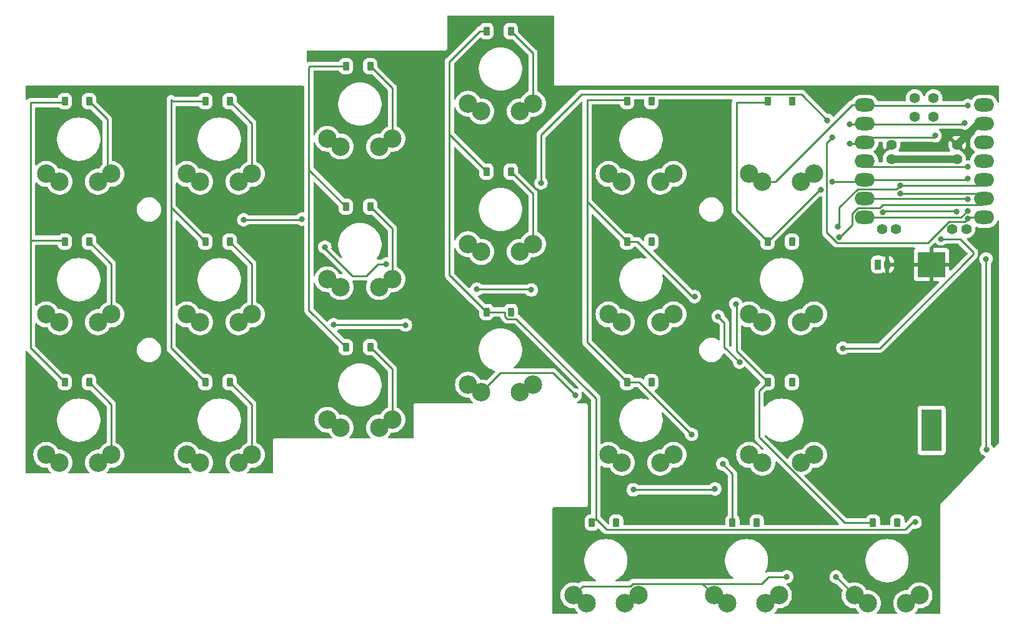
<source format=gbr>
%TF.GenerationSoftware,KiCad,Pcbnew,7.0.6*%
%TF.CreationDate,2023-09-12T11:18:07+08:00*%
%TF.ProjectId,kbv2,6b627632-2e6b-4696-9361-645f70636258,rev?*%
%TF.SameCoordinates,Original*%
%TF.FileFunction,Copper,L1,Top*%
%TF.FilePolarity,Positive*%
%FSLAX46Y46*%
G04 Gerber Fmt 4.6, Leading zero omitted, Abs format (unit mm)*
G04 Created by KiCad (PCBNEW 7.0.6) date 2023-09-12 11:18:07*
%MOMM*%
%LPD*%
G01*
G04 APERTURE LIST*
G04 Aperture macros list*
%AMRoundRect*
0 Rectangle with rounded corners*
0 $1 Rounding radius*
0 $2 $3 $4 $5 $6 $7 $8 $9 X,Y pos of 4 corners*
0 Add a 4 corners polygon primitive as box body*
4,1,4,$2,$3,$4,$5,$6,$7,$8,$9,$2,$3,0*
0 Add four circle primitives for the rounded corners*
1,1,$1+$1,$2,$3*
1,1,$1+$1,$4,$5*
1,1,$1+$1,$6,$7*
1,1,$1+$1,$8,$9*
0 Add four rect primitives between the rounded corners*
20,1,$1+$1,$2,$3,$4,$5,0*
20,1,$1+$1,$4,$5,$6,$7,0*
20,1,$1+$1,$6,$7,$8,$9,0*
20,1,$1+$1,$8,$9,$2,$3,0*%
G04 Aperture macros list end*
%TA.AperFunction,ComponentPad*%
%ADD10C,2.500000*%
%TD*%
%TA.AperFunction,SMDPad,CuDef*%
%ADD11RoundRect,0.225000X-0.225000X-0.375000X0.225000X-0.375000X0.225000X0.375000X-0.225000X0.375000X0*%
%TD*%
%TA.AperFunction,SMDPad,CuDef*%
%ADD12O,2.750000X1.800000*%
%TD*%
%TA.AperFunction,ComponentPad*%
%ADD13C,1.397000*%
%TD*%
%TA.AperFunction,ComponentPad*%
%ADD14RoundRect,0.225000X-0.225000X-0.475000X0.225000X-0.475000X0.225000X0.475000X-0.225000X0.475000X0*%
%TD*%
%TA.AperFunction,ComponentPad*%
%ADD15O,0.900000X1.400000*%
%TD*%
%TA.AperFunction,SMDPad,CuDef*%
%ADD16R,2.800000X5.700000*%
%TD*%
%TA.AperFunction,SMDPad,CuDef*%
%ADD17R,3.800000X3.500000*%
%TD*%
%TA.AperFunction,ViaPad*%
%ADD18C,0.800000*%
%TD*%
%TA.AperFunction,Conductor*%
%ADD19C,0.250000*%
%TD*%
%TA.AperFunction,Conductor*%
%ADD20C,1.000000*%
%TD*%
G04 APERTURE END LIST*
D10*
%TO.P,K8,1,in*%
%TO.N,ROW 2*%
X151353125Y-91818750D03*
X153153125Y-92868750D03*
%TO.P,K8,2,internal*%
%TO.N,Net-(K8-diode_in)*%
X158353125Y-92868750D03*
X160153125Y-91818750D03*
D11*
%TO.P,K8,3,diode_in*%
X157153125Y-81968750D03*
%TO.P,K8,4,diode_out*%
%TO.N,COL2*%
X153853125Y-81968750D03*
%TD*%
D10*
%TO.P,K7,1,in*%
%TO.N,ROW 2*%
X170403125Y-91818750D03*
X172203125Y-92868750D03*
%TO.P,K7,2,internal*%
%TO.N,Net-(K7-diode_in)*%
X177403125Y-92868750D03*
X179203125Y-91818750D03*
D11*
%TO.P,K7,3,diode_in*%
X176203125Y-81968750D03*
%TO.P,K7,4,diode_out*%
%TO.N,COL1*%
X172903125Y-81968750D03*
%TD*%
D10*
%TO.P,K15,1,in*%
%TO.N,ROW 3*%
X132303125Y-101343750D03*
X134103125Y-102393750D03*
%TO.P,K15,2,internal*%
%TO.N,Net-(K15-diode_in)*%
X139303125Y-102393750D03*
X141103125Y-101343750D03*
D11*
%TO.P,K15,3,diode_in*%
X138103125Y-91493750D03*
%TO.P,K15,4,diode_out*%
%TO.N,COL3*%
X134803125Y-91493750D03*
%TD*%
D10*
%TO.P,K19,1,in*%
%TO.N,ROW 4*%
X184690625Y-129918750D03*
X186490625Y-130968750D03*
%TO.P,K19,2,internal*%
%TO.N,Net-(K19-diode_in)*%
X191690625Y-130968750D03*
X193490625Y-129918750D03*
D11*
%TO.P,K19,3,diode_in*%
X190490625Y-120068750D03*
%TO.P,K19,4,diode_out*%
%TO.N,COL1*%
X187190625Y-120068750D03*
%TD*%
D10*
%TO.P,K20,1,in*%
%TO.N,ROW 4*%
X165640625Y-129918750D03*
X167440625Y-130968750D03*
%TO.P,K20,2,internal*%
%TO.N,Net-(K20-diode_in)*%
X172640625Y-130968750D03*
X174440625Y-129918750D03*
D11*
%TO.P,K20,3,diode_in*%
X171440625Y-120068750D03*
%TO.P,K20,4,diode_out*%
%TO.N,COL2*%
X168140625Y-120068750D03*
%TD*%
D10*
%TO.P,K4,1,in*%
%TO.N,ROW 1*%
X113253125Y-68006250D03*
X115053125Y-69056250D03*
%TO.P,K4,2,internal*%
%TO.N,Net-(K4-diode_in)*%
X120253125Y-69056250D03*
X122053125Y-68006250D03*
D11*
%TO.P,K4,3,diode_in*%
X119053125Y-58156250D03*
%TO.P,K4,4,diode_out*%
%TO.N,COL4*%
X115753125Y-58156250D03*
%TD*%
D10*
%TO.P,K13,1,in*%
%TO.N,ROW 3*%
X170403125Y-110868750D03*
X172203125Y-111918750D03*
%TO.P,K13,2,internal*%
%TO.N,Net-(K13-diode_in)*%
X177403125Y-111918750D03*
X179203125Y-110868750D03*
D11*
%TO.P,K13,3,diode_in*%
X176203125Y-101018750D03*
%TO.P,K13,4,diode_out*%
%TO.N,COL1*%
X172903125Y-101018750D03*
%TD*%
D10*
%TO.P,K6,1,in*%
%TO.N,ROW 1*%
X75153125Y-72768750D03*
X76953125Y-73818750D03*
%TO.P,K6,2,internal*%
%TO.N,Net-(K6-diode_in)*%
X82153125Y-73818750D03*
X83953125Y-72768750D03*
D11*
%TO.P,K6,3,diode_in*%
X80953125Y-62918750D03*
%TO.P,K6,4,diode_out*%
%TO.N,COL6*%
X77653125Y-62918750D03*
%TD*%
D10*
%TO.P,K14,1,in*%
%TO.N,ROW 3*%
X151353125Y-110868750D03*
X153153125Y-111918750D03*
%TO.P,K14,2,internal*%
%TO.N,Net-(K14-diode_in)*%
X158353125Y-111918750D03*
X160153125Y-110868750D03*
D11*
%TO.P,K14,3,diode_in*%
X157153125Y-101018750D03*
%TO.P,K14,4,diode_out*%
%TO.N,COL2*%
X153853125Y-101018750D03*
%TD*%
D12*
%TO.P,U1,1,A2/0.02_H*%
%TO.N,ROW 1*%
X186033165Y-63436250D03*
%TO.P,U1,2,A4/0.03_H*%
%TO.N,ROW 2*%
X186033165Y-65976250D03*
%TO.P,U1,3,A10/0.28*%
%TO.N,ROW 3*%
X186033165Y-68516250D03*
%TO.P,U1,4,A11/0.29*%
%TO.N,ROW 4*%
X186033165Y-71056250D03*
%TO.P,U1,5,A8_SDA/0.04_H*%
%TO.N,COL1*%
X186033165Y-73596250D03*
%TO.P,U1,6,A9_SCL/0.05_H*%
%TO.N,COL2*%
X186033165Y-76136250D03*
%TO.P,U1,7,B8_TX/1.11*%
%TO.N,COL3*%
X186033165Y-78676250D03*
%TO.P,U1,8,B9_RX/1.12*%
%TO.N,COL4*%
X202223085Y-78676250D03*
%TO.P,U1,9,A7_SCK/1.13*%
%TO.N,COL5*%
X202223085Y-76136250D03*
%TO.P,U1,10,A5_MISO/1.14*%
%TO.N,COL6*%
X202223085Y-73596250D03*
%TO.P,U1,11,A6_MOSI/1.15*%
%TO.N,unconnected-(U1-A6_MOSI{slash}1.15-Pad11)*%
X202223085Y-71056250D03*
%TO.P,U1,12,3V3*%
%TO.N,unconnected-(U1-3V3-Pad12)*%
X202223085Y-68516250D03*
%TO.P,U1,13,GND*%
%TO.N,Net-(BT1--)*%
X202223085Y-65976250D03*
%TO.P,U1,14,5V*%
%TO.N,unconnected-(U1-5V-Pad14)*%
X202223085Y-63436250D03*
D13*
%TO.P,U1,15,A31_SWDIO*%
%TO.N,unconnected-(U1-A31_SWDIO-Pad15)*%
X192858125Y-62484250D03*
%TO.P,U1,16,A30_SWCLK*%
%TO.N,unconnected-(U1-A30_SWCLK-Pad16)*%
X195398125Y-62484250D03*
%TO.P,U1,17,RESET*%
%TO.N,unconnected-(U1-RESET-Pad17)*%
X192858125Y-65024250D03*
%TO.P,U1,18,GND*%
%TO.N,unconnected-(U1-GND-Pad18)*%
X195398125Y-65024250D03*
%TO.P,U1,19,BAT*%
%TO.N,Net-(BT1-+)*%
X189683125Y-70739250D03*
X198573125Y-70739250D03*
%TO.P,U1,20,GND*%
%TO.N,Net-(BT1--)*%
X189683125Y-68834250D03*
X198573125Y-68834250D03*
%TO.P,U1,21,NFC1/0.09_H*%
%TO.N,unconnected-(U1-NFC1{slash}0.09_H-Pad21)*%
X190318125Y-80264250D03*
X197938125Y-80264250D03*
%TO.P,U1,22,NFC2/0.10_H*%
%TO.N,unconnected-(U1-NFC2{slash}0.10_H-Pad22)*%
X188413125Y-80264250D03*
X199843125Y-80264250D03*
%TD*%
D10*
%TO.P,K16,1,in*%
%TO.N,ROW 3*%
X113253125Y-106106250D03*
X115053125Y-107156250D03*
%TO.P,K16,2,internal*%
%TO.N,Net-(K16-diode_in)*%
X120253125Y-107156250D03*
X122053125Y-106106250D03*
D11*
%TO.P,K16,3,diode_in*%
X119053125Y-96256250D03*
%TO.P,K16,4,diode_out*%
%TO.N,COL4*%
X115753125Y-96256250D03*
%TD*%
D10*
%TO.P,K11,1,in*%
%TO.N,ROW 2*%
X94203125Y-91818750D03*
X96003125Y-92868750D03*
%TO.P,K11,2,internal*%
%TO.N,Net-(K11-diode_in)*%
X101203125Y-92868750D03*
X103003125Y-91818750D03*
D11*
%TO.P,K11,3,diode_in*%
X100003125Y-81968750D03*
%TO.P,K11,4,diode_out*%
%TO.N,COL5*%
X96703125Y-81968750D03*
%TD*%
D10*
%TO.P,K10,1,in*%
%TO.N,ROW 2*%
X113253125Y-87056250D03*
X115053125Y-88106250D03*
%TO.P,K10,2,internal*%
%TO.N,Net-(K10-diode_in)*%
X120253125Y-88106250D03*
X122053125Y-87056250D03*
D11*
%TO.P,K10,3,diode_in*%
X119053125Y-77206250D03*
%TO.P,K10,4,diode_out*%
%TO.N,COL4*%
X115753125Y-77206250D03*
%TD*%
D10*
%TO.P,K18,1,in*%
%TO.N,ROW 3*%
X75153125Y-110868750D03*
X76953125Y-111918750D03*
%TO.P,K18,2,internal*%
%TO.N,Net-(K18-diode_in)*%
X82153125Y-111918750D03*
X83953125Y-110868750D03*
D11*
%TO.P,K18,3,diode_in*%
X80953125Y-101018750D03*
%TO.P,K18,4,diode_out*%
%TO.N,COL6*%
X77653125Y-101018750D03*
%TD*%
D10*
%TO.P,K9,1,in*%
%TO.N,ROW 2*%
X132303125Y-82293750D03*
X134103125Y-83343750D03*
%TO.P,K9,2,internal*%
%TO.N,Net-(K9-diode_in)*%
X139303125Y-83343750D03*
X141103125Y-82293750D03*
D11*
%TO.P,K9,3,diode_in*%
X138103125Y-72443750D03*
%TO.P,K9,4,diode_out*%
%TO.N,COL3*%
X134803125Y-72443750D03*
%TD*%
D10*
%TO.P,K2,1,in*%
%TO.N,ROW 1*%
X151353125Y-72768750D03*
X153153125Y-73818750D03*
%TO.P,K2,2,internal*%
%TO.N,Net-(K2-diode_in)*%
X158353125Y-73818750D03*
X160153125Y-72768750D03*
D11*
%TO.P,K2,3,diode_in*%
X157153125Y-62918750D03*
%TO.P,K2,4,diode_out*%
%TO.N,COL2*%
X153853125Y-62918750D03*
%TD*%
D10*
%TO.P,K21,1,in*%
%TO.N,ROW 4*%
X146590625Y-129918750D03*
X148390625Y-130968750D03*
%TO.P,K21,2,internal*%
%TO.N,Net-(K21-diode_in)*%
X153590625Y-130968750D03*
X155390625Y-129918750D03*
D11*
%TO.P,K21,3,diode_in*%
X152390625Y-120068750D03*
%TO.P,K21,4,diode_out*%
%TO.N,COL3*%
X149090625Y-120068750D03*
%TD*%
D10*
%TO.P,K17,1,in*%
%TO.N,ROW 3*%
X94203125Y-110868750D03*
X96003125Y-111918750D03*
%TO.P,K17,2,internal*%
%TO.N,Net-(K17-diode_in)*%
X101203125Y-111918750D03*
X103003125Y-110868750D03*
D11*
%TO.P,K17,3,diode_in*%
X100003125Y-101018750D03*
%TO.P,K17,4,diode_out*%
%TO.N,COL5*%
X96703125Y-101018750D03*
%TD*%
D14*
%TO.P,J1,1,Pin_1*%
%TO.N,Net-(BT1-+)*%
X187878125Y-85056250D03*
D15*
%TO.P,J1,2,Pin_2*%
%TO.N,Net-(BT1--)*%
X189128125Y-85056250D03*
%TD*%
D10*
%TO.P,K12,1,in*%
%TO.N,ROW 2*%
X75153125Y-91818750D03*
X76953125Y-92868750D03*
%TO.P,K12,2,internal*%
%TO.N,Net-(K12-diode_in)*%
X82153125Y-92868750D03*
X83953125Y-91818750D03*
D11*
%TO.P,K12,3,diode_in*%
X80953125Y-81968750D03*
%TO.P,K12,4,diode_out*%
%TO.N,COL6*%
X77653125Y-81968750D03*
%TD*%
D10*
%TO.P,K1,1,in*%
%TO.N,ROW 1*%
X170403125Y-72768750D03*
X172203125Y-73818750D03*
%TO.P,K1,2,internal*%
%TO.N,Net-(K1-diode_in)*%
X177403125Y-73818750D03*
X179203125Y-72768750D03*
D11*
%TO.P,K1,3,diode_in*%
X176203125Y-62918750D03*
%TO.P,K1,4,diode_out*%
%TO.N,COL1*%
X172903125Y-62918750D03*
%TD*%
D16*
%TO.P,BT1,1,+*%
%TO.N,Net-(BT1-+)*%
X195128125Y-107556250D03*
D17*
%TO.P,BT1,2,-*%
%TO.N,Net-(BT1--)*%
X195128125Y-85056250D03*
%TD*%
D10*
%TO.P,K5,1,in*%
%TO.N,ROW 1*%
X94203125Y-72768750D03*
X96003125Y-73818750D03*
%TO.P,K5,2,internal*%
%TO.N,Net-(K5-diode_in)*%
X101203125Y-73818750D03*
X103003125Y-72768750D03*
D11*
%TO.P,K5,3,diode_in*%
X100003125Y-62918750D03*
%TO.P,K5,4,diode_out*%
%TO.N,COL5*%
X96703125Y-62918750D03*
%TD*%
D10*
%TO.P,K3,1,in*%
%TO.N,ROW 1*%
X132303125Y-63243750D03*
X134103125Y-64293750D03*
%TO.P,K3,2,internal*%
%TO.N,Net-(K3-diode_in)*%
X139303125Y-64293750D03*
X141103125Y-63243750D03*
D11*
%TO.P,K3,3,diode_in*%
X138103125Y-53393750D03*
%TO.P,K3,4,diode_out*%
%TO.N,COL3*%
X134803125Y-53393750D03*
%TD*%
D18*
%TO.N,ROW 2*%
X140890625Y-88503125D03*
X133500000Y-88400000D03*
%TO.N,COL6*%
X109800000Y-78900000D03*
X101900000Y-79000000D03*
%TO.N,COL5*%
X121200000Y-85000000D03*
X112900000Y-82700000D03*
%TO.N,ROW 2*%
X123825000Y-93265625D03*
X114100000Y-93200000D03*
%TO.N,COL2*%
X162600000Y-108100000D03*
X166800000Y-112100000D03*
X166200000Y-92100000D03*
X163000000Y-89400000D03*
%TO.N,ROW 3*%
X154700000Y-115600000D03*
X165781250Y-115490625D03*
%TO.N,COL3*%
X202562299Y-110162299D03*
X192900000Y-120000000D03*
%TO.N,COL1*%
X168600000Y-90400000D03*
%TO.N,ROW 4*%
X182185938Y-127414062D03*
X175500000Y-127400000D03*
%TO.N,ROW 3*%
X195600000Y-67600000D03*
%TO.N,COL1*%
X181624500Y-73800000D03*
X180100000Y-74900000D03*
%TO.N,COL2*%
X196400000Y-81600000D03*
X183100000Y-96400000D03*
X169100000Y-98300000D03*
%TO.N,COL4*%
X181700000Y-67800000D03*
X181000000Y-65500000D03*
X142200000Y-74000000D03*
%TO.N,COL5*%
X182600000Y-81400000D03*
%TO.N,COL6*%
X182400000Y-79900000D03*
%TO.N,ROW 2*%
X184000000Y-66000000D03*
%TO.N,COL3*%
X202500000Y-84300000D03*
%TO.N,ROW 3*%
X184070430Y-68703726D03*
%TO.N,Net-(K1-diode_in)*%
X176203125Y-62918750D03*
%TO.N,Net-(K2-diode_in)*%
X157153125Y-62918750D03*
%TO.N,Net-(K3-diode_in)*%
X138103125Y-53393750D03*
%TO.N,Net-(K4-diode_in)*%
X119053125Y-58156250D03*
%TO.N,Net-(K5-diode_in)*%
X100003125Y-62918750D03*
%TO.N,ROW 1*%
X200025000Y-63500000D03*
%TO.N,Net-(K6-diode_in)*%
X80953125Y-62918750D03*
%TO.N,Net-(K7-diode_in)*%
X176203125Y-81968750D03*
%TO.N,Net-(K8-diode_in)*%
X157153125Y-81968750D03*
%TO.N,Net-(K9-diode_in)*%
X138103125Y-72443750D03*
%TO.N,Net-(K10-diode_in)*%
X119053125Y-77206250D03*
%TO.N,Net-(K11-diode_in)*%
X100003125Y-81968750D03*
%TO.N,Net-(K12-diode_in)*%
X80953125Y-81968750D03*
%TO.N,Net-(K13-diode_in)*%
X176203125Y-101018750D03*
%TO.N,Net-(K14-diode_in)*%
X157153125Y-101018750D03*
%TO.N,Net-(K15-diode_in)*%
X138103125Y-91493750D03*
%TO.N,ROW 2*%
X199628125Y-65881250D03*
%TO.N,Net-(K16-diode_in)*%
X119053125Y-96256250D03*
%TO.N,Net-(K17-diode_in)*%
X100003125Y-101018750D03*
%TO.N,Net-(K18-diode_in)*%
X80953125Y-101018750D03*
%TO.N,Net-(K19-diode_in)*%
X190490625Y-120068750D03*
%TO.N,Net-(K20-diode_in)*%
X171440625Y-120068750D03*
%TO.N,Net-(K21-diode_in)*%
X152390625Y-120068750D03*
%TO.N,ROW 3*%
X146843750Y-102790625D03*
%TO.N,ROW 4*%
X200025000Y-71834375D03*
%TO.N,Net-(BT1-+)*%
X195128125Y-107556250D03*
%TO.N,Net-(BT1--)*%
X195128125Y-85056250D03*
%TO.N,COL1*%
X172903125Y-101018750D03*
X172903125Y-62918750D03*
X187190625Y-120068750D03*
X172903125Y-81968750D03*
X200025000Y-73421875D03*
%TO.N,COL2*%
X153853125Y-81968750D03*
X200025000Y-76200000D03*
X168140625Y-120068750D03*
X153853125Y-62918750D03*
X153853125Y-101018750D03*
%TO.N,COL3*%
X134803125Y-53393750D03*
X149090625Y-120068750D03*
X134803125Y-91493750D03*
X134803125Y-72443750D03*
X200025000Y-77787500D03*
%TO.N,COL4*%
X188515625Y-77951750D03*
X198500000Y-77900000D03*
X200025000Y-78812099D03*
X115753125Y-58156250D03*
X115753125Y-96256250D03*
%TO.N,COL5*%
X96703125Y-101018750D03*
X96703125Y-81968750D03*
X96703125Y-62918750D03*
X190896875Y-75406250D03*
%TO.N,COL6*%
X77653125Y-62918750D03*
X77653125Y-101018750D03*
X77653125Y-81968750D03*
X190896875Y-74320750D03*
%TD*%
D19*
%TO.N,ROW 2*%
X133500000Y-88400000D02*
X140787500Y-88400000D01*
X140787500Y-88400000D02*
X140890625Y-88503125D01*
%TO.N,COL6*%
X109700000Y-79000000D02*
X109800000Y-78900000D01*
X101900000Y-79000000D02*
X109700000Y-79000000D01*
%TO.N,COL5*%
X120100000Y-85000000D02*
X121200000Y-85000000D01*
X116600000Y-86600000D02*
X118500000Y-86600000D01*
X112900000Y-82900000D02*
X116600000Y-86600000D01*
X112900000Y-82700000D02*
X112900000Y-82900000D01*
X118500000Y-86600000D02*
X120100000Y-85000000D01*
%TO.N,ROW 2*%
X123759375Y-93200000D02*
X123825000Y-93265625D01*
X114100000Y-93200000D02*
X123759375Y-93200000D01*
%TO.N,COL2*%
X155518750Y-101018750D02*
X153853125Y-101018750D01*
X162600000Y-108100000D02*
X155518750Y-101018750D01*
X168140625Y-113440625D02*
X166800000Y-112100000D01*
X168140625Y-114242899D02*
X168140625Y-113440625D01*
X167053125Y-96253125D02*
X169100000Y-98300000D01*
X166200000Y-92100000D02*
X167053125Y-92953125D01*
X167053125Y-92953125D02*
X167053125Y-96253125D01*
X162700000Y-89400000D02*
X155268750Y-81968750D01*
X155268750Y-81968750D02*
X153853125Y-81968750D01*
X163000000Y-89400000D02*
X162700000Y-89400000D01*
%TO.N,ROW 3*%
X154700000Y-115600000D02*
X165671875Y-115600000D01*
X165671875Y-115600000D02*
X165781250Y-115490625D01*
%TO.N,COL3*%
X192600000Y-120000000D02*
X192900000Y-120000000D01*
X191606250Y-120993750D02*
X192600000Y-120000000D01*
%TO.N,COL1*%
X168671875Y-90471875D02*
X168600000Y-90400000D01*
X168671875Y-96787500D02*
X168671875Y-90471875D01*
%TO.N,COL3*%
X191606250Y-120993750D02*
X151078125Y-120993750D01*
X151078125Y-120993750D02*
X149621875Y-119537500D01*
X202500000Y-84300000D02*
X202500000Y-110100000D01*
%TO.N,ROW 4*%
X182168750Y-127396875D02*
X182185938Y-127414062D01*
X182185938Y-127414062D02*
X184690625Y-129918750D01*
X175496875Y-127396875D02*
X175500000Y-127400000D01*
X173037500Y-127396875D02*
X175496875Y-127396875D01*
D20*
%TO.N,Net-(BT1--)*%
X201431125Y-65976250D02*
X202698085Y-65976250D01*
X198573125Y-68834250D02*
X201431125Y-65976250D01*
D19*
%TO.N,ROW 3*%
X186263665Y-67810750D02*
X195389250Y-67810750D01*
X195389250Y-67810750D02*
X195600000Y-67600000D01*
X185558165Y-68516250D02*
X186263665Y-67810750D01*
D20*
%TO.N,Net-(BT1-+)*%
X189683125Y-70739250D02*
X198573125Y-70739250D01*
D19*
%TO.N,COL6*%
X190396375Y-74821250D02*
X190896875Y-74320750D01*
X185140753Y-74821250D02*
X190396375Y-74821250D01*
X182620930Y-77341073D02*
X185140753Y-74821250D01*
X182620930Y-79679070D02*
X182620930Y-77341073D01*
X182400000Y-79900000D02*
X182620930Y-79679070D01*
%TO.N,COL1*%
X185354415Y-73800000D02*
X185558165Y-73596250D01*
X181624500Y-73800000D02*
X185354415Y-73800000D01*
X179971875Y-74900000D02*
X180100000Y-74900000D01*
X172903125Y-81968750D02*
X179971875Y-74900000D01*
%TO.N,COL4*%
X197514177Y-79240750D02*
X199596349Y-79240750D01*
X199596349Y-79240750D02*
X200025000Y-78812099D01*
X182299695Y-82125000D02*
X194629927Y-82125000D01*
X194629927Y-82125000D02*
X197514177Y-79240750D01*
X180900000Y-80725305D02*
X182299695Y-82125000D01*
X180900000Y-68600000D02*
X180900000Y-80725305D01*
X181700000Y-67800000D02*
X180900000Y-68600000D01*
X188679875Y-77787500D02*
X188515625Y-77951750D01*
X198387500Y-77787500D02*
X188679875Y-77787500D01*
X198500000Y-77900000D02*
X198387500Y-77787500D01*
%TO.N,COL2*%
X199000000Y-81600000D02*
X196400000Y-81600000D01*
X200800000Y-83400000D02*
X199000000Y-81600000D01*
%TO.N,COL3*%
X185558165Y-78676250D02*
X199136250Y-78676250D01*
X199136250Y-78676250D02*
X200025000Y-77787500D01*
%TO.N,COL2*%
X200800000Y-83684375D02*
X200800000Y-83400000D01*
X188084375Y-96400000D02*
X200800000Y-83684375D01*
X183100000Y-96400000D02*
X188084375Y-96400000D01*
%TO.N,COL4*%
X177493750Y-61993750D02*
X181000000Y-65500000D01*
X147706250Y-61993750D02*
X177493750Y-61993750D01*
X142200000Y-67500000D02*
X147706250Y-61993750D01*
X142200000Y-74000000D02*
X142200000Y-67500000D01*
%TO.N,COL5*%
X201909335Y-76925000D02*
X202698085Y-76136250D01*
X188517070Y-76925000D02*
X201909335Y-76925000D01*
X188071035Y-77371035D02*
X188517070Y-76925000D01*
X184333165Y-78168838D02*
X185130968Y-77371035D01*
X184333165Y-79713070D02*
X184333165Y-78168838D01*
X182600000Y-81400000D02*
X182646235Y-81400000D01*
X182646235Y-81400000D02*
X184333165Y-79713070D01*
X185130968Y-77371035D02*
X188071035Y-77371035D01*
%TO.N,ROW 2*%
X185534415Y-66000000D02*
X185558165Y-65976250D01*
X184000000Y-66000000D02*
X185534415Y-66000000D01*
%TO.N,ROW 3*%
X184070430Y-68703726D02*
X185370689Y-68703726D01*
X185370689Y-68703726D02*
X185558165Y-68516250D01*
%TO.N,Net-(K3-diode_in)*%
X141103125Y-56393750D02*
X138103125Y-53393750D01*
X141103125Y-63243750D02*
X141103125Y-56393750D01*
%TO.N,Net-(K4-diode_in)*%
X122053125Y-61156250D02*
X119053125Y-58156250D01*
X122053125Y-68006250D02*
X122053125Y-61156250D01*
%TO.N,Net-(K5-diode_in)*%
X103003125Y-72768750D02*
X103003125Y-65918750D01*
X103003125Y-65918750D02*
X100003125Y-62918750D01*
%TO.N,ROW 1*%
X185629665Y-63507750D02*
X200017250Y-63507750D01*
X173970891Y-73818750D02*
X184353391Y-63436250D01*
X172203125Y-73818750D02*
X173970891Y-73818750D01*
X200017250Y-63507750D02*
X200025000Y-63500000D01*
X185558165Y-63436250D02*
X185629665Y-63507750D01*
X184353391Y-63436250D02*
X185558165Y-63436250D01*
%TO.N,Net-(K6-diode_in)*%
X83403124Y-65368749D02*
X83403124Y-72568751D01*
X80953125Y-62918750D02*
X83403124Y-65368749D01*
X83403124Y-72568751D02*
X82153125Y-73818750D01*
%TO.N,Net-(K9-diode_in)*%
X141103125Y-82293750D02*
X141103125Y-75443750D01*
X141103125Y-75443750D02*
X138103125Y-72443750D01*
%TO.N,Net-(K10-diode_in)*%
X122053125Y-87056250D02*
X122053125Y-80206250D01*
X122053125Y-80206250D02*
X119053125Y-77206250D01*
%TO.N,Net-(K11-diode_in)*%
X103003125Y-91818750D02*
X103003125Y-84968750D01*
X103003125Y-84968750D02*
X100003125Y-81968750D01*
%TO.N,Net-(K12-diode_in)*%
X83953125Y-84968750D02*
X80953125Y-81968750D01*
X83953125Y-91818750D02*
X83953125Y-84968750D01*
X83203125Y-91818750D02*
X82153125Y-92868750D01*
X83953125Y-91818750D02*
X83203125Y-91818750D01*
%TO.N,ROW 2*%
X185558165Y-65976250D02*
X185629665Y-66047750D01*
X185629665Y-66047750D02*
X199461625Y-66047750D01*
X199461625Y-66047750D02*
X199628125Y-65881250D01*
%TO.N,Net-(K16-diode_in)*%
X122053125Y-99256250D02*
X119053125Y-96256250D01*
X122053125Y-106106250D02*
X122053125Y-99256250D01*
%TO.N,Net-(K17-diode_in)*%
X103003125Y-110868750D02*
X103003125Y-104018750D01*
X103003125Y-104018750D02*
X100003125Y-101018750D01*
%TO.N,Net-(K18-diode_in)*%
X83953125Y-104018750D02*
X80953125Y-101018750D01*
X83953125Y-110868750D02*
X83953125Y-104018750D01*
%TO.N,ROW 3*%
X134103125Y-102393750D02*
X136728125Y-99768750D01*
X136728125Y-99768750D02*
X143821875Y-99768750D01*
X143821875Y-99768750D02*
X146843750Y-102790625D01*
%TO.N,ROW 4*%
X154303124Y-128668751D02*
X154628125Y-128343750D01*
X154628125Y-128343750D02*
X164065625Y-128343750D01*
X147840624Y-128668751D02*
X154303124Y-128668751D01*
X164065625Y-128343750D02*
X172090625Y-128343750D01*
X164065625Y-128343750D02*
X165640625Y-129918750D01*
X146590625Y-129918750D02*
X147840624Y-128668751D01*
X172090625Y-128343750D02*
X173037500Y-127396875D01*
X185558165Y-71056250D02*
X186336290Y-71834375D01*
X186336290Y-71834375D02*
X200025000Y-71834375D01*
%TO.N,COL1*%
X168671875Y-96787500D02*
X172903125Y-101018750D01*
X183325738Y-120068750D02*
X171753125Y-108496137D01*
X172903125Y-62918750D02*
X172718750Y-63103125D01*
X187190625Y-120068750D02*
X183325738Y-120068750D01*
X171753125Y-108496137D02*
X171753125Y-102168750D01*
X199850625Y-73596250D02*
X200025000Y-73421875D01*
X168671875Y-63103125D02*
X168671875Y-77737500D01*
X171753125Y-102168750D02*
X172903125Y-101018750D01*
X185558165Y-73596250D02*
X199850625Y-73596250D01*
X172718750Y-63103125D02*
X168671875Y-63103125D01*
X168671875Y-77737500D02*
X172903125Y-81968750D01*
%TO.N,COL2*%
X153853125Y-62918750D02*
X153640625Y-62706250D01*
X148431250Y-76546875D02*
X148431250Y-95596875D01*
X153640625Y-62706250D02*
X148431250Y-62706250D01*
X185558165Y-76136250D02*
X199961250Y-76136250D01*
X199961250Y-76136250D02*
X200025000Y-76200000D01*
X168140625Y-114242899D02*
X168140625Y-120068750D01*
X148431250Y-62706250D02*
X148431250Y-76546875D01*
X148431250Y-95596875D02*
X153853125Y-101018750D01*
X148431250Y-76546875D02*
X153853125Y-81968750D01*
%TO.N,COL3*%
X133931250Y-53393750D02*
X129778125Y-57546875D01*
X129778125Y-86468750D02*
X134803125Y-91493750D01*
X134803125Y-53393750D02*
X133931250Y-53393750D01*
X129778125Y-57546875D02*
X129778125Y-67418750D01*
X137328125Y-92096567D02*
X137650308Y-92418750D01*
X129778125Y-67418750D02*
X129778125Y-86468750D01*
X134803125Y-91493750D02*
X137328125Y-91493750D01*
X129778125Y-67418750D02*
X134803125Y-72443750D01*
X149621875Y-103187500D02*
X149621875Y-119537500D01*
X138853125Y-92418750D02*
X149621875Y-103187500D01*
X149621875Y-119537500D02*
X149090625Y-120068750D01*
X137328125Y-91493750D02*
X137328125Y-92096567D01*
X137650308Y-92418750D02*
X138853125Y-92418750D01*
%TO.N,COL4*%
X110728125Y-72181250D02*
X110728125Y-91231250D01*
X110728125Y-72181250D02*
X115753125Y-77206250D01*
X110728125Y-58340625D02*
X110728125Y-72181250D01*
X202698085Y-78676250D02*
X200160849Y-78676250D01*
X200160849Y-78676250D02*
X200025000Y-78812099D01*
X110728125Y-91231250D02*
X115753125Y-96256250D01*
X110912500Y-58156250D02*
X110728125Y-58340625D01*
X115753125Y-58156250D02*
X110912500Y-58156250D01*
%TO.N,COL5*%
X92075000Y-62706250D02*
X92075000Y-77340625D01*
X201968085Y-75406250D02*
X202698085Y-76136250D01*
X190896875Y-75406250D02*
X201968085Y-75406250D01*
X92287500Y-62918750D02*
X92075000Y-62706250D01*
X92075000Y-96390625D02*
X96703125Y-101018750D01*
X96703125Y-62918750D02*
X92287500Y-62918750D01*
X92075000Y-77340625D02*
X92075000Y-96390625D01*
X92075000Y-77340625D02*
X96703125Y-81968750D01*
%TO.N,COL6*%
X190896875Y-74320750D02*
X201973585Y-74320750D01*
X77653125Y-62918750D02*
X77468750Y-63103125D01*
X77653125Y-81968750D02*
X77440625Y-81756250D01*
X73025000Y-63103125D02*
X73025000Y-81756250D01*
X73025000Y-81756250D02*
X73025000Y-96390625D01*
X77468750Y-63103125D02*
X73025000Y-63103125D01*
X77440625Y-81756250D02*
X73025000Y-81756250D01*
X201973585Y-74320750D02*
X202698085Y-73596250D01*
X73025000Y-96390625D02*
X77653125Y-101018750D01*
%TD*%
%TA.AperFunction,Conductor*%
%TO.N,Net-(BT1--)*%
G36*
X143886289Y-51323310D02*
G01*
X143932044Y-51376114D01*
X143943250Y-51427625D01*
X143943250Y-60468909D01*
X143940187Y-60490870D01*
X143939348Y-60499917D01*
X143942985Y-60539160D01*
X143943250Y-60544883D01*
X143943250Y-60555968D01*
X143943251Y-60555980D01*
X143945286Y-60566874D01*
X143946077Y-60572540D01*
X143949714Y-60611783D01*
X143952193Y-60620497D01*
X143955417Y-60630114D01*
X143958688Y-60638557D01*
X143958689Y-60638558D01*
X143979440Y-60672073D01*
X143982217Y-60677058D01*
X143990204Y-60693097D01*
X143999792Y-60712353D01*
X144005276Y-60719615D01*
X144011707Y-60727360D01*
X144017830Y-60734076D01*
X144049285Y-60757831D01*
X144053693Y-60761491D01*
X144062834Y-60769824D01*
X144082817Y-60788041D01*
X144082818Y-60788041D01*
X144082819Y-60788042D01*
X144090547Y-60792827D01*
X144099330Y-60797719D01*
X144107482Y-60801778D01*
X144107486Y-60801781D01*
X144145410Y-60812570D01*
X144150804Y-60814378D01*
X144187577Y-60828625D01*
X144187579Y-60828625D01*
X144196505Y-60830294D01*
X144206492Y-60831687D01*
X144215542Y-60832526D01*
X144215542Y-60832525D01*
X144215543Y-60832526D01*
X144224597Y-60831687D01*
X144254786Y-60828890D01*
X144260509Y-60828625D01*
X148156327Y-60828625D01*
X204144250Y-60828625D01*
X204211289Y-60848310D01*
X204257044Y-60901114D01*
X204268250Y-60952625D01*
X204268250Y-62946463D01*
X204248565Y-63013502D01*
X204195761Y-63059257D01*
X204126603Y-63069201D01*
X204063047Y-63040176D01*
X204029192Y-62992698D01*
X204007244Y-62938080D01*
X203953149Y-62803460D01*
X203828154Y-62600455D01*
X203670649Y-62421495D01*
X203485165Y-62271727D01*
X203327059Y-62183403D01*
X203277040Y-62155460D01*
X203052255Y-62076038D01*
X202817294Y-62035750D01*
X202817285Y-62035750D01*
X201688588Y-62035750D01*
X201688583Y-62035750D01*
X201510548Y-62050902D01*
X201279836Y-62110974D01*
X201062604Y-62209169D01*
X201062596Y-62209174D01*
X200865091Y-62342663D01*
X200865082Y-62342671D01*
X200692966Y-62507629D01*
X200692965Y-62507630D01*
X200582990Y-62656326D01*
X200527300Y-62698520D01*
X200457638Y-62703908D01*
X200432859Y-62695870D01*
X200304807Y-62638857D01*
X200304802Y-62638855D01*
X200159000Y-62607865D01*
X200119646Y-62599500D01*
X199930354Y-62599500D01*
X199897897Y-62606398D01*
X199745197Y-62638855D01*
X199745192Y-62638857D01*
X199572270Y-62715848D01*
X199572265Y-62715851D01*
X199419135Y-62827106D01*
X199419128Y-62827112D01*
X199406423Y-62841223D01*
X199346936Y-62877871D01*
X199314274Y-62882250D01*
X196695674Y-62882250D01*
X196628635Y-62862565D01*
X196582880Y-62809761D01*
X196572936Y-62740603D01*
X196576405Y-62724325D01*
X196581759Y-62705510D01*
X196602262Y-62484250D01*
X196602063Y-62482107D01*
X196581759Y-62262990D01*
X196581758Y-62262988D01*
X196574116Y-62236130D01*
X196520949Y-62049266D01*
X196421903Y-61850354D01*
X196326121Y-61723518D01*
X196287991Y-61673025D01*
X196123780Y-61523328D01*
X196123778Y-61523326D01*
X195934858Y-61406352D01*
X195934852Y-61406349D01*
X195824477Y-61363590D01*
X195727653Y-61326080D01*
X195509229Y-61285250D01*
X195287021Y-61285250D01*
X195068597Y-61326080D01*
X195018820Y-61345363D01*
X194861397Y-61406349D01*
X194861391Y-61406352D01*
X194672471Y-61523326D01*
X194672469Y-61523328D01*
X194508258Y-61673025D01*
X194374347Y-61850353D01*
X194275305Y-62049255D01*
X194275299Y-62049270D01*
X194247391Y-62147359D01*
X194210112Y-62206453D01*
X194146802Y-62236010D01*
X194077563Y-62226648D01*
X194024376Y-62181338D01*
X194008859Y-62147359D01*
X193998507Y-62110975D01*
X193980949Y-62049266D01*
X193881903Y-61850354D01*
X193786121Y-61723518D01*
X193747991Y-61673025D01*
X193583780Y-61523328D01*
X193583778Y-61523326D01*
X193394858Y-61406352D01*
X193394852Y-61406349D01*
X193284477Y-61363590D01*
X193187653Y-61326080D01*
X192969229Y-61285250D01*
X192747021Y-61285250D01*
X192528597Y-61326080D01*
X192478820Y-61345363D01*
X192321397Y-61406349D01*
X192321391Y-61406352D01*
X192132471Y-61523326D01*
X192132469Y-61523328D01*
X191968258Y-61673025D01*
X191834347Y-61850353D01*
X191735305Y-62049255D01*
X191735299Y-62049270D01*
X191674491Y-62262988D01*
X191674490Y-62262990D01*
X191653988Y-62484249D01*
X191653988Y-62484250D01*
X191674490Y-62705507D01*
X191674491Y-62705510D01*
X191679841Y-62724316D01*
X191679256Y-62794181D01*
X191640990Y-62852641D01*
X191577193Y-62881132D01*
X191560576Y-62882250D01*
X187878699Y-62882250D01*
X187811660Y-62862565D01*
X187765905Y-62809761D01*
X187763643Y-62804490D01*
X187763230Y-62803462D01*
X187759476Y-62797365D01*
X187638234Y-62600455D01*
X187480729Y-62421495D01*
X187295245Y-62271727D01*
X187137139Y-62183403D01*
X187087120Y-62155460D01*
X186862335Y-62076038D01*
X186627374Y-62035750D01*
X186627365Y-62035750D01*
X185498668Y-62035750D01*
X185498663Y-62035750D01*
X185320628Y-62050902D01*
X185089916Y-62110974D01*
X184872684Y-62209169D01*
X184872676Y-62209174D01*
X184675171Y-62342663D01*
X184675162Y-62342671D01*
X184503049Y-62507626D01*
X184361284Y-62699305D01*
X184336380Y-62748697D01*
X184288621Y-62799695D01*
X184260252Y-62811946D01*
X184235530Y-62819128D01*
X184216485Y-62823072D01*
X184196608Y-62825584D01*
X184196601Y-62825585D01*
X184196599Y-62825586D01*
X184196597Y-62825586D01*
X184196596Y-62825587D01*
X184153259Y-62842744D01*
X184147733Y-62844636D01*
X184103002Y-62857632D01*
X184102999Y-62857633D01*
X184085754Y-62867831D01*
X184068292Y-62876385D01*
X184049663Y-62883761D01*
X184049658Y-62883763D01*
X184011955Y-62911156D01*
X184007073Y-62914362D01*
X183966971Y-62938078D01*
X183952799Y-62952250D01*
X183938014Y-62964878D01*
X183921803Y-62976657D01*
X183892100Y-63012560D01*
X183888168Y-63016881D01*
X181921347Y-64983701D01*
X181860024Y-65017186D01*
X181790332Y-65012202D01*
X181737138Y-64972380D01*
X181736881Y-64972613D01*
X181735707Y-64971309D01*
X181734399Y-64970330D01*
X181733351Y-64968909D01*
X181732536Y-64967787D01*
X181605870Y-64827111D01*
X181452734Y-64715851D01*
X181452729Y-64715848D01*
X181279807Y-64638857D01*
X181279802Y-64638855D01*
X181118696Y-64604612D01*
X181094646Y-64599500D01*
X181094645Y-64599500D01*
X181035453Y-64599500D01*
X180968414Y-64579815D01*
X180947772Y-64563181D01*
X177994553Y-61609962D01*
X177984730Y-61597700D01*
X177984509Y-61597884D01*
X177979536Y-61591873D01*
X177960909Y-61574381D01*
X177929114Y-61544523D01*
X177916945Y-61532354D01*
X177908225Y-61523633D01*
X177902736Y-61519375D01*
X177898311Y-61515597D01*
X177864332Y-61483688D01*
X177864330Y-61483686D01*
X177864327Y-61483685D01*
X177846779Y-61474038D01*
X177830513Y-61463354D01*
X177818961Y-61454393D01*
X177814686Y-61451077D01*
X177814685Y-61451076D01*
X177814683Y-61451075D01*
X177771918Y-61432568D01*
X177766672Y-61429998D01*
X177725843Y-61407553D01*
X177725842Y-61407552D01*
X177706443Y-61402572D01*
X177688031Y-61396268D01*
X177669648Y-61388312D01*
X177669642Y-61388310D01*
X177623624Y-61381022D01*
X177617902Y-61379837D01*
X177572771Y-61368250D01*
X177572769Y-61368250D01*
X177552734Y-61368250D01*
X177533336Y-61366723D01*
X177525912Y-61365547D01*
X177513555Y-61363590D01*
X177513554Y-61363590D01*
X177467166Y-61367975D01*
X177461328Y-61368250D01*
X147788987Y-61368250D01*
X147773370Y-61366526D01*
X147773343Y-61366812D01*
X147765581Y-61366077D01*
X147696453Y-61368250D01*
X147666900Y-61368250D01*
X147666179Y-61368340D01*
X147660007Y-61369119D01*
X147654195Y-61369576D01*
X147607622Y-61371040D01*
X147607619Y-61371041D01*
X147588376Y-61376631D01*
X147569333Y-61380575D01*
X147549454Y-61383086D01*
X147549453Y-61383087D01*
X147506128Y-61400240D01*
X147500602Y-61402132D01*
X147455858Y-61415133D01*
X147455854Y-61415135D01*
X147438615Y-61425330D01*
X147421148Y-61433887D01*
X147402519Y-61441262D01*
X147402517Y-61441263D01*
X147364814Y-61468656D01*
X147359932Y-61471862D01*
X147319830Y-61495578D01*
X147305658Y-61509750D01*
X147290873Y-61522378D01*
X147289566Y-61523328D01*
X147277141Y-61532356D01*
X147274662Y-61534157D01*
X147244959Y-61570060D01*
X147241027Y-61574381D01*
X141816208Y-66999199D01*
X141803951Y-67009020D01*
X141804134Y-67009241D01*
X141798123Y-67014213D01*
X141750772Y-67064636D01*
X141729889Y-67085519D01*
X141729877Y-67085532D01*
X141725621Y-67091017D01*
X141721837Y-67095447D01*
X141689937Y-67129418D01*
X141689936Y-67129420D01*
X141680284Y-67146976D01*
X141669610Y-67163226D01*
X141657329Y-67179061D01*
X141657324Y-67179068D01*
X141638815Y-67221838D01*
X141636245Y-67227084D01*
X141613803Y-67267906D01*
X141608822Y-67287307D01*
X141602521Y-67305710D01*
X141594562Y-67324102D01*
X141594561Y-67324105D01*
X141587271Y-67370127D01*
X141586087Y-67375846D01*
X141574501Y-67420972D01*
X141574500Y-67420982D01*
X141574500Y-67441016D01*
X141572973Y-67460415D01*
X141569840Y-67480194D01*
X141569840Y-67480195D01*
X141574225Y-67526583D01*
X141574500Y-67532421D01*
X141574500Y-73301312D01*
X141554815Y-73368351D01*
X141542650Y-73384284D01*
X141467466Y-73467784D01*
X141372821Y-73631715D01*
X141372818Y-73631722D01*
X141331916Y-73757607D01*
X141314326Y-73811744D01*
X141294540Y-74000000D01*
X141314326Y-74188256D01*
X141314327Y-74188259D01*
X141372818Y-74368277D01*
X141372821Y-74368284D01*
X141467467Y-74532216D01*
X141561978Y-74637181D01*
X141594129Y-74672888D01*
X141747265Y-74784148D01*
X141747270Y-74784151D01*
X141920192Y-74861142D01*
X141920197Y-74861144D01*
X142105354Y-74900500D01*
X142105355Y-74900500D01*
X142294644Y-74900500D01*
X142294646Y-74900500D01*
X142479803Y-74861144D01*
X142652730Y-74784151D01*
X142805871Y-74672888D01*
X142932533Y-74532216D01*
X143027179Y-74368284D01*
X143085674Y-74188256D01*
X143105460Y-74000000D01*
X143085674Y-73811744D01*
X143027179Y-73631716D01*
X142932533Y-73467784D01*
X142857350Y-73384284D01*
X142827120Y-73321292D01*
X142825500Y-73301312D01*
X142825500Y-67810451D01*
X142845185Y-67743412D01*
X142861814Y-67722775D01*
X147594071Y-62990518D01*
X147655392Y-62957035D01*
X147725084Y-62962019D01*
X147781017Y-63003891D01*
X147805434Y-63069355D01*
X147805750Y-63078201D01*
X147805750Y-76464130D01*
X147804025Y-76479747D01*
X147804311Y-76479774D01*
X147803576Y-76487540D01*
X147805750Y-76556689D01*
X147805750Y-95514130D01*
X147804025Y-95529747D01*
X147804311Y-95529774D01*
X147803576Y-95537540D01*
X147805750Y-95606689D01*
X147805750Y-95636218D01*
X147805751Y-95636235D01*
X147806618Y-95643106D01*
X147807076Y-95648925D01*
X147808540Y-95695499D01*
X147808541Y-95695502D01*
X147814130Y-95714742D01*
X147818074Y-95733786D01*
X147818630Y-95738181D01*
X147820586Y-95753666D01*
X147837740Y-95796994D01*
X147839632Y-95802522D01*
X147852631Y-95847263D01*
X147862830Y-95864509D01*
X147871388Y-95881978D01*
X147878764Y-95900607D01*
X147906148Y-95938298D01*
X147909356Y-95943182D01*
X147933077Y-95983291D01*
X147933083Y-95983299D01*
X147947240Y-95997455D01*
X147959878Y-96012251D01*
X147971655Y-96028461D01*
X147971656Y-96028462D01*
X148007559Y-96058163D01*
X148011870Y-96062085D01*
X151659471Y-99709687D01*
X152866306Y-100916522D01*
X152899791Y-100977845D01*
X152902625Y-101004203D01*
X152902625Y-101442087D01*
X152902626Y-101442105D01*
X152912775Y-101541457D01*
X152912776Y-101541460D01*
X152966121Y-101702444D01*
X152966126Y-101702455D01*
X153055154Y-101846790D01*
X153055157Y-101846794D01*
X153175080Y-101966717D01*
X153175084Y-101966720D01*
X153319419Y-102055748D01*
X153319422Y-102055749D01*
X153319428Y-102055753D01*
X153480417Y-102109099D01*
X153579780Y-102119250D01*
X154126469Y-102119249D01*
X154126477Y-102119248D01*
X154126480Y-102119248D01*
X154219303Y-102109766D01*
X154225833Y-102109099D01*
X154386822Y-102055753D01*
X154531169Y-101966718D01*
X154651093Y-101846794D01*
X154702040Y-101764197D01*
X154739693Y-101703153D01*
X154791641Y-101656428D01*
X154845231Y-101644250D01*
X155208298Y-101644250D01*
X155275337Y-101663935D01*
X155295979Y-101680569D01*
X156800589Y-103185179D01*
X156834074Y-103246502D01*
X156829090Y-103316194D01*
X156787218Y-103372127D01*
X156721754Y-103396544D01*
X156677345Y-103391651D01*
X156428941Y-103317284D01*
X156428926Y-103317280D01*
X156093341Y-103258108D01*
X156093330Y-103258107D01*
X156066563Y-103256548D01*
X155838249Y-103243250D01*
X155668001Y-103243250D01*
X155497946Y-103253154D01*
X155412919Y-103258107D01*
X155412908Y-103258108D01*
X155077323Y-103317280D01*
X155077313Y-103317283D01*
X154750847Y-103415020D01*
X154437946Y-103549993D01*
X154437933Y-103549999D01*
X154142810Y-103720388D01*
X153869466Y-103923885D01*
X153869460Y-103923890D01*
X153621589Y-104157746D01*
X153621579Y-104157756D01*
X153402538Y-104418799D01*
X153402532Y-104418807D01*
X153215275Y-104703517D01*
X153062334Y-105008047D01*
X153062331Y-105008053D01*
X152945781Y-105328272D01*
X152945774Y-105328293D01*
X152867189Y-105659865D01*
X152867187Y-105659880D01*
X152867187Y-105659881D01*
X152827625Y-105998359D01*
X152827625Y-106339141D01*
X152862653Y-106638828D01*
X152867187Y-106677619D01*
X152867189Y-106677634D01*
X152945774Y-107009206D01*
X152945781Y-107009227D01*
X153062331Y-107329446D01*
X153062334Y-107329452D01*
X153215275Y-107633982D01*
X153402532Y-107918692D01*
X153402538Y-107918700D01*
X153621579Y-108179743D01*
X153621587Y-108179752D01*
X153736598Y-108288259D01*
X153869460Y-108413609D01*
X153869466Y-108413614D01*
X154142810Y-108617111D01*
X154215700Y-108659194D01*
X154437938Y-108787503D01*
X154750849Y-108922480D01*
X155077315Y-109020217D01*
X155077318Y-109020217D01*
X155077323Y-109020219D01*
X155412908Y-109079391D01*
X155412909Y-109079391D01*
X155412920Y-109079393D01*
X155668001Y-109094250D01*
X155668003Y-109094250D01*
X155838247Y-109094250D01*
X155838249Y-109094250D01*
X156093330Y-109079393D01*
X156136158Y-109071841D01*
X156428926Y-109020219D01*
X156428929Y-109020217D01*
X156428935Y-109020217D01*
X156755401Y-108922480D01*
X157068312Y-108787503D01*
X157363438Y-108617112D01*
X157636787Y-108413611D01*
X157884663Y-108179752D01*
X158103713Y-107918698D01*
X158104243Y-107917893D01*
X158290974Y-107633982D01*
X158294742Y-107626481D01*
X158443919Y-107329445D01*
X158560473Y-107009215D01*
X158575669Y-106945097D01*
X158639060Y-106677634D01*
X158639060Y-106677628D01*
X158639063Y-106677619D01*
X158678625Y-106339141D01*
X158678625Y-105998359D01*
X158639063Y-105659881D01*
X158639061Y-105659872D01*
X158639060Y-105659865D01*
X158560475Y-105328293D01*
X158560474Y-105328291D01*
X158560473Y-105328285D01*
X158532473Y-105251358D01*
X158528043Y-105181629D01*
X158562013Y-105120574D01*
X158623600Y-105087576D01*
X158693250Y-105093114D01*
X158736677Y-105121267D01*
X161661038Y-108045628D01*
X161694523Y-108106951D01*
X161696678Y-108120347D01*
X161700094Y-108152845D01*
X161714326Y-108288256D01*
X161714327Y-108288259D01*
X161772818Y-108468277D01*
X161772821Y-108468284D01*
X161867467Y-108632216D01*
X161975682Y-108752401D01*
X161994129Y-108772888D01*
X162147265Y-108884148D01*
X162147270Y-108884151D01*
X162320192Y-108961142D01*
X162320197Y-108961144D01*
X162505354Y-109000500D01*
X162505355Y-109000500D01*
X162694644Y-109000500D01*
X162694646Y-109000500D01*
X162879803Y-108961144D01*
X163052730Y-108884151D01*
X163205871Y-108772888D01*
X163332533Y-108632216D01*
X163427179Y-108468284D01*
X163485674Y-108288256D01*
X163505460Y-108100000D01*
X163485674Y-107911744D01*
X163427179Y-107731716D01*
X163332533Y-107567784D01*
X163205871Y-107427112D01*
X163205870Y-107427111D01*
X163052734Y-107315851D01*
X163052729Y-107315848D01*
X162879807Y-107238857D01*
X162879802Y-107238855D01*
X162734001Y-107207865D01*
X162694646Y-107199500D01*
X162694645Y-107199500D01*
X162635452Y-107199500D01*
X162568413Y-107179815D01*
X162547771Y-107163181D01*
X157643841Y-102259251D01*
X157610356Y-102197928D01*
X157615340Y-102128236D01*
X157657212Y-102072303D01*
X157680828Y-102059981D01*
X157680279Y-102058803D01*
X157686812Y-102055756D01*
X157686822Y-102055753D01*
X157831169Y-101966718D01*
X157951093Y-101846794D01*
X158040128Y-101702447D01*
X158093474Y-101541458D01*
X158103625Y-101442095D01*
X158103624Y-100595406D01*
X158102265Y-100582106D01*
X158093474Y-100496042D01*
X158093473Y-100496039D01*
X158072436Y-100432553D01*
X158040128Y-100335053D01*
X158040124Y-100335047D01*
X158040123Y-100335044D01*
X157951095Y-100190709D01*
X157951092Y-100190705D01*
X157831169Y-100070782D01*
X157831165Y-100070779D01*
X157686830Y-99981751D01*
X157686824Y-99981748D01*
X157686822Y-99981747D01*
X157655346Y-99971317D01*
X157525834Y-99928401D01*
X157426471Y-99918250D01*
X156879787Y-99918250D01*
X156879769Y-99918251D01*
X156780417Y-99928400D01*
X156780414Y-99928401D01*
X156619430Y-99981746D01*
X156619419Y-99981751D01*
X156475084Y-100070779D01*
X156475080Y-100070782D01*
X156355157Y-100190705D01*
X156355154Y-100190709D01*
X156266126Y-100335044D01*
X156266121Y-100335055D01*
X156212776Y-100496040D01*
X156208763Y-100535316D01*
X156182365Y-100600007D01*
X156125184Y-100640157D01*
X156055373Y-100643019D01*
X156000521Y-100613103D01*
X155986575Y-100600007D01*
X155954114Y-100569523D01*
X155950363Y-100565772D01*
X155933226Y-100548634D01*
X155927736Y-100544375D01*
X155923311Y-100540597D01*
X155889332Y-100508688D01*
X155889330Y-100508686D01*
X155889327Y-100508685D01*
X155871779Y-100499038D01*
X155855513Y-100488354D01*
X155839683Y-100476075D01*
X155796918Y-100457568D01*
X155791672Y-100454998D01*
X155750843Y-100432553D01*
X155750842Y-100432552D01*
X155731443Y-100427572D01*
X155713031Y-100421268D01*
X155694648Y-100413312D01*
X155694642Y-100413310D01*
X155648624Y-100406022D01*
X155642902Y-100404837D01*
X155597771Y-100393250D01*
X155597769Y-100393250D01*
X155577734Y-100393250D01*
X155558336Y-100391723D01*
X155550912Y-100390547D01*
X155538555Y-100388590D01*
X155538554Y-100388590D01*
X155492166Y-100392975D01*
X155486328Y-100393250D01*
X154845231Y-100393250D01*
X154778192Y-100373565D01*
X154739693Y-100334347D01*
X154651095Y-100190709D01*
X154651092Y-100190705D01*
X154531169Y-100070782D01*
X154531165Y-100070779D01*
X154386830Y-99981751D01*
X154386824Y-99981748D01*
X154386822Y-99981747D01*
X154355346Y-99971317D01*
X154225834Y-99928401D01*
X154126477Y-99918250D01*
X154126470Y-99918250D01*
X153688578Y-99918250D01*
X153621539Y-99898565D01*
X153600897Y-99881931D01*
X149093069Y-95374102D01*
X149059584Y-95312779D01*
X149056750Y-95286421D01*
X149056750Y-91818754D01*
X149597717Y-91818754D01*
X149617321Y-92080370D01*
X149617322Y-92080375D01*
X149675701Y-92336152D01*
X149675703Y-92336161D01*
X149675705Y-92336166D01*
X149771557Y-92580393D01*
X149902739Y-92807607D01*
X150007093Y-92938463D01*
X150066323Y-93012735D01*
X150242169Y-93175895D01*
X150258646Y-93191183D01*
X150475421Y-93338978D01*
X150475426Y-93338980D01*
X150475427Y-93338981D01*
X150475428Y-93338982D01*
X150573379Y-93386152D01*
X150711798Y-93452811D01*
X150711799Y-93452811D01*
X150711802Y-93452813D01*
X150962510Y-93530146D01*
X151221943Y-93569250D01*
X151464665Y-93569250D01*
X151531704Y-93588935D01*
X151572051Y-93631249D01*
X151702739Y-93857607D01*
X151798392Y-93977552D01*
X151866323Y-94062735D01*
X152047878Y-94231191D01*
X152058646Y-94241183D01*
X152275421Y-94388978D01*
X152275426Y-94388980D01*
X152275427Y-94388981D01*
X152275428Y-94388982D01*
X152400968Y-94449438D01*
X152511798Y-94502811D01*
X152511799Y-94502811D01*
X152511802Y-94502813D01*
X152762510Y-94580146D01*
X153021943Y-94619250D01*
X153284307Y-94619250D01*
X153543740Y-94580146D01*
X153794448Y-94502813D01*
X154030829Y-94388978D01*
X154247604Y-94241183D01*
X154439930Y-94062731D01*
X154603511Y-93857607D01*
X154734693Y-93630393D01*
X154830545Y-93386166D01*
X154888927Y-93130380D01*
X154888928Y-93130370D01*
X154908533Y-92868754D01*
X156597717Y-92868754D01*
X156617321Y-93130370D01*
X156617322Y-93130375D01*
X156675701Y-93386152D01*
X156675703Y-93386161D01*
X156675705Y-93386166D01*
X156771557Y-93630393D01*
X156902739Y-93857607D01*
X156998392Y-93977552D01*
X157066323Y-94062735D01*
X157247878Y-94231191D01*
X157258646Y-94241183D01*
X157475421Y-94388978D01*
X157475426Y-94388980D01*
X157475427Y-94388981D01*
X157475428Y-94388982D01*
X157600968Y-94449438D01*
X157711798Y-94502811D01*
X157711799Y-94502811D01*
X157711802Y-94502813D01*
X157962510Y-94580146D01*
X158221943Y-94619250D01*
X158484307Y-94619250D01*
X158743740Y-94580146D01*
X158994448Y-94502813D01*
X159230829Y-94388978D01*
X159447604Y-94241183D01*
X159639930Y-94062731D01*
X159803511Y-93857607D01*
X159934198Y-93631249D01*
X159984765Y-93583034D01*
X160041585Y-93569250D01*
X160284307Y-93569250D01*
X160543740Y-93530146D01*
X160794448Y-93452813D01*
X161030829Y-93338978D01*
X161247604Y-93191183D01*
X161427582Y-93024188D01*
X161439926Y-93012735D01*
X161439926Y-93012733D01*
X161439930Y-93012731D01*
X161603511Y-92807607D01*
X161734693Y-92580393D01*
X161830545Y-92336166D01*
X161888927Y-92080380D01*
X161893236Y-92022884D01*
X161908533Y-91818754D01*
X161908533Y-91818745D01*
X161888928Y-91557129D01*
X161888927Y-91557124D01*
X161888927Y-91557120D01*
X161830545Y-91301334D01*
X161734693Y-91057107D01*
X161603511Y-90829893D01*
X161439930Y-90624769D01*
X161439929Y-90624768D01*
X161439926Y-90624764D01*
X161247604Y-90446317D01*
X161184656Y-90403400D01*
X161030829Y-90298522D01*
X161030823Y-90298519D01*
X161030822Y-90298518D01*
X161030821Y-90298517D01*
X160794450Y-90184688D01*
X160794452Y-90184688D01*
X160543748Y-90107356D01*
X160543744Y-90107355D01*
X160543740Y-90107354D01*
X160418948Y-90088544D01*
X160284312Y-90068250D01*
X160284307Y-90068250D01*
X160021943Y-90068250D01*
X160021937Y-90068250D01*
X159860372Y-90092603D01*
X159762510Y-90107354D01*
X159762506Y-90107355D01*
X159762507Y-90107355D01*
X159762501Y-90107356D01*
X159511798Y-90184688D01*
X159275428Y-90298517D01*
X159275427Y-90298518D01*
X159058645Y-90446317D01*
X158866323Y-90624764D01*
X158702739Y-90829893D01*
X158572052Y-91056250D01*
X158521485Y-91104466D01*
X158464665Y-91118250D01*
X158221937Y-91118250D01*
X158060372Y-91142603D01*
X157962510Y-91157354D01*
X157962506Y-91157355D01*
X157962507Y-91157355D01*
X157962501Y-91157356D01*
X157711798Y-91234688D01*
X157475428Y-91348517D01*
X157475427Y-91348518D01*
X157475421Y-91348521D01*
X157475421Y-91348522D01*
X157460811Y-91358483D01*
X157258645Y-91496317D01*
X157066323Y-91674764D01*
X156902739Y-91879893D01*
X156771557Y-92107106D01*
X156675707Y-92351328D01*
X156675701Y-92351347D01*
X156617322Y-92607124D01*
X156617321Y-92607129D01*
X156597717Y-92868745D01*
X156597717Y-92868754D01*
X154908533Y-92868754D01*
X154908533Y-92868745D01*
X154888928Y-92607129D01*
X154888927Y-92607124D01*
X154888927Y-92607120D01*
X154830545Y-92351334D01*
X154734693Y-92107107D01*
X154603511Y-91879893D01*
X154439930Y-91674769D01*
X154439929Y-91674768D01*
X154439926Y-91674764D01*
X154247604Y-91496317D01*
X154160451Y-91436897D01*
X154030829Y-91348522D01*
X154030825Y-91348520D01*
X154030822Y-91348518D01*
X154030821Y-91348517D01*
X153794450Y-91234688D01*
X153794452Y-91234688D01*
X153543748Y-91157356D01*
X153543744Y-91157355D01*
X153543740Y-91157354D01*
X153418948Y-91138544D01*
X153284312Y-91118250D01*
X153284307Y-91118250D01*
X153041585Y-91118250D01*
X152974546Y-91098565D01*
X152934198Y-91056250D01*
X152885003Y-90971042D01*
X152803511Y-90829893D01*
X152639930Y-90624769D01*
X152639929Y-90624768D01*
X152639926Y-90624764D01*
X152447604Y-90446317D01*
X152384656Y-90403400D01*
X152230829Y-90298522D01*
X152230823Y-90298519D01*
X152230822Y-90298518D01*
X152230821Y-90298517D01*
X151994450Y-90184688D01*
X151994452Y-90184688D01*
X151743748Y-90107356D01*
X151743744Y-90107355D01*
X151743740Y-90107354D01*
X151618948Y-90088544D01*
X151484312Y-90068250D01*
X151484307Y-90068250D01*
X151221943Y-90068250D01*
X151221937Y-90068250D01*
X151060372Y-90092603D01*
X150962510Y-90107354D01*
X150962506Y-90107355D01*
X150962507Y-90107355D01*
X150962501Y-90107356D01*
X150711798Y-90184688D01*
X150475428Y-90298517D01*
X150475427Y-90298518D01*
X150258645Y-90446317D01*
X150066323Y-90624764D01*
X149902739Y-90829893D01*
X149771557Y-91057106D01*
X149675707Y-91301328D01*
X149675701Y-91301347D01*
X149617322Y-91557124D01*
X149617321Y-91557129D01*
X149597717Y-91818745D01*
X149597717Y-91818754D01*
X149056750Y-91818754D01*
X149056750Y-78356327D01*
X149076435Y-78289288D01*
X149129239Y-78243533D01*
X149198397Y-78233589D01*
X149261953Y-78262614D01*
X149268430Y-78268645D01*
X151069103Y-80069319D01*
X152866306Y-81866522D01*
X152899791Y-81927845D01*
X152902625Y-81954203D01*
X152902625Y-82392087D01*
X152902626Y-82392105D01*
X152912775Y-82491457D01*
X152912776Y-82491460D01*
X152966121Y-82652444D01*
X152966126Y-82652455D01*
X153055154Y-82796790D01*
X153055157Y-82796794D01*
X153175080Y-82916717D01*
X153175084Y-82916720D01*
X153319419Y-83005748D01*
X153319422Y-83005749D01*
X153319428Y-83005753D01*
X153480417Y-83059099D01*
X153579780Y-83069250D01*
X154126469Y-83069249D01*
X154126477Y-83069248D01*
X154126480Y-83069248D01*
X154192000Y-83062555D01*
X154225833Y-83059099D01*
X154386822Y-83005753D01*
X154531169Y-82916718D01*
X154651093Y-82796794D01*
X154710797Y-82700000D01*
X154739693Y-82653153D01*
X154791641Y-82606428D01*
X154845231Y-82594250D01*
X154958298Y-82594250D01*
X155025337Y-82613935D01*
X155045979Y-82630569D01*
X156458926Y-84043516D01*
X156492411Y-84104839D01*
X156487427Y-84174531D01*
X156445555Y-84230464D01*
X156380091Y-84254881D01*
X156349713Y-84253313D01*
X156093341Y-84208108D01*
X156093330Y-84208107D01*
X156093329Y-84208106D01*
X155838249Y-84193250D01*
X155668001Y-84193250D01*
X155497946Y-84203154D01*
X155412919Y-84208107D01*
X155412908Y-84208108D01*
X155077323Y-84267280D01*
X155077313Y-84267283D01*
X154750847Y-84365020D01*
X154437946Y-84499993D01*
X154437933Y-84499999D01*
X154142810Y-84670388D01*
X153869466Y-84873885D01*
X153869460Y-84873890D01*
X153621589Y-85107746D01*
X153621579Y-85107756D01*
X153402538Y-85368799D01*
X153402532Y-85368807D01*
X153215275Y-85653517D01*
X153062334Y-85958047D01*
X153062331Y-85958053D01*
X152945781Y-86278272D01*
X152945774Y-86278293D01*
X152867189Y-86609865D01*
X152867187Y-86609880D01*
X152861535Y-86658235D01*
X152827625Y-86948359D01*
X152827625Y-87289141D01*
X152862653Y-87588828D01*
X152867187Y-87627619D01*
X152867189Y-87627634D01*
X152945774Y-87959206D01*
X152945781Y-87959227D01*
X153062331Y-88279446D01*
X153062334Y-88279452D01*
X153215275Y-88583982D01*
X153402532Y-88868692D01*
X153402538Y-88868700D01*
X153592516Y-89095107D01*
X153621587Y-89129752D01*
X153749605Y-89250531D01*
X153869460Y-89363609D01*
X153869466Y-89363614D01*
X154142810Y-89567111D01*
X154227225Y-89615848D01*
X154437938Y-89737503D01*
X154750849Y-89872480D01*
X155077315Y-89970217D01*
X155077318Y-89970217D01*
X155077323Y-89970219D01*
X155412908Y-90029391D01*
X155412909Y-90029391D01*
X155412920Y-90029393D01*
X155668001Y-90044250D01*
X155668003Y-90044250D01*
X155838247Y-90044250D01*
X155838249Y-90044250D01*
X156093330Y-90029393D01*
X156136158Y-90021841D01*
X156428926Y-89970219D01*
X156428929Y-89970217D01*
X156428935Y-89970217D01*
X156755401Y-89872480D01*
X157068312Y-89737503D01*
X157363438Y-89567112D01*
X157636787Y-89363611D01*
X157884663Y-89129752D01*
X158103713Y-88868698D01*
X158104243Y-88867893D01*
X158290974Y-88583982D01*
X158294742Y-88576481D01*
X158443919Y-88279445D01*
X158560473Y-87959215D01*
X158582143Y-87867784D01*
X158639060Y-87627634D01*
X158639060Y-87627628D01*
X158639063Y-87627619D01*
X158678625Y-87289141D01*
X158678625Y-86948359D01*
X158639063Y-86609881D01*
X158639060Y-86609871D01*
X158639060Y-86609866D01*
X158619925Y-86529131D01*
X158623618Y-86459359D01*
X158664446Y-86402660D01*
X158729447Y-86377035D01*
X158797983Y-86390620D01*
X158828263Y-86412853D01*
X162147843Y-89732433D01*
X162168888Y-89763051D01*
X162169572Y-89762657D01*
X162267465Y-89932214D01*
X162394129Y-90072888D01*
X162547265Y-90184148D01*
X162547270Y-90184151D01*
X162720192Y-90261142D01*
X162720197Y-90261144D01*
X162905354Y-90300500D01*
X162905355Y-90300500D01*
X163094644Y-90300500D01*
X163094646Y-90300500D01*
X163279803Y-90261144D01*
X163452730Y-90184151D01*
X163605871Y-90072888D01*
X163732533Y-89932216D01*
X163827179Y-89768284D01*
X163885674Y-89588256D01*
X163905460Y-89400000D01*
X163885674Y-89211744D01*
X163827179Y-89031716D01*
X163732533Y-88867784D01*
X163605871Y-88727112D01*
X163605870Y-88727111D01*
X163452734Y-88615851D01*
X163452729Y-88615848D01*
X163279807Y-88538857D01*
X163279802Y-88538855D01*
X163111700Y-88503125D01*
X163094646Y-88499500D01*
X162905354Y-88499500D01*
X162788728Y-88524288D01*
X162719063Y-88518972D01*
X162675269Y-88490679D01*
X161473731Y-87289141D01*
X171877625Y-87289141D01*
X171912653Y-87588828D01*
X171917187Y-87627619D01*
X171917189Y-87627634D01*
X171995774Y-87959206D01*
X171995781Y-87959227D01*
X172112331Y-88279446D01*
X172112334Y-88279452D01*
X172265275Y-88583982D01*
X172452532Y-88868692D01*
X172452538Y-88868700D01*
X172642516Y-89095107D01*
X172671587Y-89129752D01*
X172799605Y-89250531D01*
X172919460Y-89363609D01*
X172919466Y-89363614D01*
X173192810Y-89567111D01*
X173277225Y-89615848D01*
X173487938Y-89737503D01*
X173800849Y-89872480D01*
X174127315Y-89970217D01*
X174127318Y-89970217D01*
X174127323Y-89970219D01*
X174462908Y-90029391D01*
X174462909Y-90029391D01*
X174462920Y-90029393D01*
X174718001Y-90044250D01*
X174718003Y-90044250D01*
X174888247Y-90044250D01*
X174888249Y-90044250D01*
X175143330Y-90029393D01*
X175186158Y-90021841D01*
X175478926Y-89970219D01*
X175478929Y-89970217D01*
X175478935Y-89970217D01*
X175805401Y-89872480D01*
X176118312Y-89737503D01*
X176413438Y-89567112D01*
X176686787Y-89363611D01*
X176934663Y-89129752D01*
X177153713Y-88868698D01*
X177154243Y-88867893D01*
X177340974Y-88583982D01*
X177344742Y-88576481D01*
X177493919Y-88279445D01*
X177610473Y-87959215D01*
X177632143Y-87867784D01*
X177689060Y-87627634D01*
X177689060Y-87627628D01*
X177689063Y-87627619D01*
X177728625Y-87289141D01*
X177728625Y-86948359D01*
X177689063Y-86609881D01*
X177689061Y-86609872D01*
X177689060Y-86609865D01*
X177610475Y-86278293D01*
X177610474Y-86278291D01*
X177610473Y-86278285D01*
X177493919Y-85958055D01*
X177350702Y-85672888D01*
X177340974Y-85653517D01*
X177292349Y-85579587D01*
X186927625Y-85579587D01*
X186927626Y-85579605D01*
X186937775Y-85678957D01*
X186937776Y-85678960D01*
X186991121Y-85839944D01*
X186991126Y-85839955D01*
X187080154Y-85984290D01*
X187080157Y-85984294D01*
X187200080Y-86104217D01*
X187200084Y-86104220D01*
X187344419Y-86193248D01*
X187344422Y-86193249D01*
X187344428Y-86193253D01*
X187505417Y-86246599D01*
X187604780Y-86256750D01*
X188151469Y-86256749D01*
X188151477Y-86256748D01*
X188151480Y-86256748D01*
X188205885Y-86251190D01*
X188250833Y-86246599D01*
X188411822Y-86193253D01*
X188516327Y-86128792D01*
X188583719Y-86110352D01*
X188636033Y-86123003D01*
X188796489Y-86201710D01*
X188878125Y-86222846D01*
X188878125Y-85227222D01*
X188884573Y-85240172D01*
X188967459Y-85315734D01*
X189072045Y-85356250D01*
X189155927Y-85356250D01*
X189238375Y-85340838D01*
X189294236Y-85306250D01*
X189378125Y-85306250D01*
X189378125Y-86226720D01*
X189548649Y-86163565D01*
X189548656Y-86163562D01*
X189712628Y-86061357D01*
X189852659Y-85928247D01*
X189852660Y-85928246D01*
X189963038Y-85769663D01*
X190039231Y-85592112D01*
X190078125Y-85402856D01*
X190078125Y-85306250D01*
X192728125Y-85306250D01*
X192728125Y-86854094D01*
X192734526Y-86913622D01*
X192734528Y-86913629D01*
X192784770Y-87048336D01*
X192784774Y-87048343D01*
X192870934Y-87163437D01*
X192870937Y-87163440D01*
X192986031Y-87249600D01*
X192986038Y-87249604D01*
X193120745Y-87299846D01*
X193120752Y-87299848D01*
X193180280Y-87306249D01*
X193180297Y-87306250D01*
X194878125Y-87306250D01*
X194878125Y-85306250D01*
X192728125Y-85306250D01*
X190078125Y-85306250D01*
X189378125Y-85306250D01*
X189294236Y-85306250D01*
X189333735Y-85281793D01*
X189401326Y-85192288D01*
X189432020Y-85084410D01*
X189421671Y-84972729D01*
X189371677Y-84872328D01*
X189288791Y-84796766D01*
X189184205Y-84756250D01*
X189100323Y-84756250D01*
X189017875Y-84771662D01*
X188922515Y-84830707D01*
X188878125Y-84889488D01*
X188878125Y-83889653D01*
X189378125Y-83889653D01*
X189378125Y-84806250D01*
X190078125Y-84806250D01*
X190078125Y-84758073D01*
X190063477Y-84614028D01*
X190005640Y-84429688D01*
X190005635Y-84429678D01*
X189911873Y-84260751D01*
X189911868Y-84260744D01*
X189786017Y-84114144D01*
X189633234Y-83995881D01*
X189633230Y-83995879D01*
X189459767Y-83910792D01*
X189459768Y-83910792D01*
X189378125Y-83889653D01*
X188878125Y-83889653D01*
X188878125Y-83885778D01*
X188707595Y-83948936D01*
X188707587Y-83948940D01*
X188649671Y-83985039D01*
X188582366Y-84003795D01*
X188518983Y-83985345D01*
X188411830Y-83919251D01*
X188411824Y-83919248D01*
X188411822Y-83919247D01*
X188411819Y-83919246D01*
X188250834Y-83865901D01*
X188151471Y-83855750D01*
X187604787Y-83855750D01*
X187604769Y-83855751D01*
X187505417Y-83865900D01*
X187505414Y-83865901D01*
X187344430Y-83919246D01*
X187344419Y-83919251D01*
X187200084Y-84008279D01*
X187200080Y-84008282D01*
X187080157Y-84128205D01*
X187080154Y-84128209D01*
X186991126Y-84272544D01*
X186991121Y-84272555D01*
X186937776Y-84433540D01*
X186927625Y-84532897D01*
X186927625Y-85579587D01*
X177292349Y-85579587D01*
X177153717Y-85368807D01*
X177153711Y-85368799D01*
X176934670Y-85107756D01*
X176934668Y-85107754D01*
X176934663Y-85107748D01*
X176793962Y-84975003D01*
X176686789Y-84873890D01*
X176686783Y-84873885D01*
X176413439Y-84670388D01*
X176118316Y-84499999D01*
X176118303Y-84499993D01*
X175805402Y-84365020D01*
X175478936Y-84267283D01*
X175478926Y-84267280D01*
X175143341Y-84208108D01*
X175143330Y-84208107D01*
X175143329Y-84208106D01*
X174888249Y-84193250D01*
X174718001Y-84193250D01*
X174547947Y-84203154D01*
X174462919Y-84208107D01*
X174462908Y-84208108D01*
X174127323Y-84267280D01*
X174127313Y-84267283D01*
X173800847Y-84365020D01*
X173487946Y-84499993D01*
X173487933Y-84499999D01*
X173192810Y-84670388D01*
X172919466Y-84873885D01*
X172919460Y-84873890D01*
X172671589Y-85107746D01*
X172671579Y-85107756D01*
X172452538Y-85368799D01*
X172452532Y-85368807D01*
X172265275Y-85653517D01*
X172112334Y-85958047D01*
X172112331Y-85958053D01*
X171995781Y-86278272D01*
X171995774Y-86278293D01*
X171917189Y-86609865D01*
X171917187Y-86609880D01*
X171911535Y-86658235D01*
X171877625Y-86948359D01*
X171877625Y-87289141D01*
X161473731Y-87289141D01*
X157454360Y-83269769D01*
X157420875Y-83208446D01*
X157425859Y-83138754D01*
X157467731Y-83082821D01*
X157519653Y-83062555D01*
X157519217Y-83060515D01*
X157525827Y-83059099D01*
X157525833Y-83059099D01*
X157686822Y-83005753D01*
X157831169Y-82916718D01*
X157951093Y-82796794D01*
X158040128Y-82652447D01*
X158093474Y-82491458D01*
X158103625Y-82392095D01*
X158103624Y-81545406D01*
X158102265Y-81532106D01*
X158093474Y-81446042D01*
X158093473Y-81446039D01*
X158090926Y-81438354D01*
X158040128Y-81285053D01*
X158040124Y-81285047D01*
X158040123Y-81285044D01*
X157951095Y-81140709D01*
X157951092Y-81140705D01*
X157831169Y-81020782D01*
X157831165Y-81020779D01*
X157686830Y-80931751D01*
X157686824Y-80931748D01*
X157686822Y-80931747D01*
X157655346Y-80921317D01*
X157525834Y-80878401D01*
X157426471Y-80868250D01*
X156879787Y-80868250D01*
X156879769Y-80868251D01*
X156780417Y-80878400D01*
X156780414Y-80878401D01*
X156619430Y-80931746D01*
X156619419Y-80931751D01*
X156475084Y-81020779D01*
X156475080Y-81020782D01*
X156355157Y-81140705D01*
X156355154Y-81140709D01*
X156266126Y-81285044D01*
X156266121Y-81285055D01*
X156212776Y-81446040D01*
X156202625Y-81545397D01*
X156202625Y-81718672D01*
X156182940Y-81785711D01*
X156130136Y-81831466D01*
X156060978Y-81841410D01*
X155997422Y-81812385D01*
X155990944Y-81806353D01*
X155769553Y-81584962D01*
X155759730Y-81572700D01*
X155759509Y-81572884D01*
X155754536Y-81566873D01*
X155754535Y-81566872D01*
X155704114Y-81519523D01*
X155693668Y-81509077D01*
X155683225Y-81498633D01*
X155677736Y-81494375D01*
X155673311Y-81490597D01*
X155639332Y-81458688D01*
X155639330Y-81458686D01*
X155639327Y-81458685D01*
X155621779Y-81449038D01*
X155605513Y-81438354D01*
X155589686Y-81426077D01*
X155589685Y-81426076D01*
X155589683Y-81426075D01*
X155546918Y-81407568D01*
X155541672Y-81404998D01*
X155500843Y-81382553D01*
X155500842Y-81382552D01*
X155481443Y-81377572D01*
X155463031Y-81371268D01*
X155444648Y-81363312D01*
X155444642Y-81363310D01*
X155398624Y-81356022D01*
X155392902Y-81354837D01*
X155347771Y-81343250D01*
X155347769Y-81343250D01*
X155327734Y-81343250D01*
X155308336Y-81341723D01*
X155300912Y-81340547D01*
X155288555Y-81338590D01*
X155288554Y-81338590D01*
X155242166Y-81342975D01*
X155236328Y-81343250D01*
X154845231Y-81343250D01*
X154778192Y-81323565D01*
X154739693Y-81284347D01*
X154651095Y-81140709D01*
X154651092Y-81140705D01*
X154531169Y-81020782D01*
X154531165Y-81020779D01*
X154386830Y-80931751D01*
X154386824Y-80931748D01*
X154386822Y-80931747D01*
X154355346Y-80921317D01*
X154225834Y-80878401D01*
X154126477Y-80868250D01*
X154126470Y-80868250D01*
X153688578Y-80868250D01*
X153621539Y-80848565D01*
X153600897Y-80831931D01*
X150362716Y-77593749D01*
X163622521Y-77593749D01*
X163642903Y-77852740D01*
X163703552Y-78105360D01*
X163802968Y-78345373D01*
X163802970Y-78345377D01*
X163802971Y-78345378D01*
X163938713Y-78566890D01*
X164107436Y-78764439D01*
X164304985Y-78933162D01*
X164526497Y-79068904D01*
X164526499Y-79068904D01*
X164526501Y-79068906D01*
X164560619Y-79083038D01*
X164766515Y-79168323D01*
X165019131Y-79228971D01*
X165116201Y-79236610D01*
X165213270Y-79244250D01*
X165213272Y-79244250D01*
X165342980Y-79244250D01*
X165407691Y-79239157D01*
X165537119Y-79228971D01*
X165789735Y-79168323D01*
X166029753Y-79068904D01*
X166251265Y-78933162D01*
X166448814Y-78764439D01*
X166617537Y-78566890D01*
X166753279Y-78345378D01*
X166852698Y-78105360D01*
X166913346Y-77852744D01*
X166933729Y-77593750D01*
X166913346Y-77334756D01*
X166852698Y-77082140D01*
X166758732Y-76855286D01*
X166753281Y-76842126D01*
X166716991Y-76782906D01*
X166617537Y-76620610D01*
X166448814Y-76423061D01*
X166251265Y-76254338D01*
X166029753Y-76118596D01*
X166029752Y-76118595D01*
X166029748Y-76118593D01*
X165863752Y-76049836D01*
X165789735Y-76019177D01*
X165789736Y-76019177D01*
X165652046Y-75986120D01*
X165537119Y-75958529D01*
X165537117Y-75958528D01*
X165537116Y-75958528D01*
X165342980Y-75943250D01*
X165342978Y-75943250D01*
X165213272Y-75943250D01*
X165213270Y-75943250D01*
X165019134Y-75958528D01*
X164766514Y-76019177D01*
X164526501Y-76118593D01*
X164304984Y-76254338D01*
X164107436Y-76423061D01*
X163938713Y-76620609D01*
X163802968Y-76842126D01*
X163703552Y-77082139D01*
X163642903Y-77334759D01*
X163622521Y-77593749D01*
X150362716Y-77593749D01*
X149093069Y-76324102D01*
X149059584Y-76262779D01*
X149056750Y-76236421D01*
X149056750Y-72768754D01*
X149597717Y-72768754D01*
X149617321Y-73030370D01*
X149617322Y-73030375D01*
X149675701Y-73286152D01*
X149675703Y-73286161D01*
X149675705Y-73286166D01*
X149771557Y-73530393D01*
X149902739Y-73757607D01*
X150018703Y-73903021D01*
X150066323Y-73962735D01*
X150236164Y-74120323D01*
X150258646Y-74141183D01*
X150475421Y-74288978D01*
X150475426Y-74288980D01*
X150475427Y-74288981D01*
X150475428Y-74288982D01*
X150567247Y-74333199D01*
X150711798Y-74402811D01*
X150711799Y-74402811D01*
X150711802Y-74402813D01*
X150962510Y-74480146D01*
X151221943Y-74519250D01*
X151464665Y-74519250D01*
X151531704Y-74538935D01*
X151572051Y-74581249D01*
X151702739Y-74807607D01*
X151747963Y-74864316D01*
X151866323Y-75012735D01*
X152042413Y-75176121D01*
X152058646Y-75191183D01*
X152275421Y-75338978D01*
X152275426Y-75338980D01*
X152275427Y-75338981D01*
X152275428Y-75338982D01*
X152390975Y-75394626D01*
X152511798Y-75452811D01*
X152511799Y-75452811D01*
X152511802Y-75452813D01*
X152762510Y-75530146D01*
X153021943Y-75569250D01*
X153284307Y-75569250D01*
X153543740Y-75530146D01*
X153794448Y-75452813D01*
X154030829Y-75338978D01*
X154247604Y-75191183D01*
X154439930Y-75012731D01*
X154603511Y-74807607D01*
X154734693Y-74580393D01*
X154830545Y-74336166D01*
X154888927Y-74080380D01*
X154888937Y-74080245D01*
X154908533Y-73818754D01*
X156597717Y-73818754D01*
X156617321Y-74080370D01*
X156617322Y-74080375D01*
X156675701Y-74336152D01*
X156675703Y-74336161D01*
X156675705Y-74336166D01*
X156771557Y-74580393D01*
X156902739Y-74807607D01*
X156947963Y-74864316D01*
X157066323Y-75012735D01*
X157242413Y-75176121D01*
X157258646Y-75191183D01*
X157475421Y-75338978D01*
X157475426Y-75338980D01*
X157475427Y-75338981D01*
X157475428Y-75338982D01*
X157590975Y-75394626D01*
X157711798Y-75452811D01*
X157711799Y-75452811D01*
X157711802Y-75452813D01*
X157962510Y-75530146D01*
X158221943Y-75569250D01*
X158484307Y-75569250D01*
X158743740Y-75530146D01*
X158994448Y-75452813D01*
X159230829Y-75338978D01*
X159447604Y-75191183D01*
X159639930Y-75012731D01*
X159803511Y-74807607D01*
X159934198Y-74581249D01*
X159984765Y-74533034D01*
X160041585Y-74519250D01*
X160284307Y-74519250D01*
X160543740Y-74480146D01*
X160794448Y-74402813D01*
X161030829Y-74288978D01*
X161247604Y-74141183D01*
X161439930Y-73962731D01*
X161603511Y-73757607D01*
X161734693Y-73530393D01*
X161830545Y-73286166D01*
X161888927Y-73030380D01*
X161890347Y-73011437D01*
X161908533Y-72768754D01*
X161908533Y-72768745D01*
X161888928Y-72507129D01*
X161888927Y-72507124D01*
X161888927Y-72507120D01*
X161830545Y-72251334D01*
X161734693Y-72007107D01*
X161603511Y-71779893D01*
X161439930Y-71574769D01*
X161439929Y-71574768D01*
X161439926Y-71574764D01*
X161247604Y-71396317D01*
X161183150Y-71352373D01*
X161030829Y-71248522D01*
X161030823Y-71248519D01*
X161030822Y-71248518D01*
X161030821Y-71248517D01*
X160794450Y-71134688D01*
X160794452Y-71134688D01*
X160543748Y-71057356D01*
X160543744Y-71057355D01*
X160543740Y-71057354D01*
X160418948Y-71038544D01*
X160284312Y-71018250D01*
X160284307Y-71018250D01*
X160021943Y-71018250D01*
X160021937Y-71018250D01*
X159860372Y-71042603D01*
X159762510Y-71057354D01*
X159762506Y-71057355D01*
X159762507Y-71057355D01*
X159762501Y-71057356D01*
X159511798Y-71134688D01*
X159275428Y-71248517D01*
X159275427Y-71248518D01*
X159058645Y-71396317D01*
X158866323Y-71574764D01*
X158718568Y-71760044D01*
X158702739Y-71779893D01*
X158581268Y-71990288D01*
X158572052Y-72006250D01*
X158521485Y-72054466D01*
X158464665Y-72068250D01*
X158221937Y-72068250D01*
X158060372Y-72092603D01*
X157962510Y-72107354D01*
X157962506Y-72107355D01*
X157962507Y-72107355D01*
X157962501Y-72107356D01*
X157711798Y-72184688D01*
X157475428Y-72298517D01*
X157475427Y-72298518D01*
X157258645Y-72446317D01*
X157066323Y-72624764D01*
X156902739Y-72829893D01*
X156771557Y-73057106D01*
X156675707Y-73301328D01*
X156675701Y-73301347D01*
X156617322Y-73557124D01*
X156617321Y-73557129D01*
X156597717Y-73818745D01*
X156597717Y-73818754D01*
X154908533Y-73818754D01*
X154908533Y-73818745D01*
X154888928Y-73557129D01*
X154888927Y-73557124D01*
X154888927Y-73557120D01*
X154830545Y-73301334D01*
X154734693Y-73057107D01*
X154603511Y-72829893D01*
X154439930Y-72624769D01*
X154439929Y-72624768D01*
X154439926Y-72624764D01*
X154247604Y-72446317D01*
X154247604Y-72446316D01*
X154030829Y-72298522D01*
X154030825Y-72298520D01*
X154030822Y-72298518D01*
X154030821Y-72298517D01*
X153794450Y-72184688D01*
X153794452Y-72184688D01*
X153543748Y-72107356D01*
X153543744Y-72107355D01*
X153543740Y-72107354D01*
X153418948Y-72088544D01*
X153284312Y-72068250D01*
X153284307Y-72068250D01*
X153041585Y-72068250D01*
X152974546Y-72048565D01*
X152934198Y-72006250D01*
X152803511Y-71779893D01*
X152639930Y-71574769D01*
X152639929Y-71574768D01*
X152639926Y-71574764D01*
X152447604Y-71396317D01*
X152383150Y-71352373D01*
X152230829Y-71248522D01*
X152230823Y-71248519D01*
X152230822Y-71248518D01*
X152230821Y-71248517D01*
X151994450Y-71134688D01*
X151994452Y-71134688D01*
X151743748Y-71057356D01*
X151743744Y-71057355D01*
X151743740Y-71057354D01*
X151618948Y-71038544D01*
X151484312Y-71018250D01*
X151484307Y-71018250D01*
X151221943Y-71018250D01*
X151221937Y-71018250D01*
X151060372Y-71042603D01*
X150962510Y-71057354D01*
X150962506Y-71057355D01*
X150962507Y-71057355D01*
X150962501Y-71057356D01*
X150711798Y-71134688D01*
X150475428Y-71248517D01*
X150475427Y-71248518D01*
X150258645Y-71396317D01*
X150066323Y-71574764D01*
X149902739Y-71779893D01*
X149771557Y-72007106D01*
X149675707Y-72251328D01*
X149675701Y-72251347D01*
X149617322Y-72507124D01*
X149617321Y-72507129D01*
X149597717Y-72768745D01*
X149597717Y-72768754D01*
X149056750Y-72768754D01*
X149056750Y-68239141D01*
X152827625Y-68239141D01*
X152860957Y-68524317D01*
X152867187Y-68577619D01*
X152867189Y-68577634D01*
X152945774Y-68909206D01*
X152945781Y-68909227D01*
X153062331Y-69229446D01*
X153062334Y-69229452D01*
X153215275Y-69533982D01*
X153402532Y-69818692D01*
X153402538Y-69818700D01*
X153592516Y-70045107D01*
X153621587Y-70079752D01*
X153648724Y-70105354D01*
X153869460Y-70313609D01*
X153869466Y-70313614D01*
X154142810Y-70517111D01*
X154228290Y-70566463D01*
X154437938Y-70687503D01*
X154750849Y-70822480D01*
X155077315Y-70920217D01*
X155077318Y-70920217D01*
X155077323Y-70920219D01*
X155412908Y-70979391D01*
X155412909Y-70979391D01*
X155412920Y-70979393D01*
X155668001Y-70994250D01*
X155668003Y-70994250D01*
X155838247Y-70994250D01*
X155838249Y-70994250D01*
X156093330Y-70979393D01*
X156138468Y-70971434D01*
X156428926Y-70920219D01*
X156428929Y-70920217D01*
X156428935Y-70920217D01*
X156755401Y-70822480D01*
X157068312Y-70687503D01*
X157363438Y-70517112D01*
X157636787Y-70313611D01*
X157884663Y-70079752D01*
X158103713Y-69818698D01*
X158104243Y-69817893D01*
X158290974Y-69533982D01*
X158292470Y-69531005D01*
X158443919Y-69229445D01*
X158560473Y-68909215D01*
X158584487Y-68807891D01*
X158639060Y-68577634D01*
X158639060Y-68577628D01*
X158639063Y-68577619D01*
X158678625Y-68239141D01*
X158678625Y-67898359D01*
X158639063Y-67559881D01*
X158639061Y-67559872D01*
X158639060Y-67559865D01*
X158560475Y-67228293D01*
X158560474Y-67228291D01*
X158560473Y-67228285D01*
X158443919Y-66908055D01*
X158290976Y-66603521D01*
X158290974Y-66603517D01*
X158103717Y-66318807D01*
X158103711Y-66318799D01*
X157884670Y-66057756D01*
X157884668Y-66057754D01*
X157884663Y-66057748D01*
X157743962Y-65925003D01*
X157636789Y-65823890D01*
X157636783Y-65823885D01*
X157363439Y-65620388D01*
X157068316Y-65449999D01*
X157068303Y-65449993D01*
X156755402Y-65315020D01*
X156428936Y-65217283D01*
X156428926Y-65217280D01*
X156093341Y-65158108D01*
X156093330Y-65158107D01*
X156093329Y-65158106D01*
X155838249Y-65143250D01*
X155668001Y-65143250D01*
X155497946Y-65153154D01*
X155412919Y-65158107D01*
X155412908Y-65158108D01*
X155077323Y-65217280D01*
X155077313Y-65217283D01*
X154750847Y-65315020D01*
X154437946Y-65449993D01*
X154437933Y-65449999D01*
X154142810Y-65620388D01*
X153869466Y-65823885D01*
X153869460Y-65823890D01*
X153621589Y-66057746D01*
X153621579Y-66057756D01*
X153402538Y-66318799D01*
X153402532Y-66318807D01*
X153215275Y-66603517D01*
X153062334Y-66908047D01*
X153062331Y-66908053D01*
X152945781Y-67228272D01*
X152945774Y-67228293D01*
X152867189Y-67559865D01*
X152867187Y-67559880D01*
X152867187Y-67559881D01*
X152827625Y-67898359D01*
X152827625Y-68239141D01*
X149056750Y-68239141D01*
X149056750Y-63455750D01*
X149076435Y-63388711D01*
X149129239Y-63342956D01*
X149180750Y-63331750D01*
X152789591Y-63331750D01*
X152856630Y-63351435D01*
X152902385Y-63404239D01*
X152910729Y-63434976D01*
X152911360Y-63434842D01*
X152912776Y-63441460D01*
X152966121Y-63602444D01*
X152966126Y-63602455D01*
X153055154Y-63746790D01*
X153055157Y-63746794D01*
X153175080Y-63866717D01*
X153175084Y-63866720D01*
X153319419Y-63955748D01*
X153319422Y-63955749D01*
X153319428Y-63955753D01*
X153480417Y-64009099D01*
X153579780Y-64019250D01*
X154126469Y-64019249D01*
X154126477Y-64019248D01*
X154126480Y-64019248D01*
X154180885Y-64013690D01*
X154225833Y-64009099D01*
X154386822Y-63955753D01*
X154531169Y-63866718D01*
X154651093Y-63746794D01*
X154740128Y-63602447D01*
X154793474Y-63441458D01*
X154803625Y-63342095D01*
X154803624Y-62743249D01*
X154823308Y-62676211D01*
X154876112Y-62630456D01*
X154927624Y-62619250D01*
X156078625Y-62619250D01*
X156145664Y-62638935D01*
X156191419Y-62691739D01*
X156202625Y-62743250D01*
X156202625Y-63342087D01*
X156202626Y-63342105D01*
X156212775Y-63441457D01*
X156212776Y-63441460D01*
X156266121Y-63602444D01*
X156266126Y-63602455D01*
X156355154Y-63746790D01*
X156355157Y-63746794D01*
X156475080Y-63866717D01*
X156475084Y-63866720D01*
X156619419Y-63955748D01*
X156619422Y-63955749D01*
X156619428Y-63955753D01*
X156780417Y-64009099D01*
X156879780Y-64019250D01*
X157426469Y-64019249D01*
X157426477Y-64019248D01*
X157426480Y-64019248D01*
X157480885Y-64013690D01*
X157525833Y-64009099D01*
X157686822Y-63955753D01*
X157831169Y-63866718D01*
X157951093Y-63746794D01*
X158040128Y-63602447D01*
X158093474Y-63441458D01*
X158103625Y-63342095D01*
X158103624Y-62743249D01*
X158123308Y-62676211D01*
X158176112Y-62630456D01*
X158227624Y-62619250D01*
X168012884Y-62619250D01*
X168079923Y-62638935D01*
X168125678Y-62691739D01*
X168135622Y-62760897D01*
X168125080Y-62796052D01*
X168115105Y-62817248D01*
X168113338Y-62820715D01*
X168085680Y-62871028D01*
X168085678Y-62871033D01*
X168083644Y-62878953D01*
X168075745Y-62900893D01*
X168072261Y-62908297D01*
X168072259Y-62908303D01*
X168061504Y-62964686D01*
X168060654Y-62968486D01*
X168046375Y-63024101D01*
X168046375Y-63032277D01*
X168044180Y-63055504D01*
X168042648Y-63063537D01*
X168046253Y-63120849D01*
X168046375Y-63124720D01*
X168046375Y-77654755D01*
X168044650Y-77670372D01*
X168044936Y-77670399D01*
X168044201Y-77678165D01*
X168046375Y-77747314D01*
X168046375Y-77776843D01*
X168046376Y-77776860D01*
X168047243Y-77783731D01*
X168047701Y-77789550D01*
X168049165Y-77836124D01*
X168049166Y-77836127D01*
X168054755Y-77855367D01*
X168058699Y-77874411D01*
X168061211Y-77894292D01*
X168078019Y-77936746D01*
X168078365Y-77937619D01*
X168080257Y-77943147D01*
X168089380Y-77974548D01*
X168093257Y-77987890D01*
X168096243Y-77992940D01*
X168103455Y-78005134D01*
X168112013Y-78022603D01*
X168119389Y-78041232D01*
X168146773Y-78078923D01*
X168149981Y-78083807D01*
X168173702Y-78123916D01*
X168173708Y-78123924D01*
X168187865Y-78138080D01*
X168200503Y-78152876D01*
X168212280Y-78169086D01*
X168212281Y-78169087D01*
X168248184Y-78198788D01*
X168252495Y-78202710D01*
X171025477Y-80975693D01*
X171916306Y-81866522D01*
X171949791Y-81927845D01*
X171952625Y-81954203D01*
X171952625Y-82392087D01*
X171952626Y-82392105D01*
X171962775Y-82491457D01*
X171962776Y-82491460D01*
X172016121Y-82652444D01*
X172016126Y-82652455D01*
X172105154Y-82796790D01*
X172105157Y-82796794D01*
X172225080Y-82916717D01*
X172225084Y-82916720D01*
X172369419Y-83005748D01*
X172369422Y-83005749D01*
X172369428Y-83005753D01*
X172530417Y-83059099D01*
X172629780Y-83069250D01*
X173176469Y-83069249D01*
X173176477Y-83069248D01*
X173176480Y-83069248D01*
X173242000Y-83062555D01*
X173275833Y-83059099D01*
X173436822Y-83005753D01*
X173581169Y-82916718D01*
X173701093Y-82796794D01*
X173790128Y-82652447D01*
X173843474Y-82491458D01*
X173853625Y-82392095D01*
X173853625Y-82392087D01*
X175252625Y-82392087D01*
X175252626Y-82392105D01*
X175262775Y-82491457D01*
X175262776Y-82491460D01*
X175316121Y-82652444D01*
X175316126Y-82652455D01*
X175405154Y-82796790D01*
X175405157Y-82796794D01*
X175525080Y-82916717D01*
X175525084Y-82916720D01*
X175669419Y-83005748D01*
X175669422Y-83005749D01*
X175669428Y-83005753D01*
X175830417Y-83059099D01*
X175929780Y-83069250D01*
X176476469Y-83069249D01*
X176476477Y-83069248D01*
X176476480Y-83069248D01*
X176542000Y-83062555D01*
X176575833Y-83059099D01*
X176736822Y-83005753D01*
X176881169Y-82916718D01*
X177001093Y-82796794D01*
X177090128Y-82652447D01*
X177143474Y-82491458D01*
X177153625Y-82392095D01*
X177153624Y-81545406D01*
X177152265Y-81532106D01*
X177143474Y-81446042D01*
X177143473Y-81446039D01*
X177140926Y-81438354D01*
X177090128Y-81285053D01*
X177090124Y-81285047D01*
X177090123Y-81285044D01*
X177001095Y-81140709D01*
X177001092Y-81140705D01*
X176881169Y-81020782D01*
X176881165Y-81020779D01*
X176736830Y-80931751D01*
X176736824Y-80931748D01*
X176736822Y-80931747D01*
X176705346Y-80921317D01*
X176575834Y-80878401D01*
X176476471Y-80868250D01*
X175929787Y-80868250D01*
X175929769Y-80868251D01*
X175830417Y-80878400D01*
X175830414Y-80878401D01*
X175669430Y-80931746D01*
X175669419Y-80931751D01*
X175525084Y-81020779D01*
X175525080Y-81020782D01*
X175405157Y-81140705D01*
X175405154Y-81140709D01*
X175316126Y-81285044D01*
X175316121Y-81285055D01*
X175262776Y-81446040D01*
X175252625Y-81545397D01*
X175252625Y-82392087D01*
X173853625Y-82392087D01*
X173853624Y-81954200D01*
X173873308Y-81887162D01*
X173889938Y-81866525D01*
X179919645Y-75836819D01*
X179980969Y-75803334D01*
X180007327Y-75800500D01*
X180150500Y-75800500D01*
X180217539Y-75820185D01*
X180263294Y-75872989D01*
X180274500Y-75924500D01*
X180274500Y-80642560D01*
X180272775Y-80658177D01*
X180273061Y-80658204D01*
X180272326Y-80665970D01*
X180274500Y-80735119D01*
X180274500Y-80764648D01*
X180274501Y-80764665D01*
X180275368Y-80771536D01*
X180275826Y-80777355D01*
X180277290Y-80823929D01*
X180277291Y-80823932D01*
X180282880Y-80843172D01*
X180286824Y-80862216D01*
X180287229Y-80865416D01*
X180289336Y-80882096D01*
X180306490Y-80925424D01*
X180308382Y-80930952D01*
X180321381Y-80975693D01*
X180331580Y-80992939D01*
X180340136Y-81010405D01*
X180347514Y-81029036D01*
X180347514Y-81029037D01*
X180374898Y-81066728D01*
X180378106Y-81071612D01*
X180401827Y-81111721D01*
X180401833Y-81111729D01*
X180415990Y-81125885D01*
X180428628Y-81140681D01*
X180440405Y-81156891D01*
X180440406Y-81156892D01*
X180476309Y-81186593D01*
X180480620Y-81190515D01*
X181156625Y-81866520D01*
X181798889Y-82508784D01*
X181808714Y-82521048D01*
X181808935Y-82520866D01*
X181813905Y-82526873D01*
X181813908Y-82526876D01*
X181813909Y-82526877D01*
X181864346Y-82574241D01*
X181885225Y-82595120D01*
X181890699Y-82599366D01*
X181895137Y-82603156D01*
X181929113Y-82635062D01*
X181929117Y-82635064D01*
X181946668Y-82644713D01*
X181962926Y-82655392D01*
X181978759Y-82667674D01*
X182000710Y-82677172D01*
X182021532Y-82686183D01*
X182026776Y-82688752D01*
X182067603Y-82711197D01*
X182087007Y-82716179D01*
X182105405Y-82722478D01*
X182123800Y-82730438D01*
X182169824Y-82737726D01*
X182175527Y-82738907D01*
X182220676Y-82750500D01*
X182240711Y-82750500D01*
X182260108Y-82752026D01*
X182279891Y-82755160D01*
X182326278Y-82750775D01*
X182332117Y-82750500D01*
X192771857Y-82750500D01*
X192838896Y-82770185D01*
X192884651Y-82822989D01*
X192894595Y-82892147D01*
X192871123Y-82948812D01*
X192784772Y-83064160D01*
X192784770Y-83064163D01*
X192734528Y-83198870D01*
X192734526Y-83198877D01*
X192728125Y-83258405D01*
X192728125Y-84806250D01*
X194878125Y-84806250D01*
X194878125Y-82806250D01*
X195378125Y-82806250D01*
X195378125Y-84806250D01*
X197528125Y-84806250D01*
X197528125Y-83258422D01*
X197528124Y-83258405D01*
X197521723Y-83198877D01*
X197521721Y-83198870D01*
X197471479Y-83064163D01*
X197471475Y-83064156D01*
X197385315Y-82949062D01*
X197385312Y-82949059D01*
X197270218Y-82862899D01*
X197270211Y-82862895D01*
X197135504Y-82812653D01*
X197135497Y-82812651D01*
X197075969Y-82806250D01*
X195378125Y-82806250D01*
X194878125Y-82806250D01*
X194878125Y-82781015D01*
X194897810Y-82713976D01*
X194929236Y-82680699D01*
X194933656Y-82677486D01*
X194933659Y-82677486D01*
X194971376Y-82650082D01*
X194976232Y-82646892D01*
X195016347Y-82623170D01*
X195030516Y-82608999D01*
X195045306Y-82596368D01*
X195061514Y-82584594D01*
X195091226Y-82548676D01*
X195095139Y-82544376D01*
X195499185Y-82140330D01*
X195560506Y-82106847D01*
X195630198Y-82111831D01*
X195679013Y-82145039D01*
X195794129Y-82272888D01*
X195794132Y-82272890D01*
X195947265Y-82384148D01*
X195947270Y-82384151D01*
X196120192Y-82461142D01*
X196120197Y-82461144D01*
X196305354Y-82500500D01*
X196305355Y-82500500D01*
X196494644Y-82500500D01*
X196494646Y-82500500D01*
X196679803Y-82461144D01*
X196852730Y-82384151D01*
X197005871Y-82272888D01*
X197008788Y-82269647D01*
X197011600Y-82266526D01*
X197071087Y-82229879D01*
X197103748Y-82225500D01*
X198689548Y-82225500D01*
X198756587Y-82245185D01*
X198777228Y-82261818D01*
X199969916Y-83454507D01*
X200003400Y-83515828D01*
X199998416Y-83585520D01*
X199969915Y-83629867D01*
X197739806Y-85859976D01*
X197678483Y-85893461D01*
X197608791Y-85888477D01*
X197552858Y-85846605D01*
X197528441Y-85781141D01*
X197528125Y-85772295D01*
X197528125Y-85306250D01*
X195378125Y-85306250D01*
X195378125Y-87306250D01*
X195994171Y-87306250D01*
X196061210Y-87325935D01*
X196106965Y-87378739D01*
X196116909Y-87447897D01*
X196087884Y-87511453D01*
X196081852Y-87517931D01*
X187861603Y-95738181D01*
X187800280Y-95771666D01*
X187773922Y-95774500D01*
X183803748Y-95774500D01*
X183736709Y-95754815D01*
X183711600Y-95733474D01*
X183705873Y-95727114D01*
X183705869Y-95727110D01*
X183552734Y-95615851D01*
X183552729Y-95615848D01*
X183379807Y-95538857D01*
X183379802Y-95538855D01*
X183234001Y-95507865D01*
X183194646Y-95499500D01*
X183005354Y-95499500D01*
X182972897Y-95506398D01*
X182820197Y-95538855D01*
X182820192Y-95538857D01*
X182647270Y-95615848D01*
X182647265Y-95615851D01*
X182494129Y-95727111D01*
X182367466Y-95867785D01*
X182272821Y-96031715D01*
X182272818Y-96031722D01*
X182221280Y-96190341D01*
X182214326Y-96211744D01*
X182194540Y-96400000D01*
X182214326Y-96588256D01*
X182214327Y-96588259D01*
X182272818Y-96768277D01*
X182272821Y-96768284D01*
X182367467Y-96932216D01*
X182488401Y-97066526D01*
X182494129Y-97072888D01*
X182647265Y-97184148D01*
X182647270Y-97184151D01*
X182820192Y-97261142D01*
X182820197Y-97261144D01*
X183005354Y-97300500D01*
X183005355Y-97300500D01*
X183194644Y-97300500D01*
X183194646Y-97300500D01*
X183379803Y-97261144D01*
X183552730Y-97184151D01*
X183705871Y-97072888D01*
X183708788Y-97069647D01*
X183711600Y-97066526D01*
X183771087Y-97029879D01*
X183803748Y-97025500D01*
X188001632Y-97025500D01*
X188017252Y-97027224D01*
X188017279Y-97026939D01*
X188025035Y-97027671D01*
X188025042Y-97027673D01*
X188094189Y-97025500D01*
X188123725Y-97025500D01*
X188130603Y-97024630D01*
X188136416Y-97024172D01*
X188183002Y-97022709D01*
X188202244Y-97017117D01*
X188221287Y-97013174D01*
X188241167Y-97010664D01*
X188284497Y-96993507D01*
X188290021Y-96991617D01*
X188293771Y-96990527D01*
X188334765Y-96978618D01*
X188352004Y-96968422D01*
X188369478Y-96959862D01*
X188388102Y-96952488D01*
X188388102Y-96952487D01*
X188388107Y-96952486D01*
X188425824Y-96925082D01*
X188430680Y-96921892D01*
X188470795Y-96898170D01*
X188484964Y-96883999D01*
X188499754Y-96871368D01*
X188515962Y-96859594D01*
X188545674Y-96823676D01*
X188549587Y-96819376D01*
X201183788Y-84185176D01*
X201196042Y-84175361D01*
X201195859Y-84175139D01*
X201201866Y-84170167D01*
X201201877Y-84170161D01*
X201233034Y-84136982D01*
X201249227Y-84119739D01*
X201259671Y-84109293D01*
X201270120Y-84098846D01*
X201274379Y-84093353D01*
X201278152Y-84088936D01*
X201310062Y-84054957D01*
X201319713Y-84037399D01*
X201330396Y-84021136D01*
X201342673Y-84005311D01*
X201361185Y-83962528D01*
X201363738Y-83957316D01*
X201386197Y-83916467D01*
X201391180Y-83897055D01*
X201397481Y-83878655D01*
X201405437Y-83860271D01*
X201412729Y-83814227D01*
X201413906Y-83808546D01*
X201425500Y-83763394D01*
X201425500Y-83743357D01*
X201427027Y-83723957D01*
X201430160Y-83704179D01*
X201425775Y-83657790D01*
X201425500Y-83651952D01*
X201425500Y-83482737D01*
X201427224Y-83467123D01*
X201426938Y-83467096D01*
X201427672Y-83459333D01*
X201425500Y-83390202D01*
X201425500Y-83360651D01*
X201425500Y-83360650D01*
X201424629Y-83353759D01*
X201424172Y-83347945D01*
X201424040Y-83343754D01*
X201422709Y-83301372D01*
X201417120Y-83282137D01*
X201413174Y-83263084D01*
X201410664Y-83243208D01*
X201393501Y-83199859D01*
X201391614Y-83194346D01*
X201378617Y-83149610D01*
X201378616Y-83149608D01*
X201368421Y-83132369D01*
X201359860Y-83114893D01*
X201352486Y-83096269D01*
X201352486Y-83096267D01*
X201332856Y-83069250D01*
X201325083Y-83058550D01*
X201321900Y-83053705D01*
X201298170Y-83013579D01*
X201298165Y-83013573D01*
X201284005Y-82999413D01*
X201271370Y-82984620D01*
X201259593Y-82968412D01*
X201223693Y-82938713D01*
X201219381Y-82934790D01*
X199946688Y-81662097D01*
X199913203Y-81600774D01*
X199918187Y-81531082D01*
X199960059Y-81475149D01*
X200011579Y-81452529D01*
X200172653Y-81422420D01*
X200379855Y-81342149D01*
X200568780Y-81225172D01*
X200732993Y-81075472D01*
X200866903Y-80898146D01*
X200965949Y-80699234D01*
X201026759Y-80485510D01*
X201047262Y-80264250D01*
X201031580Y-80095018D01*
X201044995Y-80026449D01*
X201093352Y-79976017D01*
X201161298Y-79959734D01*
X201196354Y-79966658D01*
X201386966Y-80034006D01*
X201393914Y-80036461D01*
X201628875Y-80076749D01*
X201628883Y-80076749D01*
X201628885Y-80076750D01*
X201628886Y-80076750D01*
X202757587Y-80076750D01*
X202935621Y-80061597D01*
X202935624Y-80061596D01*
X202935626Y-80061596D01*
X203166334Y-80001525D01*
X203344156Y-79921144D01*
X203383565Y-79903330D01*
X203383566Y-79903328D01*
X203383571Y-79903327D01*
X203559898Y-79784151D01*
X203581078Y-79769836D01*
X203581079Y-79769834D01*
X203581088Y-79769829D01*
X203753203Y-79604871D01*
X203894964Y-79413197D01*
X204002292Y-79200324D01*
X204025686Y-79123932D01*
X204064138Y-79065598D01*
X204128025Y-79037311D01*
X204197064Y-79048055D01*
X204249335Y-79094418D01*
X204268250Y-79160245D01*
X204268250Y-109173950D01*
X204248565Y-109240989D01*
X204234043Y-109259467D01*
X203618263Y-109906035D01*
X203557775Y-109941006D01*
X203487982Y-109937722D01*
X203431044Y-109897227D01*
X203410539Y-109858835D01*
X203389481Y-109794023D01*
X203389479Y-109794019D01*
X203389478Y-109794015D01*
X203294832Y-109630083D01*
X203245221Y-109574985D01*
X203168175Y-109489415D01*
X203166537Y-109487941D01*
X203165863Y-109486848D01*
X203163822Y-109484581D01*
X203164236Y-109484207D01*
X203129882Y-109428459D01*
X203125499Y-109395789D01*
X203125499Y-84998685D01*
X203145184Y-84931647D01*
X203157351Y-84915712D01*
X203232530Y-84832220D01*
X203232531Y-84832217D01*
X203232533Y-84832216D01*
X203327179Y-84668284D01*
X203385674Y-84488256D01*
X203405460Y-84300000D01*
X203385674Y-84111744D01*
X203327179Y-83931716D01*
X203232533Y-83767784D01*
X203105871Y-83627112D01*
X203105870Y-83627111D01*
X202952734Y-83515851D01*
X202952729Y-83515848D01*
X202779807Y-83438857D01*
X202779802Y-83438855D01*
X202634000Y-83407865D01*
X202594646Y-83399500D01*
X202405354Y-83399500D01*
X202372897Y-83406398D01*
X202220197Y-83438855D01*
X202220192Y-83438857D01*
X202047270Y-83515848D01*
X202047265Y-83515851D01*
X201894129Y-83627111D01*
X201767466Y-83767785D01*
X201672821Y-83931715D01*
X201672818Y-83931722D01*
X201616130Y-84106192D01*
X201614326Y-84111744D01*
X201594540Y-84300000D01*
X201614326Y-84488256D01*
X201614327Y-84488259D01*
X201672818Y-84668277D01*
X201672821Y-84668284D01*
X201767467Y-84832216D01*
X201804986Y-84873885D01*
X201842650Y-84915715D01*
X201872880Y-84978706D01*
X201874500Y-84998687D01*
X201874500Y-109532801D01*
X201854815Y-109599840D01*
X201842652Y-109615771D01*
X201829765Y-109630084D01*
X201735120Y-109794014D01*
X201735117Y-109794021D01*
X201676626Y-109974039D01*
X201676625Y-109974043D01*
X201656839Y-110162299D01*
X201676625Y-110350555D01*
X201676626Y-110350558D01*
X201735117Y-110530576D01*
X201735120Y-110530583D01*
X201829766Y-110694515D01*
X201892147Y-110763796D01*
X201956428Y-110835187D01*
X202109564Y-110946447D01*
X202109569Y-110946450D01*
X202282490Y-111023441D01*
X202282492Y-111023441D01*
X202282496Y-111023443D01*
X202291307Y-111025315D01*
X202352788Y-111058503D01*
X202386568Y-111119665D01*
X202381919Y-111189379D01*
X202355323Y-111232123D01*
X196459675Y-117422552D01*
X196448623Y-117432410D01*
X196411376Y-117473266D01*
X196394442Y-117491048D01*
X196391089Y-117495292D01*
X196388266Y-117498616D01*
X196371335Y-117517190D01*
X196371332Y-117517194D01*
X196366937Y-117528540D01*
X196355294Y-117551297D01*
X196348667Y-117561496D01*
X196348666Y-117561499D01*
X196344252Y-117582552D01*
X196338520Y-117601893D01*
X196330750Y-117621951D01*
X196330750Y-117634115D01*
X196328113Y-117659552D01*
X196325618Y-117671453D01*
X196325618Y-117671457D01*
X196329107Y-117692673D01*
X196330750Y-117712793D01*
X196330750Y-132334875D01*
X196311065Y-132401914D01*
X196258261Y-132447669D01*
X196206750Y-132458875D01*
X192974210Y-132458875D01*
X192907171Y-132439190D01*
X192861416Y-132386386D01*
X192851472Y-132317228D01*
X192880497Y-132253672D01*
X192889869Y-132243976D01*
X192977426Y-132162735D01*
X192977426Y-132162733D01*
X192977430Y-132162731D01*
X193141011Y-131957607D01*
X193271698Y-131731249D01*
X193322265Y-131683034D01*
X193379085Y-131669250D01*
X193621807Y-131669250D01*
X193881240Y-131630146D01*
X194131948Y-131552813D01*
X194368329Y-131438978D01*
X194585104Y-131291183D01*
X194777430Y-131112731D01*
X194941011Y-130907607D01*
X195072193Y-130680393D01*
X195168045Y-130436166D01*
X195226427Y-130180380D01*
X195246033Y-129918750D01*
X195235243Y-129774769D01*
X195226428Y-129657129D01*
X195226427Y-129657124D01*
X195226427Y-129657120D01*
X195168045Y-129401334D01*
X195072193Y-129157107D01*
X194941011Y-128929893D01*
X194777430Y-128724769D01*
X194777429Y-128724768D01*
X194777426Y-128724764D01*
X194585104Y-128546317D01*
X194477456Y-128472924D01*
X194368329Y-128398522D01*
X194368325Y-128398520D01*
X194368322Y-128398518D01*
X194368321Y-128398517D01*
X194139305Y-128288230D01*
X194131950Y-128284688D01*
X194131952Y-128284688D01*
X193881248Y-128207356D01*
X193881244Y-128207355D01*
X193881240Y-128207354D01*
X193756448Y-128188544D01*
X193621812Y-128168250D01*
X193621807Y-128168250D01*
X193359443Y-128168250D01*
X193359437Y-128168250D01*
X193204230Y-128191645D01*
X193100010Y-128207354D01*
X193100006Y-128207355D01*
X193100007Y-128207355D01*
X193100001Y-128207356D01*
X192849298Y-128284688D01*
X192612928Y-128398517D01*
X192612927Y-128398518D01*
X192396145Y-128546317D01*
X192203823Y-128724764D01*
X192067078Y-128896238D01*
X192040239Y-128929893D01*
X191910146Y-129155222D01*
X191909552Y-129156250D01*
X191858985Y-129204466D01*
X191802165Y-129218250D01*
X191559437Y-129218250D01*
X191397872Y-129242603D01*
X191300010Y-129257354D01*
X191300006Y-129257355D01*
X191300007Y-129257355D01*
X191300001Y-129257356D01*
X191049298Y-129334688D01*
X190812928Y-129448517D01*
X190812927Y-129448518D01*
X190596145Y-129596317D01*
X190403823Y-129774764D01*
X190240239Y-129979893D01*
X190109057Y-130207106D01*
X190013207Y-130451328D01*
X190013201Y-130451347D01*
X189954822Y-130707124D01*
X189954821Y-130707129D01*
X189935217Y-130968745D01*
X189935217Y-130968754D01*
X189954821Y-131230370D01*
X189954822Y-131230375D01*
X190013201Y-131486152D01*
X190013203Y-131486161D01*
X190013205Y-131486166D01*
X190109057Y-131730393D01*
X190240239Y-131957607D01*
X190372361Y-132123283D01*
X190403823Y-132162735D01*
X190491381Y-132243976D01*
X190527136Y-132304005D01*
X190524761Y-132373834D01*
X190485010Y-132431294D01*
X190420505Y-132458142D01*
X190407040Y-132458875D01*
X187774210Y-132458875D01*
X187707171Y-132439190D01*
X187661416Y-132386386D01*
X187651472Y-132317228D01*
X187680497Y-132253672D01*
X187689869Y-132243976D01*
X187777426Y-132162735D01*
X187777426Y-132162733D01*
X187777430Y-132162731D01*
X187941011Y-131957607D01*
X188072193Y-131730393D01*
X188168045Y-131486166D01*
X188226427Y-131230380D01*
X188235243Y-131112735D01*
X188246033Y-130968754D01*
X188246033Y-130968745D01*
X188226428Y-130707129D01*
X188226427Y-130707124D01*
X188226427Y-130707120D01*
X188168045Y-130451334D01*
X188072193Y-130207107D01*
X187941011Y-129979893D01*
X187777430Y-129774769D01*
X187777429Y-129774768D01*
X187777426Y-129774764D01*
X187585104Y-129596317D01*
X187443032Y-129499454D01*
X187368329Y-129448522D01*
X187368325Y-129448520D01*
X187368322Y-129448518D01*
X187368321Y-129448517D01*
X187131950Y-129334688D01*
X187131952Y-129334688D01*
X186881248Y-129257356D01*
X186881244Y-129257355D01*
X186881240Y-129257354D01*
X186756448Y-129238544D01*
X186621812Y-129218250D01*
X186621807Y-129218250D01*
X186379085Y-129218250D01*
X186312046Y-129198565D01*
X186271698Y-129156250D01*
X186271121Y-129155251D01*
X186141011Y-128929893D01*
X185977430Y-128724769D01*
X185977429Y-128724768D01*
X185977426Y-128724764D01*
X185785104Y-128546317D01*
X185677456Y-128472924D01*
X185568329Y-128398522D01*
X185568325Y-128398520D01*
X185568322Y-128398518D01*
X185568321Y-128398517D01*
X185339305Y-128288230D01*
X185331950Y-128284688D01*
X185331952Y-128284688D01*
X185081248Y-128207356D01*
X185081244Y-128207355D01*
X185081240Y-128207354D01*
X184956448Y-128188544D01*
X184821812Y-128168250D01*
X184821807Y-128168250D01*
X184559443Y-128168250D01*
X184559437Y-128168250D01*
X184404230Y-128191645D01*
X184300010Y-128207354D01*
X184300006Y-128207355D01*
X184300007Y-128207355D01*
X184300001Y-128207356D01*
X184049301Y-128284686D01*
X184047217Y-128285505D01*
X184046419Y-128285575D01*
X184044869Y-128286054D01*
X184044766Y-128285722D01*
X183977620Y-128291678D01*
X183915735Y-128259245D01*
X183914226Y-128257761D01*
X183751329Y-128094864D01*
X183124898Y-127468431D01*
X183091413Y-127407108D01*
X183089261Y-127393730D01*
X183071612Y-127225806D01*
X183013117Y-127045778D01*
X182918471Y-126881846D01*
X182791809Y-126741174D01*
X182776910Y-126730349D01*
X182638672Y-126629913D01*
X182638667Y-126629910D01*
X182465745Y-126552919D01*
X182465740Y-126552917D01*
X182319938Y-126521927D01*
X182280584Y-126513562D01*
X182091292Y-126513562D01*
X182058835Y-126520460D01*
X181906135Y-126552917D01*
X181906130Y-126552919D01*
X181733208Y-126629910D01*
X181733203Y-126629913D01*
X181580067Y-126741173D01*
X181453404Y-126881847D01*
X181358759Y-127045777D01*
X181358756Y-127045784D01*
X181304834Y-127211740D01*
X181300264Y-127225806D01*
X181280478Y-127414062D01*
X181300264Y-127602318D01*
X181300265Y-127602321D01*
X181358756Y-127782339D01*
X181358759Y-127782346D01*
X181453405Y-127946278D01*
X181569522Y-128075239D01*
X181580067Y-128086950D01*
X181733203Y-128198210D01*
X181733208Y-128198213D01*
X181906130Y-128275204D01*
X181906135Y-128275206D01*
X182091292Y-128314562D01*
X182150486Y-128314562D01*
X182217525Y-128334247D01*
X182238166Y-128350880D01*
X183033424Y-129146139D01*
X183066908Y-129207460D01*
X183061924Y-129277152D01*
X183061193Y-129279060D01*
X183013205Y-129401334D01*
X183013203Y-129401340D01*
X183013201Y-129401347D01*
X182954822Y-129657124D01*
X182954821Y-129657129D01*
X182935217Y-129918745D01*
X182935217Y-129918754D01*
X182954821Y-130180370D01*
X182954822Y-130180375D01*
X183013201Y-130436152D01*
X183013203Y-130436161D01*
X183013205Y-130436166D01*
X183109057Y-130680393D01*
X183240239Y-130907607D01*
X183372361Y-131073283D01*
X183403823Y-131112735D01*
X183585378Y-131281191D01*
X183596146Y-131291183D01*
X183812921Y-131438978D01*
X183812926Y-131438980D01*
X183812927Y-131438981D01*
X183812928Y-131438982D01*
X183910879Y-131486152D01*
X184049298Y-131552811D01*
X184049299Y-131552811D01*
X184049302Y-131552813D01*
X184300010Y-131630146D01*
X184559443Y-131669250D01*
X184802165Y-131669250D01*
X184869204Y-131688935D01*
X184909551Y-131731249D01*
X185040239Y-131957607D01*
X185172361Y-132123283D01*
X185203823Y-132162735D01*
X185291381Y-132243976D01*
X185327136Y-132304005D01*
X185324761Y-132373834D01*
X185285010Y-132431294D01*
X185220505Y-132458142D01*
X185207040Y-132458875D01*
X173924210Y-132458875D01*
X173857171Y-132439190D01*
X173811416Y-132386386D01*
X173801472Y-132317228D01*
X173830497Y-132253672D01*
X173839869Y-132243976D01*
X173927426Y-132162735D01*
X173927426Y-132162733D01*
X173927430Y-132162731D01*
X174091011Y-131957607D01*
X174221698Y-131731249D01*
X174272265Y-131683034D01*
X174329085Y-131669250D01*
X174571807Y-131669250D01*
X174831240Y-131630146D01*
X175081948Y-131552813D01*
X175318329Y-131438978D01*
X175535104Y-131291183D01*
X175727430Y-131112731D01*
X175891011Y-130907607D01*
X176022193Y-130680393D01*
X176118045Y-130436166D01*
X176176427Y-130180380D01*
X176196033Y-129918750D01*
X176185243Y-129774769D01*
X176176428Y-129657129D01*
X176176427Y-129657124D01*
X176176427Y-129657120D01*
X176118045Y-129401334D01*
X176022193Y-129157107D01*
X175891011Y-128929893D01*
X175727430Y-128724769D01*
X175727429Y-128724768D01*
X175727426Y-128724764D01*
X175603514Y-128609792D01*
X175535104Y-128546317D01*
X175535100Y-128546314D01*
X175506703Y-128526953D01*
X175462401Y-128472924D01*
X175454343Y-128403521D01*
X175485086Y-128340778D01*
X175544869Y-128304617D01*
X175576555Y-128300500D01*
X175594644Y-128300500D01*
X175594646Y-128300500D01*
X175779803Y-128261144D01*
X175952730Y-128184151D01*
X176105871Y-128072888D01*
X176232533Y-127932216D01*
X176327179Y-127768284D01*
X176385674Y-127588256D01*
X176405460Y-127400000D01*
X176385674Y-127211744D01*
X176327179Y-127031716D01*
X176232533Y-126867784D01*
X176105871Y-126727112D01*
X176105870Y-126727111D01*
X175952734Y-126615851D01*
X175952729Y-126615848D01*
X175779807Y-126538857D01*
X175779802Y-126538855D01*
X175634000Y-126507865D01*
X175594646Y-126499500D01*
X175405354Y-126499500D01*
X175372897Y-126506398D01*
X175220197Y-126538855D01*
X175220192Y-126538857D01*
X175047270Y-126615848D01*
X175047265Y-126615851D01*
X174894135Y-126727106D01*
X174894132Y-126727108D01*
X174892716Y-126728680D01*
X174891213Y-126730349D01*
X174831727Y-126766996D01*
X174799066Y-126771375D01*
X173120237Y-126771375D01*
X173104620Y-126769651D01*
X173104593Y-126769937D01*
X173096831Y-126769202D01*
X173027703Y-126771375D01*
X172998150Y-126771375D01*
X172997429Y-126771465D01*
X172991257Y-126772244D01*
X172985445Y-126772701D01*
X172938872Y-126774165D01*
X172938869Y-126774166D01*
X172919626Y-126779756D01*
X172900583Y-126783700D01*
X172880704Y-126786211D01*
X172880703Y-126786212D01*
X172837378Y-126803365D01*
X172831852Y-126805257D01*
X172787108Y-126818258D01*
X172787104Y-126818260D01*
X172769865Y-126828455D01*
X172752396Y-126837013D01*
X172741826Y-126841198D01*
X172672248Y-126847575D01*
X172610267Y-126815323D01*
X172575563Y-126754681D01*
X172579153Y-126684904D01*
X172585362Y-126670266D01*
X172731419Y-126379445D01*
X172847973Y-126059215D01*
X172863169Y-125995097D01*
X172926560Y-125727634D01*
X172926560Y-125727628D01*
X172926563Y-125727619D01*
X172966125Y-125389141D01*
X186165125Y-125389141D01*
X186204686Y-125727619D01*
X186204687Y-125727619D01*
X186204689Y-125727634D01*
X186283274Y-126059206D01*
X186283281Y-126059227D01*
X186399831Y-126379446D01*
X186399834Y-126379452D01*
X186552775Y-126683982D01*
X186740032Y-126968692D01*
X186740038Y-126968700D01*
X186959079Y-127229743D01*
X186959087Y-127229752D01*
X187087105Y-127350531D01*
X187206960Y-127463609D01*
X187206966Y-127463614D01*
X187480310Y-127667111D01*
X187626158Y-127751316D01*
X187775438Y-127837503D01*
X188088349Y-127972480D01*
X188414815Y-128070217D01*
X188414818Y-128070217D01*
X188414823Y-128070219D01*
X188750408Y-128129391D01*
X188750409Y-128129391D01*
X188750420Y-128129393D01*
X189005501Y-128144250D01*
X189005503Y-128144250D01*
X189175747Y-128144250D01*
X189175749Y-128144250D01*
X189430830Y-128129393D01*
X189567486Y-128105297D01*
X189766426Y-128070219D01*
X189766429Y-128070217D01*
X189766435Y-128070217D01*
X190092901Y-127972480D01*
X190405812Y-127837503D01*
X190700938Y-127667112D01*
X190974287Y-127463611D01*
X191222163Y-127229752D01*
X191441213Y-126968698D01*
X191628476Y-126683979D01*
X191781419Y-126379445D01*
X191897973Y-126059215D01*
X191913169Y-125995097D01*
X191976560Y-125727634D01*
X191976560Y-125727628D01*
X191976563Y-125727619D01*
X192016125Y-125389141D01*
X192016125Y-125048359D01*
X191976563Y-124709881D01*
X191976561Y-124709872D01*
X191976560Y-124709865D01*
X191897975Y-124378293D01*
X191897974Y-124378291D01*
X191897973Y-124378285D01*
X191781419Y-124058055D01*
X191628476Y-123753521D01*
X191628474Y-123753517D01*
X191441217Y-123468807D01*
X191441211Y-123468799D01*
X191222170Y-123207756D01*
X191222168Y-123207754D01*
X191222163Y-123207748D01*
X191102305Y-123094668D01*
X190974289Y-122973890D01*
X190974283Y-122973885D01*
X190700939Y-122770388D01*
X190405816Y-122599999D01*
X190405803Y-122599993D01*
X190092902Y-122465020D01*
X189766436Y-122367283D01*
X189766426Y-122367280D01*
X189430841Y-122308108D01*
X189430830Y-122308107D01*
X189430830Y-122308106D01*
X189175749Y-122293250D01*
X189005501Y-122293250D01*
X188835447Y-122303154D01*
X188750419Y-122308107D01*
X188750408Y-122308108D01*
X188414823Y-122367280D01*
X188414813Y-122367283D01*
X188088347Y-122465020D01*
X187775446Y-122599993D01*
X187775433Y-122599999D01*
X187480310Y-122770388D01*
X187206966Y-122973885D01*
X187206960Y-122973890D01*
X186959089Y-123207746D01*
X186959079Y-123207756D01*
X186740038Y-123468799D01*
X186740032Y-123468807D01*
X186552775Y-123753517D01*
X186399834Y-124058047D01*
X186399831Y-124058053D01*
X186283281Y-124378272D01*
X186283274Y-124378293D01*
X186204689Y-124709865D01*
X186204687Y-124709880D01*
X186204687Y-124709881D01*
X186165125Y-125048359D01*
X186165125Y-125389141D01*
X172966125Y-125389141D01*
X172966125Y-125048359D01*
X172926563Y-124709881D01*
X172926561Y-124709872D01*
X172926560Y-124709865D01*
X172847975Y-124378293D01*
X172847974Y-124378291D01*
X172847973Y-124378285D01*
X172731419Y-124058055D01*
X172578476Y-123753521D01*
X172578474Y-123753517D01*
X172391217Y-123468807D01*
X172391211Y-123468799D01*
X172172170Y-123207756D01*
X172172168Y-123207754D01*
X172172163Y-123207748D01*
X172052305Y-123094668D01*
X171924289Y-122973890D01*
X171924283Y-122973885D01*
X171650939Y-122770388D01*
X171355816Y-122599999D01*
X171355803Y-122599993D01*
X171042902Y-122465020D01*
X170716436Y-122367283D01*
X170716426Y-122367280D01*
X170380841Y-122308108D01*
X170380830Y-122308107D01*
X170125749Y-122293250D01*
X169955501Y-122293250D01*
X169785446Y-122303154D01*
X169700419Y-122308107D01*
X169700408Y-122308108D01*
X169364823Y-122367280D01*
X169364813Y-122367283D01*
X169038347Y-122465020D01*
X168725446Y-122599993D01*
X168725433Y-122599999D01*
X168430310Y-122770388D01*
X168156966Y-122973885D01*
X168156960Y-122973890D01*
X167909089Y-123207746D01*
X167909079Y-123207756D01*
X167690038Y-123468799D01*
X167690032Y-123468807D01*
X167502775Y-123753517D01*
X167349834Y-124058047D01*
X167349831Y-124058053D01*
X167233281Y-124378272D01*
X167233274Y-124378293D01*
X167154689Y-124709865D01*
X167154687Y-124709880D01*
X167154687Y-124709881D01*
X167115125Y-125048359D01*
X167115125Y-125389141D01*
X167154686Y-125727619D01*
X167154687Y-125727619D01*
X167154689Y-125727634D01*
X167233274Y-126059206D01*
X167233281Y-126059227D01*
X167349831Y-126379446D01*
X167349834Y-126379452D01*
X167502775Y-126683982D01*
X167690032Y-126968692D01*
X167690038Y-126968700D01*
X167909079Y-127229743D01*
X167909087Y-127229752D01*
X168037105Y-127350531D01*
X168156960Y-127463609D01*
X168156966Y-127463614D01*
X168198839Y-127494787D01*
X168240858Y-127550609D01*
X168246027Y-127620288D01*
X168212704Y-127681699D01*
X168151469Y-127715346D01*
X168124791Y-127718250D01*
X164124609Y-127718250D01*
X164105211Y-127716723D01*
X164096516Y-127715346D01*
X164085430Y-127713590D01*
X164085429Y-127713590D01*
X164039041Y-127717975D01*
X164033203Y-127718250D01*
X154710868Y-127718250D01*
X154695247Y-127716525D01*
X154695221Y-127716811D01*
X154687459Y-127716077D01*
X154687458Y-127716077D01*
X154618311Y-127718250D01*
X154588774Y-127718250D01*
X154581891Y-127719119D01*
X154576074Y-127719576D01*
X154529498Y-127721040D01*
X154510254Y-127726631D01*
X154491204Y-127730575D01*
X154471336Y-127733084D01*
X154428009Y-127750238D01*
X154422483Y-127752129D01*
X154377739Y-127765129D01*
X154377735Y-127765131D01*
X154360491Y-127775329D01*
X154343030Y-127783883D01*
X154324399Y-127791260D01*
X154324387Y-127791267D01*
X154286695Y-127818652D01*
X154281812Y-127821859D01*
X154241705Y-127845579D01*
X154227540Y-127859744D01*
X154212748Y-127872378D01*
X154196537Y-127884156D01*
X154166835Y-127920057D01*
X154162904Y-127924378D01*
X154080352Y-128006931D01*
X154019030Y-128040417D01*
X153992670Y-128043251D01*
X152412220Y-128043251D01*
X152345181Y-128023566D01*
X152299426Y-127970762D01*
X152289482Y-127901604D01*
X152318507Y-127838048D01*
X152350220Y-127811864D01*
X152385907Y-127791260D01*
X152600938Y-127667112D01*
X152874287Y-127463611D01*
X153122163Y-127229752D01*
X153341213Y-126968698D01*
X153528476Y-126683979D01*
X153681419Y-126379445D01*
X153797973Y-126059215D01*
X153813169Y-125995097D01*
X153876560Y-125727634D01*
X153876560Y-125727628D01*
X153876563Y-125727619D01*
X153916125Y-125389141D01*
X153916125Y-125048359D01*
X153876563Y-124709881D01*
X153876561Y-124709872D01*
X153876560Y-124709865D01*
X153797975Y-124378293D01*
X153797974Y-124378291D01*
X153797973Y-124378285D01*
X153681419Y-124058055D01*
X153528476Y-123753521D01*
X153528474Y-123753517D01*
X153341217Y-123468807D01*
X153341211Y-123468799D01*
X153122170Y-123207756D01*
X153122168Y-123207754D01*
X153122163Y-123207748D01*
X153002305Y-123094668D01*
X152874289Y-122973890D01*
X152874283Y-122973885D01*
X152600939Y-122770388D01*
X152305816Y-122599999D01*
X152305803Y-122599993D01*
X151992902Y-122465020D01*
X151666436Y-122367283D01*
X151666426Y-122367280D01*
X151330841Y-122308108D01*
X151330830Y-122308107D01*
X151330829Y-122308106D01*
X151075749Y-122293250D01*
X150905501Y-122293250D01*
X150735446Y-122303154D01*
X150650419Y-122308107D01*
X150650408Y-122308108D01*
X150314823Y-122367280D01*
X150314813Y-122367283D01*
X149988347Y-122465020D01*
X149675446Y-122599993D01*
X149675433Y-122599999D01*
X149380310Y-122770388D01*
X149106966Y-122973885D01*
X149106960Y-122973890D01*
X148859089Y-123207746D01*
X148859079Y-123207756D01*
X148640038Y-123468799D01*
X148640032Y-123468807D01*
X148452775Y-123753517D01*
X148299834Y-124058047D01*
X148299831Y-124058053D01*
X148183281Y-124378272D01*
X148183274Y-124378293D01*
X148104689Y-124709865D01*
X148104687Y-124709880D01*
X148104687Y-124709881D01*
X148065125Y-125048359D01*
X148065125Y-125389141D01*
X148104687Y-125727618D01*
X148104687Y-125727619D01*
X148104689Y-125727634D01*
X148183274Y-126059206D01*
X148183281Y-126059227D01*
X148299831Y-126379446D01*
X148299834Y-126379452D01*
X148452775Y-126683982D01*
X148640032Y-126968692D01*
X148640038Y-126968700D01*
X148859079Y-127229743D01*
X148859087Y-127229752D01*
X148987105Y-127350531D01*
X149106960Y-127463609D01*
X149106966Y-127463614D01*
X149380310Y-127667111D01*
X149631030Y-127811864D01*
X149679246Y-127862431D01*
X149692469Y-127931038D01*
X149666501Y-127995903D01*
X149609587Y-128036431D01*
X149569030Y-128043251D01*
X147923367Y-128043251D01*
X147907746Y-128041526D01*
X147907719Y-128041812D01*
X147899957Y-128041077D01*
X147830796Y-128043251D01*
X147801273Y-128043251D01*
X147794402Y-128044118D01*
X147788583Y-128044576D01*
X147741998Y-128046040D01*
X147741992Y-128046041D01*
X147722750Y-128051631D01*
X147703711Y-128055574D01*
X147683841Y-128058085D01*
X147683827Y-128058088D01*
X147640507Y-128075239D01*
X147634982Y-128077131D01*
X147590237Y-128090131D01*
X147590234Y-128090132D01*
X147572990Y-128100330D01*
X147555529Y-128108884D01*
X147536898Y-128116261D01*
X147536886Y-128116268D01*
X147499194Y-128143653D01*
X147494311Y-128146860D01*
X147454204Y-128170580D01*
X147440038Y-128184746D01*
X147425248Y-128197378D01*
X147409038Y-128209155D01*
X147409035Y-128209158D01*
X147379334Y-128245060D01*
X147375401Y-128249382D01*
X147367022Y-128257761D01*
X147305699Y-128291246D01*
X147236007Y-128286262D01*
X147234035Y-128285507D01*
X147231945Y-128284686D01*
X146981248Y-128207356D01*
X146981244Y-128207355D01*
X146981240Y-128207354D01*
X146856448Y-128188544D01*
X146721812Y-128168250D01*
X146721807Y-128168250D01*
X146459443Y-128168250D01*
X146459437Y-128168250D01*
X146304230Y-128191645D01*
X146200010Y-128207354D01*
X146200006Y-128207355D01*
X146200007Y-128207355D01*
X146200001Y-128207356D01*
X145949298Y-128284688D01*
X145712928Y-128398517D01*
X145712927Y-128398518D01*
X145496145Y-128546317D01*
X145303823Y-128724764D01*
X145140239Y-128929893D01*
X145009057Y-129157106D01*
X144913207Y-129401328D01*
X144913201Y-129401347D01*
X144854822Y-129657124D01*
X144854821Y-129657129D01*
X144835217Y-129918745D01*
X144835217Y-129918754D01*
X144854821Y-130180370D01*
X144854822Y-130180375D01*
X144913201Y-130436152D01*
X144913203Y-130436161D01*
X144913205Y-130436166D01*
X145009057Y-130680393D01*
X145140239Y-130907607D01*
X145272361Y-131073283D01*
X145303823Y-131112735D01*
X145485378Y-131281191D01*
X145496146Y-131291183D01*
X145712921Y-131438978D01*
X145712926Y-131438980D01*
X145712927Y-131438981D01*
X145712928Y-131438982D01*
X145810879Y-131486152D01*
X145949298Y-131552811D01*
X145949299Y-131552811D01*
X145949302Y-131552813D01*
X146200010Y-131630146D01*
X146459443Y-131669250D01*
X146702165Y-131669250D01*
X146769204Y-131688935D01*
X146809551Y-131731249D01*
X146940239Y-131957607D01*
X147072361Y-132123283D01*
X147103823Y-132162735D01*
X147191381Y-132243976D01*
X147227136Y-132304005D01*
X147224761Y-132373834D01*
X147185010Y-132431294D01*
X147120505Y-132458142D01*
X147107040Y-132458875D01*
X143874500Y-132458875D01*
X143807461Y-132439190D01*
X143761706Y-132386386D01*
X143750500Y-132334875D01*
X143750500Y-118102625D01*
X143770185Y-118035586D01*
X143822989Y-117989831D01*
X143874500Y-117978625D01*
X148153285Y-117978625D01*
X148175242Y-117981687D01*
X148184292Y-117982526D01*
X148184292Y-117982525D01*
X148184293Y-117982526D01*
X148193347Y-117981687D01*
X148223536Y-117978890D01*
X148229259Y-117978625D01*
X148240344Y-117978625D01*
X148251257Y-117976584D01*
X148256887Y-117975798D01*
X148296160Y-117972160D01*
X148296165Y-117972157D01*
X148304921Y-117969666D01*
X148314440Y-117966475D01*
X148322931Y-117963186D01*
X148322933Y-117963186D01*
X148356465Y-117942422D01*
X148361419Y-117939663D01*
X148396728Y-117922083D01*
X148396728Y-117922082D01*
X148404023Y-117916573D01*
X148411697Y-117910201D01*
X148418449Y-117904046D01*
X148418449Y-117904045D01*
X148418452Y-117904044D01*
X148442215Y-117872574D01*
X148445841Y-117868207D01*
X148472416Y-117839058D01*
X148472418Y-117839052D01*
X148477221Y-117831295D01*
X148482079Y-117822573D01*
X148486150Y-117814396D01*
X148486156Y-117814389D01*
X148496945Y-117776463D01*
X148498751Y-117771076D01*
X148513000Y-117734298D01*
X148513000Y-117734295D01*
X148513001Y-117734293D01*
X148514672Y-117725354D01*
X148516061Y-117715401D01*
X148516901Y-117706332D01*
X148513265Y-117667089D01*
X148513000Y-117661366D01*
X148513000Y-104243591D01*
X148516061Y-104221651D01*
X148516901Y-104212582D01*
X148513265Y-104173339D01*
X148513000Y-104167616D01*
X148513000Y-104156531D01*
X148510963Y-104145637D01*
X148510171Y-104139960D01*
X148509907Y-104137114D01*
X148506535Y-104100715D01*
X148506535Y-104100714D01*
X148504048Y-104091974D01*
X148500850Y-104082434D01*
X148497561Y-104073945D01*
X148497561Y-104073942D01*
X148497559Y-104073939D01*
X148497558Y-104073936D01*
X148476812Y-104040431D01*
X148474030Y-104035439D01*
X148456458Y-104000147D01*
X148456456Y-104000145D01*
X148456455Y-104000143D01*
X148450975Y-103992886D01*
X148444561Y-103985161D01*
X148438416Y-103978420D01*
X148406963Y-103954669D01*
X148402554Y-103951007D01*
X148396920Y-103945871D01*
X148373433Y-103924459D01*
X148373431Y-103924458D01*
X148373429Y-103924456D01*
X148365732Y-103919690D01*
X148356890Y-103914765D01*
X148348764Y-103910718D01*
X148310866Y-103899935D01*
X148305435Y-103898115D01*
X148268672Y-103883874D01*
X148259736Y-103882204D01*
X148249757Y-103880812D01*
X148240707Y-103879973D01*
X148201464Y-103883610D01*
X148195741Y-103883875D01*
X147185609Y-103883875D01*
X147118570Y-103864190D01*
X147072815Y-103811386D01*
X147062871Y-103742228D01*
X147091896Y-103678672D01*
X147135173Y-103646596D01*
X147232260Y-103603369D01*
X147296480Y-103574776D01*
X147449621Y-103463513D01*
X147576283Y-103322841D01*
X147670929Y-103158909D01*
X147729424Y-102978881D01*
X147749210Y-102790625D01*
X147729424Y-102602369D01*
X147685566Y-102467391D01*
X147683572Y-102397552D01*
X147719652Y-102337719D01*
X147782353Y-102306891D01*
X147851767Y-102314855D01*
X147891179Y-102341394D01*
X148960056Y-103410271D01*
X148993541Y-103471594D01*
X148996375Y-103497952D01*
X148996375Y-118844250D01*
X148976690Y-118911289D01*
X148923886Y-118957044D01*
X148872377Y-118968250D01*
X148817288Y-118968250D01*
X148817269Y-118968251D01*
X148717917Y-118978400D01*
X148717914Y-118978401D01*
X148556930Y-119031746D01*
X148556919Y-119031751D01*
X148412584Y-119120779D01*
X148412580Y-119120782D01*
X148292657Y-119240705D01*
X148292654Y-119240709D01*
X148203626Y-119385044D01*
X148203621Y-119385055D01*
X148150276Y-119546040D01*
X148140125Y-119645397D01*
X148140125Y-120492087D01*
X148140126Y-120492105D01*
X148150275Y-120591457D01*
X148150276Y-120591460D01*
X148203621Y-120752444D01*
X148203626Y-120752455D01*
X148292654Y-120896790D01*
X148292657Y-120896794D01*
X148412580Y-121016717D01*
X148412584Y-121016720D01*
X148556919Y-121105748D01*
X148556922Y-121105749D01*
X148556928Y-121105753D01*
X148717917Y-121159099D01*
X148817280Y-121169250D01*
X149363969Y-121169249D01*
X149363977Y-121169248D01*
X149363980Y-121169248D01*
X149418385Y-121163690D01*
X149463333Y-121159099D01*
X149624322Y-121105753D01*
X149768669Y-121016718D01*
X149888593Y-120896794D01*
X149888596Y-120896788D01*
X149893074Y-120891127D01*
X149895318Y-120892901D01*
X149937543Y-120854912D01*
X150006504Y-120843680D01*
X150070590Y-120871515D01*
X150078830Y-120879045D01*
X150577319Y-121377534D01*
X150587144Y-121389798D01*
X150587365Y-121389616D01*
X150592335Y-121395623D01*
X150592338Y-121395626D01*
X150592339Y-121395627D01*
X150642776Y-121442991D01*
X150663655Y-121463870D01*
X150669129Y-121468116D01*
X150673567Y-121471906D01*
X150707543Y-121503812D01*
X150707547Y-121503814D01*
X150725098Y-121513463D01*
X150741356Y-121524142D01*
X150757189Y-121536424D01*
X150779140Y-121545922D01*
X150799962Y-121554933D01*
X150805206Y-121557502D01*
X150846033Y-121579947D01*
X150865437Y-121584929D01*
X150883835Y-121591228D01*
X150902230Y-121599188D01*
X150948254Y-121606476D01*
X150953957Y-121607657D01*
X150999106Y-121619250D01*
X151019141Y-121619250D01*
X151038538Y-121620776D01*
X151058321Y-121623910D01*
X151104708Y-121619525D01*
X151110547Y-121619250D01*
X191523507Y-121619250D01*
X191539127Y-121620974D01*
X191539154Y-121620689D01*
X191546910Y-121621421D01*
X191546917Y-121621423D01*
X191616064Y-121619250D01*
X191645600Y-121619250D01*
X191652478Y-121618380D01*
X191658291Y-121617922D01*
X191704877Y-121616459D01*
X191724119Y-121610867D01*
X191743162Y-121606924D01*
X191763042Y-121604414D01*
X191806372Y-121587257D01*
X191811896Y-121585367D01*
X191815646Y-121584277D01*
X191856640Y-121572368D01*
X191873879Y-121562172D01*
X191891353Y-121553612D01*
X191909977Y-121546238D01*
X191909977Y-121546237D01*
X191909982Y-121546236D01*
X191947699Y-121518832D01*
X191952555Y-121515642D01*
X191992670Y-121491920D01*
X192006839Y-121477749D01*
X192021629Y-121465118D01*
X192037837Y-121453344D01*
X192067549Y-121417426D01*
X192071462Y-121413126D01*
X192575271Y-120909317D01*
X192636592Y-120875834D01*
X192688726Y-120875710D01*
X192805354Y-120900500D01*
X192805355Y-120900500D01*
X192994644Y-120900500D01*
X192994646Y-120900500D01*
X193179803Y-120861144D01*
X193352730Y-120784151D01*
X193505871Y-120672888D01*
X193632533Y-120532216D01*
X193727179Y-120368284D01*
X193785674Y-120188256D01*
X193805460Y-120000000D01*
X193785674Y-119811744D01*
X193727179Y-119631716D01*
X193632533Y-119467784D01*
X193505871Y-119327112D01*
X193488826Y-119314728D01*
X193352734Y-119215851D01*
X193352729Y-119215848D01*
X193179807Y-119138857D01*
X193179802Y-119138855D01*
X193034001Y-119107865D01*
X192994646Y-119099500D01*
X192805354Y-119099500D01*
X192772897Y-119106398D01*
X192620197Y-119138855D01*
X192620192Y-119138857D01*
X192447270Y-119215848D01*
X192447265Y-119215851D01*
X192294129Y-119327111D01*
X192167465Y-119467785D01*
X192069572Y-119637343D01*
X192068888Y-119636948D01*
X192047844Y-119667564D01*
X191652805Y-120062603D01*
X191591482Y-120096088D01*
X191521790Y-120091104D01*
X191465857Y-120049232D01*
X191441440Y-119983768D01*
X191441124Y-119974922D01*
X191441124Y-119645412D01*
X191441123Y-119645394D01*
X191430974Y-119546042D01*
X191430973Y-119546039D01*
X191392877Y-119431072D01*
X191377628Y-119385053D01*
X191377624Y-119385047D01*
X191377623Y-119385044D01*
X191288595Y-119240709D01*
X191288592Y-119240705D01*
X191168669Y-119120782D01*
X191168665Y-119120779D01*
X191024330Y-119031751D01*
X191024324Y-119031748D01*
X191024322Y-119031747D01*
X191024319Y-119031746D01*
X190863334Y-118978401D01*
X190763971Y-118968250D01*
X190217287Y-118968250D01*
X190217269Y-118968251D01*
X190117917Y-118978400D01*
X190117914Y-118978401D01*
X189956930Y-119031746D01*
X189956919Y-119031751D01*
X189812584Y-119120779D01*
X189812580Y-119120782D01*
X189692657Y-119240705D01*
X189692654Y-119240709D01*
X189603626Y-119385044D01*
X189603621Y-119385055D01*
X189550276Y-119546040D01*
X189540125Y-119645397D01*
X189540125Y-119645405D01*
X189540125Y-120000000D01*
X189540126Y-120244250D01*
X189520442Y-120311289D01*
X189467638Y-120357044D01*
X189416126Y-120368250D01*
X188265125Y-120368250D01*
X188198086Y-120348565D01*
X188152331Y-120295761D01*
X188141125Y-120244250D01*
X188141124Y-119645412D01*
X188141123Y-119645394D01*
X188130974Y-119546042D01*
X188130973Y-119546039D01*
X188092877Y-119431072D01*
X188077628Y-119385053D01*
X188077624Y-119385047D01*
X188077623Y-119385044D01*
X187988595Y-119240709D01*
X187988592Y-119240705D01*
X187868669Y-119120782D01*
X187868665Y-119120779D01*
X187724330Y-119031751D01*
X187724324Y-119031748D01*
X187724322Y-119031747D01*
X187724319Y-119031746D01*
X187563334Y-118978401D01*
X187463971Y-118968250D01*
X186917287Y-118968250D01*
X186917269Y-118968251D01*
X186817917Y-118978400D01*
X186817914Y-118978401D01*
X186656930Y-119031746D01*
X186656919Y-119031751D01*
X186512584Y-119120779D01*
X186512580Y-119120782D01*
X186392657Y-119240705D01*
X186392654Y-119240709D01*
X186304057Y-119384347D01*
X186252109Y-119431072D01*
X186198519Y-119443250D01*
X183636191Y-119443250D01*
X183569152Y-119423565D01*
X183548510Y-119406931D01*
X177922429Y-113780850D01*
X177888944Y-113719527D01*
X177893928Y-113649835D01*
X177935800Y-113593902D01*
X177973557Y-113574679D01*
X178044448Y-113552813D01*
X178280829Y-113438978D01*
X178497604Y-113291183D01*
X178663887Y-113136895D01*
X178689926Y-113112735D01*
X178689926Y-113112733D01*
X178689930Y-113112731D01*
X178853511Y-112907607D01*
X178984198Y-112681249D01*
X179034765Y-112633034D01*
X179091585Y-112619250D01*
X179334307Y-112619250D01*
X179593740Y-112580146D01*
X179844448Y-112502813D01*
X180080829Y-112388978D01*
X180297604Y-112241183D01*
X180489930Y-112062731D01*
X180653511Y-111857607D01*
X180784693Y-111630393D01*
X180880545Y-111386166D01*
X180938927Y-111130380D01*
X180939730Y-111119665D01*
X180958533Y-110868754D01*
X180958533Y-110868745D01*
X180938928Y-110607129D01*
X180938927Y-110607124D01*
X180938927Y-110607120D01*
X180904005Y-110454120D01*
X193227625Y-110454120D01*
X193227626Y-110454126D01*
X193234033Y-110513733D01*
X193284327Y-110648578D01*
X193284331Y-110648585D01*
X193370577Y-110763794D01*
X193370580Y-110763797D01*
X193485789Y-110850043D01*
X193485796Y-110850047D01*
X193620642Y-110900341D01*
X193620641Y-110900341D01*
X193627569Y-110901085D01*
X193680252Y-110906750D01*
X196575997Y-110906749D01*
X196635608Y-110900341D01*
X196770456Y-110850046D01*
X196885671Y-110763796D01*
X196971921Y-110648581D01*
X197022216Y-110513733D01*
X197028625Y-110454123D01*
X197028624Y-104658378D01*
X197022216Y-104598767D01*
X197017462Y-104586022D01*
X196971922Y-104463921D01*
X196971918Y-104463914D01*
X196885672Y-104348705D01*
X196885669Y-104348702D01*
X196770460Y-104262456D01*
X196770453Y-104262452D01*
X196635607Y-104212158D01*
X196635608Y-104212158D01*
X196576008Y-104205751D01*
X196576006Y-104205750D01*
X196575998Y-104205750D01*
X196575989Y-104205750D01*
X193680254Y-104205750D01*
X193680248Y-104205751D01*
X193620641Y-104212158D01*
X193485796Y-104262452D01*
X193485789Y-104262456D01*
X193370580Y-104348702D01*
X193370577Y-104348705D01*
X193284331Y-104463914D01*
X193284327Y-104463921D01*
X193234033Y-104598767D01*
X193231552Y-104621850D01*
X193227626Y-104658373D01*
X193227625Y-104658385D01*
X193227625Y-110454120D01*
X180904005Y-110454120D01*
X180880545Y-110351334D01*
X180784693Y-110107107D01*
X180653511Y-109879893D01*
X180489930Y-109674769D01*
X180489929Y-109674768D01*
X180489926Y-109674764D01*
X180297604Y-109496317D01*
X180285319Y-109487941D01*
X180080829Y-109348522D01*
X180080823Y-109348519D01*
X180080822Y-109348518D01*
X180080821Y-109348517D01*
X179844450Y-109234688D01*
X179844452Y-109234688D01*
X179593748Y-109157356D01*
X179593744Y-109157355D01*
X179593740Y-109157354D01*
X179468948Y-109138544D01*
X179334312Y-109118250D01*
X179334307Y-109118250D01*
X179071943Y-109118250D01*
X179071937Y-109118250D01*
X178910372Y-109142603D01*
X178812510Y-109157354D01*
X178812506Y-109157355D01*
X178812507Y-109157355D01*
X178812501Y-109157356D01*
X178561798Y-109234688D01*
X178325428Y-109348517D01*
X178325427Y-109348518D01*
X178108645Y-109496317D01*
X177916323Y-109674764D01*
X177821218Y-109794023D01*
X177752739Y-109879893D01*
X177698382Y-109974043D01*
X177622052Y-110106250D01*
X177571485Y-110154466D01*
X177514665Y-110168250D01*
X177271937Y-110168250D01*
X177110372Y-110192603D01*
X177012510Y-110207354D01*
X177012506Y-110207355D01*
X177012507Y-110207355D01*
X177012501Y-110207356D01*
X176761798Y-110284688D01*
X176525428Y-110398517D01*
X176525427Y-110398518D01*
X176308645Y-110546317D01*
X176116323Y-110724764D01*
X175952739Y-110929893D01*
X175821557Y-111157106D01*
X175743376Y-111356309D01*
X175700560Y-111411523D01*
X175634690Y-111434824D01*
X175566680Y-111418813D01*
X175540267Y-111398688D01*
X172505790Y-108364210D01*
X172472305Y-108302887D01*
X172477289Y-108233195D01*
X172519161Y-108177262D01*
X172584625Y-108152845D01*
X172652898Y-108167697D01*
X172678565Y-108186335D01*
X172919460Y-108413609D01*
X172919466Y-108413614D01*
X173192810Y-108617111D01*
X173265700Y-108659194D01*
X173487938Y-108787503D01*
X173800849Y-108922480D01*
X174127315Y-109020217D01*
X174127318Y-109020217D01*
X174127323Y-109020219D01*
X174462908Y-109079391D01*
X174462909Y-109079391D01*
X174462920Y-109079393D01*
X174718001Y-109094250D01*
X174718003Y-109094250D01*
X174888247Y-109094250D01*
X174888249Y-109094250D01*
X175143330Y-109079393D01*
X175186158Y-109071841D01*
X175478926Y-109020219D01*
X175478929Y-109020217D01*
X175478935Y-109020217D01*
X175805401Y-108922480D01*
X176118312Y-108787503D01*
X176413438Y-108617112D01*
X176686787Y-108413611D01*
X176934663Y-108179752D01*
X177153713Y-107918698D01*
X177154243Y-107917893D01*
X177340974Y-107633982D01*
X177344742Y-107626481D01*
X177493919Y-107329445D01*
X177610473Y-107009215D01*
X177625669Y-106945097D01*
X177689060Y-106677634D01*
X177689060Y-106677628D01*
X177689063Y-106677619D01*
X177728625Y-106339141D01*
X177728625Y-105998359D01*
X177689063Y-105659881D01*
X177689061Y-105659872D01*
X177689060Y-105659865D01*
X177610475Y-105328293D01*
X177610474Y-105328291D01*
X177610473Y-105328285D01*
X177493919Y-105008055D01*
X177340976Y-104703521D01*
X177340974Y-104703517D01*
X177153717Y-104418807D01*
X177153711Y-104418799D01*
X176934670Y-104157756D01*
X176934668Y-104157754D01*
X176934663Y-104157748D01*
X176793962Y-104025003D01*
X176686789Y-103923890D01*
X176686783Y-103923885D01*
X176413439Y-103720388D01*
X176118316Y-103549999D01*
X176118303Y-103549993D01*
X175805402Y-103415020D01*
X175478936Y-103317283D01*
X175478926Y-103317280D01*
X175143341Y-103258108D01*
X175143330Y-103258107D01*
X175116563Y-103256548D01*
X174888249Y-103243250D01*
X174718001Y-103243250D01*
X174547946Y-103253154D01*
X174462919Y-103258107D01*
X174462908Y-103258108D01*
X174127323Y-103317280D01*
X174127313Y-103317283D01*
X173800847Y-103415020D01*
X173487946Y-103549993D01*
X173487933Y-103549999D01*
X173192810Y-103720388D01*
X172919466Y-103923885D01*
X172919460Y-103923890D01*
X172671589Y-104157746D01*
X172671579Y-104157756D01*
X172597614Y-104245905D01*
X172539443Y-104284607D01*
X172469582Y-104285715D01*
X172410212Y-104248878D01*
X172380183Y-104185791D01*
X172378625Y-104166199D01*
X172378625Y-102479201D01*
X172398310Y-102412162D01*
X172414940Y-102391524D01*
X172650896Y-102155567D01*
X172712219Y-102122083D01*
X172738577Y-102119249D01*
X173176463Y-102119249D01*
X173176469Y-102119249D01*
X173176477Y-102119248D01*
X173176480Y-102119248D01*
X173269303Y-102109766D01*
X173275833Y-102109099D01*
X173436822Y-102055753D01*
X173581169Y-101966718D01*
X173701093Y-101846794D01*
X173790128Y-101702447D01*
X173843474Y-101541458D01*
X173853625Y-101442095D01*
X173853625Y-101442087D01*
X175252625Y-101442087D01*
X175252626Y-101442105D01*
X175262775Y-101541457D01*
X175262776Y-101541460D01*
X175316121Y-101702444D01*
X175316126Y-101702455D01*
X175405154Y-101846790D01*
X175405157Y-101846794D01*
X175525080Y-101966717D01*
X175525084Y-101966720D01*
X175669419Y-102055748D01*
X175669422Y-102055749D01*
X175669428Y-102055753D01*
X175830417Y-102109099D01*
X175929780Y-102119250D01*
X176476469Y-102119249D01*
X176476477Y-102119248D01*
X176476480Y-102119248D01*
X176569303Y-102109766D01*
X176575833Y-102109099D01*
X176736822Y-102055753D01*
X176881169Y-101966718D01*
X177001093Y-101846794D01*
X177090128Y-101702447D01*
X177143474Y-101541458D01*
X177153625Y-101442095D01*
X177153624Y-100595406D01*
X177152265Y-100582106D01*
X177143474Y-100496042D01*
X177143473Y-100496039D01*
X177122436Y-100432553D01*
X177090128Y-100335053D01*
X177090124Y-100335047D01*
X177090123Y-100335044D01*
X177001095Y-100190709D01*
X177001092Y-100190705D01*
X176881169Y-100070782D01*
X176881165Y-100070779D01*
X176736830Y-99981751D01*
X176736824Y-99981748D01*
X176736822Y-99981747D01*
X176705346Y-99971317D01*
X176575834Y-99928401D01*
X176476471Y-99918250D01*
X175929787Y-99918250D01*
X175929769Y-99918251D01*
X175830417Y-99928400D01*
X175830414Y-99928401D01*
X175669430Y-99981746D01*
X175669419Y-99981751D01*
X175525084Y-100070779D01*
X175525080Y-100070782D01*
X175405157Y-100190705D01*
X175405154Y-100190709D01*
X175316126Y-100335044D01*
X175316121Y-100335055D01*
X175262776Y-100496040D01*
X175252625Y-100595397D01*
X175252625Y-101442087D01*
X173853625Y-101442087D01*
X173853624Y-100595406D01*
X173852265Y-100582106D01*
X173843474Y-100496042D01*
X173843473Y-100496039D01*
X173822436Y-100432553D01*
X173790128Y-100335053D01*
X173790124Y-100335047D01*
X173790123Y-100335044D01*
X173701095Y-100190709D01*
X173701092Y-100190705D01*
X173581169Y-100070782D01*
X173581165Y-100070779D01*
X173436830Y-99981751D01*
X173436824Y-99981748D01*
X173436822Y-99981747D01*
X173405346Y-99971317D01*
X173275834Y-99928401D01*
X173176477Y-99918250D01*
X173176470Y-99918250D01*
X172738578Y-99918250D01*
X172671539Y-99898565D01*
X172650897Y-99881931D01*
X169333694Y-96564728D01*
X169300209Y-96503405D01*
X169297375Y-96477047D01*
X169297375Y-93418117D01*
X169317060Y-93351078D01*
X169369864Y-93305323D01*
X169439022Y-93295379D01*
X169491226Y-93315664D01*
X169525421Y-93338978D01*
X169525423Y-93338979D01*
X169525428Y-93338982D01*
X169623379Y-93386152D01*
X169761798Y-93452811D01*
X169761799Y-93452811D01*
X169761802Y-93452813D01*
X170012510Y-93530146D01*
X170271943Y-93569250D01*
X170514665Y-93569250D01*
X170581704Y-93588935D01*
X170622051Y-93631249D01*
X170752739Y-93857607D01*
X170848392Y-93977552D01*
X170916323Y-94062735D01*
X171097878Y-94231191D01*
X171108646Y-94241183D01*
X171325421Y-94388978D01*
X171325426Y-94388980D01*
X171325427Y-94388981D01*
X171325428Y-94388982D01*
X171450968Y-94449438D01*
X171561798Y-94502811D01*
X171561799Y-94502811D01*
X171561802Y-94502813D01*
X171812510Y-94580146D01*
X172071943Y-94619250D01*
X172334307Y-94619250D01*
X172593740Y-94580146D01*
X172844448Y-94502813D01*
X173080829Y-94388978D01*
X173297604Y-94241183D01*
X173489930Y-94062731D01*
X173653511Y-93857607D01*
X173784693Y-93630393D01*
X173880545Y-93386166D01*
X173938927Y-93130380D01*
X173938928Y-93130370D01*
X173958533Y-92868754D01*
X175647717Y-92868754D01*
X175667321Y-93130370D01*
X175667322Y-93130375D01*
X175725701Y-93386152D01*
X175725703Y-93386161D01*
X175725705Y-93386166D01*
X175821557Y-93630393D01*
X175952739Y-93857607D01*
X176048392Y-93977552D01*
X176116323Y-94062735D01*
X176297878Y-94231191D01*
X176308646Y-94241183D01*
X176525421Y-94388978D01*
X176525426Y-94388980D01*
X176525427Y-94388981D01*
X176525428Y-94388982D01*
X176650968Y-94449438D01*
X176761798Y-94502811D01*
X176761799Y-94502811D01*
X176761802Y-94502813D01*
X177012510Y-94580146D01*
X177271943Y-94619250D01*
X177534307Y-94619250D01*
X177793740Y-94580146D01*
X178044448Y-94502813D01*
X178280829Y-94388978D01*
X178497604Y-94241183D01*
X178689930Y-94062731D01*
X178853511Y-93857607D01*
X178984198Y-93631249D01*
X179034765Y-93583034D01*
X179091585Y-93569250D01*
X179334307Y-93569250D01*
X179593740Y-93530146D01*
X179844448Y-93452813D01*
X180080829Y-93338978D01*
X180297604Y-93191183D01*
X180477582Y-93024188D01*
X180489926Y-93012735D01*
X180489926Y-93012733D01*
X180489930Y-93012731D01*
X180653511Y-92807607D01*
X180784693Y-92580393D01*
X180880545Y-92336166D01*
X180938927Y-92080380D01*
X180943236Y-92022884D01*
X180958533Y-91818754D01*
X180958533Y-91818745D01*
X180938928Y-91557129D01*
X180938927Y-91557124D01*
X180938927Y-91557120D01*
X180880545Y-91301334D01*
X180784693Y-91057107D01*
X180653511Y-90829893D01*
X180489930Y-90624769D01*
X180489929Y-90624768D01*
X180489926Y-90624764D01*
X180297604Y-90446317D01*
X180234656Y-90403400D01*
X180080829Y-90298522D01*
X180080823Y-90298519D01*
X180080822Y-90298518D01*
X180080821Y-90298517D01*
X179844450Y-90184688D01*
X179844452Y-90184688D01*
X179593748Y-90107356D01*
X179593744Y-90107355D01*
X179593740Y-90107354D01*
X179468948Y-90088544D01*
X179334312Y-90068250D01*
X179334307Y-90068250D01*
X179071943Y-90068250D01*
X179071937Y-90068250D01*
X178910372Y-90092603D01*
X178812510Y-90107354D01*
X178812506Y-90107355D01*
X178812507Y-90107355D01*
X178812501Y-90107356D01*
X178561798Y-90184688D01*
X178325428Y-90298517D01*
X178325427Y-90298518D01*
X178108645Y-90446317D01*
X177916323Y-90624764D01*
X177752739Y-90829893D01*
X177622052Y-91056250D01*
X177571485Y-91104466D01*
X177514665Y-91118250D01*
X177271937Y-91118250D01*
X177110372Y-91142603D01*
X177012510Y-91157354D01*
X177012506Y-91157355D01*
X177012507Y-91157355D01*
X177012501Y-91157356D01*
X176761798Y-91234688D01*
X176525428Y-91348517D01*
X176525427Y-91348518D01*
X176525421Y-91348521D01*
X176525421Y-91348522D01*
X176510811Y-91358483D01*
X176308645Y-91496317D01*
X176116323Y-91674764D01*
X175952739Y-91879893D01*
X175821557Y-92107106D01*
X175725707Y-92351328D01*
X175725701Y-92351347D01*
X175667322Y-92607124D01*
X175667321Y-92607129D01*
X175647717Y-92868745D01*
X175647717Y-92868754D01*
X173958533Y-92868754D01*
X173958533Y-92868745D01*
X173938928Y-92607129D01*
X173938927Y-92607124D01*
X173938927Y-92607120D01*
X173880545Y-92351334D01*
X173784693Y-92107107D01*
X173653511Y-91879893D01*
X173489930Y-91674769D01*
X173489929Y-91674768D01*
X173489926Y-91674764D01*
X173297604Y-91496317D01*
X173210451Y-91436897D01*
X173080829Y-91348522D01*
X173080825Y-91348520D01*
X173080822Y-91348518D01*
X173080821Y-91348517D01*
X172844450Y-91234688D01*
X172844452Y-91234688D01*
X172593748Y-91157356D01*
X172593744Y-91157355D01*
X172593740Y-91157354D01*
X172468948Y-91138544D01*
X172334312Y-91118250D01*
X172334307Y-91118250D01*
X172091585Y-91118250D01*
X172024546Y-91098565D01*
X171984198Y-91056250D01*
X171935003Y-90971042D01*
X171853511Y-90829893D01*
X171689930Y-90624769D01*
X171689929Y-90624768D01*
X171689926Y-90624764D01*
X171497604Y-90446317D01*
X171434656Y-90403400D01*
X171280829Y-90298522D01*
X171280823Y-90298519D01*
X171280822Y-90298518D01*
X171280821Y-90298517D01*
X171044450Y-90184688D01*
X171044452Y-90184688D01*
X170793748Y-90107356D01*
X170793744Y-90107355D01*
X170793740Y-90107354D01*
X170668948Y-90088544D01*
X170534312Y-90068250D01*
X170534307Y-90068250D01*
X170271943Y-90068250D01*
X170271937Y-90068250D01*
X170110372Y-90092603D01*
X170012510Y-90107354D01*
X170012506Y-90107355D01*
X170012507Y-90107355D01*
X170012501Y-90107356D01*
X169761798Y-90184688D01*
X169643306Y-90241751D01*
X169574365Y-90253103D01*
X169510230Y-90225381D01*
X169471574Y-90168349D01*
X169427181Y-90031721D01*
X169427178Y-90031715D01*
X169332533Y-89867784D01*
X169205871Y-89727112D01*
X169205870Y-89727111D01*
X169052734Y-89615851D01*
X169052729Y-89615848D01*
X168879807Y-89538857D01*
X168879802Y-89538855D01*
X168734000Y-89507865D01*
X168694646Y-89499500D01*
X168505354Y-89499500D01*
X168472897Y-89506398D01*
X168320197Y-89538855D01*
X168320192Y-89538857D01*
X168147270Y-89615848D01*
X168147265Y-89615851D01*
X167994129Y-89727111D01*
X167867466Y-89867785D01*
X167772821Y-90031715D01*
X167772818Y-90031722D01*
X167723117Y-90184687D01*
X167714326Y-90211744D01*
X167694540Y-90400000D01*
X167714326Y-90588256D01*
X167714327Y-90588259D01*
X167772818Y-90768277D01*
X167772821Y-90768284D01*
X167867467Y-90932216D01*
X167936134Y-91008478D01*
X167994129Y-91072888D01*
X167995259Y-91073709D01*
X167995754Y-91074351D01*
X167998959Y-91077237D01*
X167998431Y-91077822D01*
X168037925Y-91129038D01*
X168046375Y-91174028D01*
X168046375Y-96062422D01*
X168026690Y-96129461D01*
X167973886Y-96175216D01*
X167904728Y-96185160D01*
X167841172Y-96156135D01*
X167834694Y-96150103D01*
X167714944Y-96030353D01*
X167681459Y-95969030D01*
X167678625Y-95942672D01*
X167678625Y-93035867D01*
X167680349Y-93020247D01*
X167680064Y-93020221D01*
X167680796Y-93012465D01*
X167680798Y-93012458D01*
X167678625Y-92943310D01*
X167678625Y-92913775D01*
X167677756Y-92906897D01*
X167677297Y-92901068D01*
X167676765Y-92884148D01*
X167675834Y-92854498D01*
X167670247Y-92835269D01*
X167666299Y-92816209D01*
X167665795Y-92812216D01*
X167663789Y-92796333D01*
X167663788Y-92796331D01*
X167663788Y-92796329D01*
X167646637Y-92753012D01*
X167644744Y-92747483D01*
X167631743Y-92702734D01*
X167631741Y-92702731D01*
X167621548Y-92685496D01*
X167612986Y-92668019D01*
X167605612Y-92649395D01*
X167605611Y-92649393D01*
X167578204Y-92611670D01*
X167575013Y-92606811D01*
X167566689Y-92592736D01*
X167555905Y-92574500D01*
X167551297Y-92566708D01*
X167551290Y-92566699D01*
X167537131Y-92552540D01*
X167524493Y-92537744D01*
X167519410Y-92530748D01*
X167512719Y-92521538D01*
X167476813Y-92491834D01*
X167472501Y-92487911D01*
X167138960Y-92154369D01*
X167105475Y-92093046D01*
X167103323Y-92079668D01*
X167085674Y-91911744D01*
X167027179Y-91731716D01*
X166932533Y-91567784D01*
X166805871Y-91427112D01*
X166805870Y-91427111D01*
X166652734Y-91315851D01*
X166652729Y-91315848D01*
X166479807Y-91238857D01*
X166479802Y-91238855D01*
X166334000Y-91207865D01*
X166294646Y-91199500D01*
X166105354Y-91199500D01*
X166072897Y-91206398D01*
X165920197Y-91238855D01*
X165920192Y-91238857D01*
X165747270Y-91315848D01*
X165747265Y-91315851D01*
X165594129Y-91427111D01*
X165467466Y-91567785D01*
X165372821Y-91731715D01*
X165372818Y-91731722D01*
X165315319Y-91908688D01*
X165314326Y-91911744D01*
X165294540Y-92100000D01*
X165314326Y-92288256D01*
X165314327Y-92288259D01*
X165372818Y-92468277D01*
X165372821Y-92468284D01*
X165467467Y-92632216D01*
X165530962Y-92702734D01*
X165594129Y-92772888D01*
X165747265Y-92884148D01*
X165747270Y-92884151D01*
X165920192Y-92961142D01*
X165920197Y-92961144D01*
X166105354Y-93000500D01*
X166164547Y-93000500D01*
X166231586Y-93020185D01*
X166252223Y-93036814D01*
X166391307Y-93175897D01*
X166424791Y-93237218D01*
X166427625Y-93263577D01*
X166427625Y-95190993D01*
X166407940Y-95258032D01*
X166355136Y-95303787D01*
X166285978Y-95313731D01*
X166238836Y-95296721D01*
X166029751Y-95168594D01*
X165852427Y-95095145D01*
X165789735Y-95069177D01*
X165789736Y-95069177D01*
X165652046Y-95036120D01*
X165537119Y-95008529D01*
X165537117Y-95008528D01*
X165537116Y-95008528D01*
X165342980Y-94993250D01*
X165342978Y-94993250D01*
X165213272Y-94993250D01*
X165213270Y-94993250D01*
X165019134Y-95008528D01*
X164766514Y-95069177D01*
X164526501Y-95168593D01*
X164304984Y-95304338D01*
X164107436Y-95473061D01*
X163938713Y-95670609D01*
X163802968Y-95892126D01*
X163703552Y-96132139D01*
X163642903Y-96384759D01*
X163622521Y-96643749D01*
X163642903Y-96902740D01*
X163703552Y-97155360D01*
X163802968Y-97395373D01*
X163802970Y-97395377D01*
X163802971Y-97395378D01*
X163938713Y-97616890D01*
X164107436Y-97814439D01*
X164304985Y-97983162D01*
X164526497Y-98118904D01*
X164526499Y-98118904D01*
X164526501Y-98118906D01*
X164587818Y-98144304D01*
X164766515Y-98218323D01*
X165019131Y-98278971D01*
X165116201Y-98286610D01*
X165213270Y-98294250D01*
X165213272Y-98294250D01*
X165342980Y-98294250D01*
X165407691Y-98289156D01*
X165537119Y-98278971D01*
X165789735Y-98218323D01*
X166029753Y-98118904D01*
X166251265Y-97983162D01*
X166448814Y-97814439D01*
X166617537Y-97616890D01*
X166753279Y-97395378D01*
X166845551Y-97172612D01*
X166889393Y-97118209D01*
X166955687Y-97096144D01*
X167023386Y-97113423D01*
X167047794Y-97132384D01*
X168161038Y-98245629D01*
X168194523Y-98306952D01*
X168196678Y-98320348D01*
X168204387Y-98393692D01*
X168214326Y-98488256D01*
X168214327Y-98488259D01*
X168272818Y-98668277D01*
X168272821Y-98668284D01*
X168367467Y-98832216D01*
X168422155Y-98892953D01*
X168494129Y-98972888D01*
X168647265Y-99084148D01*
X168647270Y-99084151D01*
X168820192Y-99161142D01*
X168820197Y-99161144D01*
X169005354Y-99200500D01*
X169005355Y-99200500D01*
X169194644Y-99200500D01*
X169194646Y-99200500D01*
X169379803Y-99161144D01*
X169552730Y-99084151D01*
X169705871Y-98972888D01*
X169744847Y-98929600D01*
X169804329Y-98892953D01*
X169874186Y-98894282D01*
X169924676Y-98924892D01*
X171916306Y-100916522D01*
X171949791Y-100977845D01*
X171952625Y-101004203D01*
X171952625Y-101033295D01*
X171932940Y-101100334D01*
X171916306Y-101120976D01*
X171369333Y-101667949D01*
X171357076Y-101677770D01*
X171357259Y-101677991D01*
X171351248Y-101682963D01*
X171303897Y-101733386D01*
X171283013Y-101754269D01*
X171283002Y-101754282D01*
X171278746Y-101759767D01*
X171274962Y-101764197D01*
X171243062Y-101798168D01*
X171243061Y-101798170D01*
X171233409Y-101815726D01*
X171222735Y-101831976D01*
X171210454Y-101847811D01*
X171210449Y-101847818D01*
X171191940Y-101890588D01*
X171189370Y-101895834D01*
X171166928Y-101936656D01*
X171161947Y-101956057D01*
X171155646Y-101974460D01*
X171147687Y-101992852D01*
X171147686Y-101992855D01*
X171140396Y-102038877D01*
X171139212Y-102044596D01*
X171127626Y-102089722D01*
X171127625Y-102089732D01*
X171127625Y-102109766D01*
X171126098Y-102129163D01*
X171125374Y-102133733D01*
X171122965Y-102148944D01*
X171122965Y-102148945D01*
X171127350Y-102195333D01*
X171127625Y-102201171D01*
X171127625Y-108413392D01*
X171125900Y-108429009D01*
X171126186Y-108429036D01*
X171125451Y-108436802D01*
X171127625Y-108505951D01*
X171127625Y-108535480D01*
X171127626Y-108535497D01*
X171128493Y-108542368D01*
X171128951Y-108548187D01*
X171130415Y-108594761D01*
X171130416Y-108594764D01*
X171136005Y-108614004D01*
X171139949Y-108633048D01*
X171142461Y-108652929D01*
X171145979Y-108661814D01*
X171159615Y-108696256D01*
X171161507Y-108701784D01*
X171167078Y-108720960D01*
X171174507Y-108746527D01*
X171180586Y-108756807D01*
X171184705Y-108763771D01*
X171193261Y-108781237D01*
X171195743Y-108787503D01*
X171200639Y-108799869D01*
X171228023Y-108837560D01*
X171231231Y-108842444D01*
X171254952Y-108882553D01*
X171254958Y-108882561D01*
X171269115Y-108896717D01*
X171281753Y-108911513D01*
X171293530Y-108927723D01*
X171293531Y-108927724D01*
X171329434Y-108957425D01*
X171333745Y-108961347D01*
X171832773Y-109460375D01*
X172328967Y-109956569D01*
X172362452Y-110017892D01*
X172357468Y-110087584D01*
X172315596Y-110143517D01*
X172250132Y-110167934D01*
X172241286Y-110168250D01*
X172091585Y-110168250D01*
X172024546Y-110148565D01*
X171984198Y-110106250D01*
X171965480Y-110073829D01*
X171853511Y-109879893D01*
X171689930Y-109674769D01*
X171689929Y-109674768D01*
X171689926Y-109674764D01*
X171497604Y-109496317D01*
X171485319Y-109487941D01*
X171280829Y-109348522D01*
X171280823Y-109348519D01*
X171280822Y-109348518D01*
X171280821Y-109348517D01*
X171044450Y-109234688D01*
X171044452Y-109234688D01*
X170793748Y-109157356D01*
X170793744Y-109157355D01*
X170793740Y-109157354D01*
X170668948Y-109138544D01*
X170534312Y-109118250D01*
X170534307Y-109118250D01*
X170271943Y-109118250D01*
X170271937Y-109118250D01*
X170110372Y-109142603D01*
X170012510Y-109157354D01*
X170012506Y-109157355D01*
X170012507Y-109157355D01*
X170012501Y-109157356D01*
X169761798Y-109234688D01*
X169525428Y-109348517D01*
X169525427Y-109348518D01*
X169308645Y-109496317D01*
X169116323Y-109674764D01*
X168952739Y-109879893D01*
X168821557Y-110107106D01*
X168725707Y-110351328D01*
X168725701Y-110351347D01*
X168667322Y-110607124D01*
X168667321Y-110607129D01*
X168647717Y-110868745D01*
X168647717Y-110868754D01*
X168667321Y-111130370D01*
X168667322Y-111130375D01*
X168725701Y-111386152D01*
X168725703Y-111386161D01*
X168725705Y-111386166D01*
X168821557Y-111630393D01*
X168952739Y-111857607D01*
X169084861Y-112023283D01*
X169116323Y-112062735D01*
X169297375Y-112230725D01*
X169308646Y-112241183D01*
X169525421Y-112388978D01*
X169525426Y-112388980D01*
X169525427Y-112388981D01*
X169525428Y-112388982D01*
X169623379Y-112436152D01*
X169761798Y-112502811D01*
X169761799Y-112502811D01*
X169761802Y-112502813D01*
X170012510Y-112580146D01*
X170271943Y-112619250D01*
X170514665Y-112619250D01*
X170581704Y-112638935D01*
X170622051Y-112681249D01*
X170752739Y-112907607D01*
X170884861Y-113073283D01*
X170916323Y-113112735D01*
X171097878Y-113281191D01*
X171108646Y-113291183D01*
X171325421Y-113438978D01*
X171325426Y-113438980D01*
X171325427Y-113438981D01*
X171325428Y-113438982D01*
X171450968Y-113499438D01*
X171561798Y-113552811D01*
X171561799Y-113552811D01*
X171561802Y-113552813D01*
X171812510Y-113630146D01*
X172071943Y-113669250D01*
X172334307Y-113669250D01*
X172593740Y-113630146D01*
X172844448Y-113552813D01*
X173080829Y-113438978D01*
X173297604Y-113291183D01*
X173463887Y-113136895D01*
X173489926Y-113112735D01*
X173489926Y-113112733D01*
X173489930Y-113112731D01*
X173653511Y-112907607D01*
X173784693Y-112680393D01*
X173880545Y-112436166D01*
X173938927Y-112180380D01*
X173940876Y-112154369D01*
X173958533Y-111918754D01*
X173958533Y-111918746D01*
X173956562Y-111892447D01*
X173971181Y-111824124D01*
X174020418Y-111774551D01*
X174088640Y-111759467D01*
X174154187Y-111783661D01*
X174167896Y-111795499D01*
X182528966Y-120156569D01*
X182562451Y-120217892D01*
X182557467Y-120287584D01*
X182515595Y-120343517D01*
X182450131Y-120367934D01*
X182441285Y-120368250D01*
X172515125Y-120368250D01*
X172448086Y-120348565D01*
X172402331Y-120295761D01*
X172391125Y-120244250D01*
X172391124Y-119645412D01*
X172391123Y-119645394D01*
X172380974Y-119546042D01*
X172380973Y-119546039D01*
X172342877Y-119431072D01*
X172327628Y-119385053D01*
X172327624Y-119385047D01*
X172327623Y-119385044D01*
X172238595Y-119240709D01*
X172238592Y-119240705D01*
X172118669Y-119120782D01*
X172118665Y-119120779D01*
X171974330Y-119031751D01*
X171974324Y-119031748D01*
X171974322Y-119031747D01*
X171974319Y-119031746D01*
X171813334Y-118978401D01*
X171713971Y-118968250D01*
X171167287Y-118968250D01*
X171167269Y-118968251D01*
X171067917Y-118978400D01*
X171067914Y-118978401D01*
X170906930Y-119031746D01*
X170906919Y-119031751D01*
X170762584Y-119120779D01*
X170762580Y-119120782D01*
X170642657Y-119240705D01*
X170642654Y-119240709D01*
X170553626Y-119385044D01*
X170553621Y-119385055D01*
X170500276Y-119546040D01*
X170490125Y-119645397D01*
X170490125Y-119645405D01*
X170490125Y-120000000D01*
X170490126Y-120244250D01*
X170470442Y-120311289D01*
X170417638Y-120357044D01*
X170366126Y-120368250D01*
X169215125Y-120368250D01*
X169148086Y-120348565D01*
X169102331Y-120295761D01*
X169091125Y-120244250D01*
X169091124Y-119645412D01*
X169091123Y-119645394D01*
X169080974Y-119546042D01*
X169080973Y-119546039D01*
X169042877Y-119431072D01*
X169027628Y-119385053D01*
X169027624Y-119385047D01*
X169027623Y-119385044D01*
X168938595Y-119240709D01*
X168938594Y-119240708D01*
X168938593Y-119240706D01*
X168818669Y-119120782D01*
X168818668Y-119120781D01*
X168818666Y-119120779D01*
X168813215Y-119116469D01*
X168772838Y-119059447D01*
X168766125Y-119019202D01*
X168766125Y-113523363D01*
X168767849Y-113507749D01*
X168767563Y-113507722D01*
X168768297Y-113499959D01*
X168766125Y-113430828D01*
X168766125Y-113401276D01*
X168766125Y-113401275D01*
X168765254Y-113394384D01*
X168764797Y-113388570D01*
X168764568Y-113381294D01*
X168763334Y-113341998D01*
X168761703Y-113336386D01*
X168757747Y-113322769D01*
X168753799Y-113303709D01*
X168752217Y-113291182D01*
X168751289Y-113283833D01*
X168751288Y-113283831D01*
X168751288Y-113283829D01*
X168734137Y-113240512D01*
X168732244Y-113234983D01*
X168719243Y-113190234D01*
X168719241Y-113190231D01*
X168709048Y-113172996D01*
X168700486Y-113155519D01*
X168693112Y-113136895D01*
X168693111Y-113136893D01*
X168665704Y-113099170D01*
X168662513Y-113094311D01*
X168638797Y-113054208D01*
X168638790Y-113054199D01*
X168624631Y-113040040D01*
X168611993Y-113025244D01*
X168600219Y-113009038D01*
X168589898Y-113000500D01*
X168564313Y-112979334D01*
X168560001Y-112975411D01*
X167738960Y-112154369D01*
X167705475Y-112093046D01*
X167703323Y-112079668D01*
X167685674Y-111911744D01*
X167627179Y-111731716D01*
X167532533Y-111567784D01*
X167405871Y-111427112D01*
X167405870Y-111427111D01*
X167252734Y-111315851D01*
X167252729Y-111315848D01*
X167079807Y-111238857D01*
X167079802Y-111238855D01*
X166934000Y-111207865D01*
X166894646Y-111199500D01*
X166705354Y-111199500D01*
X166672897Y-111206398D01*
X166520197Y-111238855D01*
X166520192Y-111238857D01*
X166347270Y-111315848D01*
X166347265Y-111315851D01*
X166194129Y-111427111D01*
X166067466Y-111567785D01*
X165972821Y-111731715D01*
X165972818Y-111731722D01*
X165931916Y-111857607D01*
X165914326Y-111911744D01*
X165894540Y-112100000D01*
X165914326Y-112288256D01*
X165914327Y-112288259D01*
X165972818Y-112468277D01*
X165972821Y-112468284D01*
X166067467Y-112632216D01*
X166110846Y-112680393D01*
X166194129Y-112772888D01*
X166347265Y-112884148D01*
X166347270Y-112884151D01*
X166520192Y-112961142D01*
X166520197Y-112961144D01*
X166705354Y-113000500D01*
X166764548Y-113000500D01*
X166831587Y-113020185D01*
X166852228Y-113036819D01*
X167478807Y-113663397D01*
X167512291Y-113724718D01*
X167515125Y-113751076D01*
X167515125Y-114163880D01*
X167515124Y-119019202D01*
X167495439Y-119086241D01*
X167468039Y-119116465D01*
X167462585Y-119120777D01*
X167342654Y-119240709D01*
X167253626Y-119385044D01*
X167253621Y-119385055D01*
X167200276Y-119546040D01*
X167190125Y-119645397D01*
X167190125Y-119645405D01*
X167190125Y-120000000D01*
X167190126Y-120244250D01*
X167170442Y-120311289D01*
X167117638Y-120357044D01*
X167066126Y-120368250D01*
X153465125Y-120368250D01*
X153398086Y-120348565D01*
X153352331Y-120295761D01*
X153341125Y-120244250D01*
X153341124Y-119645412D01*
X153341123Y-119645394D01*
X153330974Y-119546042D01*
X153330973Y-119546039D01*
X153292877Y-119431072D01*
X153277628Y-119385053D01*
X153277624Y-119385047D01*
X153277623Y-119385044D01*
X153188595Y-119240709D01*
X153188592Y-119240705D01*
X153068669Y-119120782D01*
X153068665Y-119120779D01*
X152924330Y-119031751D01*
X152924324Y-119031748D01*
X152924322Y-119031747D01*
X152924319Y-119031746D01*
X152763334Y-118978401D01*
X152663971Y-118968250D01*
X152117287Y-118968250D01*
X152117269Y-118968251D01*
X152017917Y-118978400D01*
X152017914Y-118978401D01*
X151856930Y-119031746D01*
X151856919Y-119031751D01*
X151712584Y-119120779D01*
X151712580Y-119120782D01*
X151592657Y-119240705D01*
X151592654Y-119240709D01*
X151503626Y-119385044D01*
X151503621Y-119385055D01*
X151450276Y-119546040D01*
X151440125Y-119645397D01*
X151440125Y-120171797D01*
X151420440Y-120238836D01*
X151367636Y-120284591D01*
X151298478Y-120294535D01*
X151234922Y-120265510D01*
X151228444Y-120259478D01*
X150283694Y-119314728D01*
X150250209Y-119253405D01*
X150247375Y-119227047D01*
X150247375Y-115600000D01*
X153794540Y-115600000D01*
X153814326Y-115788256D01*
X153814327Y-115788259D01*
X153872818Y-115968277D01*
X153872821Y-115968284D01*
X153967467Y-116132216D01*
X154069185Y-116245185D01*
X154094129Y-116272888D01*
X154247265Y-116384148D01*
X154247270Y-116384151D01*
X154420192Y-116461142D01*
X154420197Y-116461144D01*
X154605354Y-116500500D01*
X154605355Y-116500500D01*
X154794644Y-116500500D01*
X154794646Y-116500500D01*
X154979803Y-116461144D01*
X155152730Y-116384151D01*
X155305871Y-116272888D01*
X155308788Y-116269647D01*
X155311600Y-116266526D01*
X155371087Y-116229879D01*
X155403748Y-116225500D01*
X165220407Y-116225500D01*
X165287446Y-116245185D01*
X165293292Y-116249182D01*
X165328515Y-116274773D01*
X165328520Y-116274776D01*
X165501442Y-116351767D01*
X165501447Y-116351769D01*
X165686604Y-116391125D01*
X165686605Y-116391125D01*
X165875894Y-116391125D01*
X165875896Y-116391125D01*
X166061053Y-116351769D01*
X166233980Y-116274776D01*
X166387121Y-116163513D01*
X166513783Y-116022841D01*
X166608429Y-115858909D01*
X166666924Y-115678881D01*
X166686710Y-115490625D01*
X166666924Y-115302369D01*
X166608429Y-115122341D01*
X166513783Y-114958409D01*
X166387121Y-114817737D01*
X166387117Y-114817734D01*
X166233984Y-114706476D01*
X166233979Y-114706473D01*
X166061057Y-114629482D01*
X166061052Y-114629480D01*
X165915251Y-114598490D01*
X165875896Y-114590125D01*
X165686604Y-114590125D01*
X165654147Y-114597023D01*
X165501447Y-114629480D01*
X165501442Y-114629482D01*
X165328520Y-114706473D01*
X165328515Y-114706476D01*
X165175382Y-114817734D01*
X165175379Y-114817736D01*
X165175379Y-114817737D01*
X165076896Y-114927114D01*
X165071170Y-114933473D01*
X165011683Y-114970121D01*
X164979020Y-114974500D01*
X155403748Y-114974500D01*
X155336709Y-114954815D01*
X155311600Y-114933474D01*
X155305873Y-114927114D01*
X155305869Y-114927110D01*
X155152734Y-114815851D01*
X155152729Y-114815848D01*
X154979807Y-114738857D01*
X154979802Y-114738855D01*
X154827456Y-114706474D01*
X154794646Y-114699500D01*
X154605354Y-114699500D01*
X154572897Y-114706398D01*
X154420197Y-114738855D01*
X154420192Y-114738857D01*
X154247270Y-114815848D01*
X154247265Y-114815851D01*
X154094129Y-114927111D01*
X153967466Y-115067785D01*
X153872821Y-115231715D01*
X153872818Y-115231722D01*
X153849864Y-115302369D01*
X153814326Y-115411744D01*
X153794540Y-115600000D01*
X150247375Y-115600000D01*
X150247375Y-112468117D01*
X150267060Y-112401078D01*
X150319864Y-112355323D01*
X150389022Y-112345379D01*
X150441226Y-112365664D01*
X150475421Y-112388978D01*
X150475423Y-112388979D01*
X150475428Y-112388982D01*
X150573379Y-112436152D01*
X150711798Y-112502811D01*
X150711799Y-112502811D01*
X150711802Y-112502813D01*
X150962510Y-112580146D01*
X151221943Y-112619250D01*
X151464665Y-112619250D01*
X151531704Y-112638935D01*
X151572051Y-112681249D01*
X151702739Y-112907607D01*
X151834861Y-113073283D01*
X151866323Y-113112735D01*
X152047878Y-113281191D01*
X152058646Y-113291183D01*
X152275421Y-113438978D01*
X152275426Y-113438980D01*
X152275427Y-113438981D01*
X152275428Y-113438982D01*
X152400968Y-113499438D01*
X152511798Y-113552811D01*
X152511799Y-113552811D01*
X152511802Y-113552813D01*
X152762510Y-113630146D01*
X153021943Y-113669250D01*
X153284307Y-113669250D01*
X153543740Y-113630146D01*
X153794448Y-113552813D01*
X154030829Y-113438978D01*
X154247604Y-113291183D01*
X154413887Y-113136895D01*
X154439926Y-113112735D01*
X154439926Y-113112733D01*
X154439930Y-113112731D01*
X154603511Y-112907607D01*
X154734693Y-112680393D01*
X154830545Y-112436166D01*
X154888927Y-112180380D01*
X154890876Y-112154369D01*
X154908533Y-111918754D01*
X156597717Y-111918754D01*
X156617321Y-112180370D01*
X156617322Y-112180375D01*
X156675701Y-112436152D01*
X156675703Y-112436161D01*
X156675705Y-112436166D01*
X156771557Y-112680393D01*
X156902739Y-112907607D01*
X157034861Y-113073283D01*
X157066323Y-113112735D01*
X157247878Y-113281191D01*
X157258646Y-113291183D01*
X157475421Y-113438978D01*
X157475426Y-113438980D01*
X157475427Y-113438981D01*
X157475428Y-113438982D01*
X157600968Y-113499438D01*
X157711798Y-113552811D01*
X157711799Y-113552811D01*
X157711802Y-113552813D01*
X157962510Y-113630146D01*
X158221943Y-113669250D01*
X158484307Y-113669250D01*
X158743740Y-113630146D01*
X158994448Y-113552813D01*
X159230829Y-113438978D01*
X159447604Y-113291183D01*
X159613887Y-113136895D01*
X159639926Y-113112735D01*
X159639926Y-113112733D01*
X159639930Y-113112731D01*
X159803511Y-112907607D01*
X159934198Y-112681249D01*
X159984765Y-112633034D01*
X160041585Y-112619250D01*
X160284307Y-112619250D01*
X160543740Y-112580146D01*
X160794448Y-112502813D01*
X161030829Y-112388978D01*
X161247604Y-112241183D01*
X161439930Y-112062731D01*
X161603511Y-111857607D01*
X161734693Y-111630393D01*
X161830545Y-111386166D01*
X161888927Y-111130380D01*
X161889730Y-111119665D01*
X161908533Y-110868754D01*
X161908533Y-110868745D01*
X161888928Y-110607129D01*
X161888927Y-110607124D01*
X161888927Y-110607120D01*
X161830545Y-110351334D01*
X161734693Y-110107107D01*
X161603511Y-109879893D01*
X161439930Y-109674769D01*
X161439929Y-109674768D01*
X161439926Y-109674764D01*
X161247604Y-109496317D01*
X161235319Y-109487941D01*
X161030829Y-109348522D01*
X161030823Y-109348519D01*
X161030822Y-109348518D01*
X161030821Y-109348517D01*
X160794450Y-109234688D01*
X160794452Y-109234688D01*
X160543748Y-109157356D01*
X160543744Y-109157355D01*
X160543740Y-109157354D01*
X160418948Y-109138544D01*
X160284312Y-109118250D01*
X160284307Y-109118250D01*
X160021943Y-109118250D01*
X160021937Y-109118250D01*
X159860372Y-109142603D01*
X159762510Y-109157354D01*
X159762506Y-109157355D01*
X159762507Y-109157355D01*
X159762501Y-109157356D01*
X159511798Y-109234688D01*
X159275428Y-109348517D01*
X159275427Y-109348518D01*
X159058645Y-109496317D01*
X158866323Y-109674764D01*
X158771218Y-109794023D01*
X158702739Y-109879893D01*
X158648382Y-109974043D01*
X158572052Y-110106250D01*
X158521485Y-110154466D01*
X158464665Y-110168250D01*
X158221937Y-110168250D01*
X158060372Y-110192603D01*
X157962510Y-110207354D01*
X157962506Y-110207355D01*
X157962507Y-110207355D01*
X157962501Y-110207356D01*
X157711798Y-110284688D01*
X157475428Y-110398517D01*
X157475427Y-110398518D01*
X157258645Y-110546317D01*
X157066323Y-110724764D01*
X156902739Y-110929893D01*
X156771557Y-111157106D01*
X156675707Y-111401328D01*
X156675701Y-111401347D01*
X156617322Y-111657124D01*
X156617321Y-111657129D01*
X156597717Y-111918745D01*
X156597717Y-111918754D01*
X154908533Y-111918754D01*
X154908533Y-111918745D01*
X154888928Y-111657129D01*
X154888927Y-111657124D01*
X154888927Y-111657120D01*
X154830545Y-111401334D01*
X154734693Y-111157107D01*
X154603511Y-110929893D01*
X154439930Y-110724769D01*
X154439929Y-110724768D01*
X154439926Y-110724764D01*
X154247604Y-110546317D01*
X154247603Y-110546317D01*
X154030829Y-110398522D01*
X154030825Y-110398520D01*
X154030822Y-110398518D01*
X154030821Y-110398517D01*
X153794450Y-110284688D01*
X153794452Y-110284688D01*
X153543748Y-110207356D01*
X153543744Y-110207355D01*
X153543740Y-110207354D01*
X153418948Y-110188544D01*
X153284312Y-110168250D01*
X153284307Y-110168250D01*
X153041585Y-110168250D01*
X152974546Y-110148565D01*
X152934198Y-110106250D01*
X152915480Y-110073829D01*
X152803511Y-109879893D01*
X152639930Y-109674769D01*
X152639929Y-109674768D01*
X152639926Y-109674764D01*
X152447604Y-109496317D01*
X152435319Y-109487941D01*
X152230829Y-109348522D01*
X152230823Y-109348519D01*
X152230822Y-109348518D01*
X152230821Y-109348517D01*
X151994450Y-109234688D01*
X151994452Y-109234688D01*
X151743748Y-109157356D01*
X151743744Y-109157355D01*
X151743740Y-109157354D01*
X151618948Y-109138544D01*
X151484312Y-109118250D01*
X151484307Y-109118250D01*
X151221943Y-109118250D01*
X151221937Y-109118250D01*
X151060372Y-109142603D01*
X150962510Y-109157354D01*
X150962506Y-109157355D01*
X150962507Y-109157355D01*
X150962501Y-109157356D01*
X150711798Y-109234688D01*
X150475428Y-109348517D01*
X150475427Y-109348518D01*
X150475421Y-109348521D01*
X150475421Y-109348522D01*
X150441224Y-109371836D01*
X150374747Y-109393336D01*
X150307197Y-109375482D01*
X150260023Y-109323942D01*
X150247375Y-109269382D01*
X150247375Y-103270237D01*
X150249099Y-103254623D01*
X150248813Y-103254596D01*
X150249547Y-103246833D01*
X150247375Y-103177703D01*
X150247375Y-103148151D01*
X150247375Y-103148150D01*
X150246504Y-103141259D01*
X150246047Y-103135445D01*
X150245371Y-103113935D01*
X150244584Y-103088873D01*
X150238996Y-103069639D01*
X150235049Y-103050581D01*
X150232539Y-103030708D01*
X150215382Y-102987375D01*
X150213489Y-102981846D01*
X150200493Y-102937114D01*
X150200492Y-102937110D01*
X150190295Y-102919868D01*
X150181738Y-102902402D01*
X150174361Y-102883768D01*
X150146958Y-102846050D01*
X150143775Y-102841205D01*
X150120045Y-102801079D01*
X150120040Y-102801073D01*
X150105880Y-102786913D01*
X150093245Y-102772120D01*
X150081468Y-102755912D01*
X150045568Y-102726213D01*
X150041256Y-102722290D01*
X139353928Y-92034962D01*
X139344105Y-92022700D01*
X139343884Y-92022884D01*
X139338911Y-92016873D01*
X139338468Y-92016457D01*
X139288489Y-91969523D01*
X139278044Y-91959078D01*
X139267600Y-91948633D01*
X139262111Y-91944375D01*
X139257686Y-91940597D01*
X139223707Y-91908688D01*
X139223705Y-91908686D01*
X139223702Y-91908685D01*
X139206154Y-91899038D01*
X139189888Y-91888354D01*
X139174061Y-91876077D01*
X139174060Y-91876076D01*
X139174058Y-91876075D01*
X139131293Y-91857568D01*
X139126047Y-91854998D01*
X139117888Y-91850513D01*
X139068623Y-91800967D01*
X139053624Y-91741850D01*
X139053624Y-91070412D01*
X139053623Y-91070394D01*
X139043474Y-90971042D01*
X139043473Y-90971039D01*
X139030608Y-90932214D01*
X138990128Y-90810053D01*
X138990124Y-90810047D01*
X138990123Y-90810044D01*
X138901095Y-90665709D01*
X138901092Y-90665705D01*
X138781169Y-90545782D01*
X138781165Y-90545779D01*
X138636830Y-90456751D01*
X138636824Y-90456748D01*
X138636822Y-90456747D01*
X138605346Y-90446317D01*
X138475834Y-90403401D01*
X138376471Y-90393250D01*
X137829787Y-90393250D01*
X137829769Y-90393251D01*
X137730417Y-90403400D01*
X137730414Y-90403401D01*
X137569430Y-90456746D01*
X137569419Y-90456751D01*
X137425084Y-90545779D01*
X137425080Y-90545782D01*
X137305157Y-90665705D01*
X137305154Y-90665709D01*
X137216557Y-90809347D01*
X137164609Y-90856072D01*
X137111019Y-90868250D01*
X135795231Y-90868250D01*
X135728192Y-90848565D01*
X135689693Y-90809347D01*
X135601095Y-90665709D01*
X135601092Y-90665705D01*
X135481169Y-90545782D01*
X135481165Y-90545779D01*
X135336830Y-90456751D01*
X135336824Y-90456748D01*
X135336822Y-90456747D01*
X135305346Y-90446317D01*
X135175834Y-90403401D01*
X135076477Y-90393250D01*
X135076470Y-90393250D01*
X134638578Y-90393250D01*
X134571539Y-90373565D01*
X134550897Y-90356931D01*
X133673515Y-89479549D01*
X133640030Y-89418226D01*
X133645014Y-89348534D01*
X133686886Y-89292601D01*
X133735412Y-89270579D01*
X133779803Y-89261144D01*
X133952730Y-89184151D01*
X134105871Y-89072888D01*
X134111598Y-89066528D01*
X134111600Y-89066526D01*
X134171087Y-89029879D01*
X134203748Y-89025500D01*
X140094023Y-89025500D01*
X140161062Y-89045185D01*
X140186173Y-89066528D01*
X140284754Y-89176013D01*
X140437890Y-89287273D01*
X140437895Y-89287276D01*
X140610817Y-89364267D01*
X140610822Y-89364269D01*
X140795979Y-89403625D01*
X140795980Y-89403625D01*
X140985269Y-89403625D01*
X140985271Y-89403625D01*
X141170428Y-89364269D01*
X141343355Y-89287276D01*
X141496496Y-89176013D01*
X141623158Y-89035341D01*
X141717804Y-88871409D01*
X141776299Y-88691381D01*
X141796085Y-88503125D01*
X141776299Y-88314869D01*
X141717804Y-88134841D01*
X141623158Y-87970909D01*
X141496496Y-87830237D01*
X141479506Y-87817893D01*
X141343359Y-87718976D01*
X141343354Y-87718973D01*
X141170432Y-87641982D01*
X141170427Y-87641980D01*
X141024626Y-87610990D01*
X140985271Y-87602625D01*
X140795979Y-87602625D01*
X140763522Y-87609523D01*
X140610822Y-87641980D01*
X140610817Y-87641982D01*
X140437895Y-87718973D01*
X140417937Y-87733474D01*
X140394064Y-87750818D01*
X140328259Y-87774298D01*
X140321180Y-87774500D01*
X134203748Y-87774500D01*
X134136709Y-87754815D01*
X134111600Y-87733474D01*
X134105873Y-87727114D01*
X134105869Y-87727110D01*
X133952734Y-87615851D01*
X133952729Y-87615848D01*
X133779807Y-87538857D01*
X133779802Y-87538855D01*
X133634001Y-87507865D01*
X133594646Y-87499500D01*
X133405354Y-87499500D01*
X133372897Y-87506398D01*
X133220197Y-87538855D01*
X133220192Y-87538857D01*
X133047270Y-87615848D01*
X133047265Y-87615851D01*
X132894129Y-87727111D01*
X132767466Y-87867785D01*
X132672821Y-88031715D01*
X132672819Y-88031719D01*
X132625694Y-88176754D01*
X132586256Y-88234429D01*
X132521897Y-88261627D01*
X132453051Y-88249712D01*
X132420082Y-88226116D01*
X130439944Y-86245978D01*
X130406459Y-86184655D01*
X130403625Y-86158297D01*
X130403625Y-82900669D01*
X130423310Y-82833630D01*
X130476114Y-82787875D01*
X130545272Y-82777931D01*
X130608828Y-82806956D01*
X130643052Y-82855365D01*
X130721557Y-83055393D01*
X130852739Y-83282607D01*
X130977344Y-83438857D01*
X131016323Y-83487735D01*
X131193309Y-83651952D01*
X131208646Y-83666183D01*
X131425421Y-83813978D01*
X131425426Y-83813980D01*
X131425427Y-83813981D01*
X131425428Y-83813982D01*
X131523379Y-83861152D01*
X131661798Y-83927811D01*
X131661799Y-83927811D01*
X131661802Y-83927813D01*
X131912510Y-84005146D01*
X132171943Y-84044250D01*
X132414665Y-84044250D01*
X132481704Y-84063935D01*
X132522051Y-84106249D01*
X132652739Y-84332607D01*
X132767587Y-84476622D01*
X132816323Y-84537735D01*
X132992413Y-84701121D01*
X133008646Y-84716183D01*
X133225421Y-84863978D01*
X133225426Y-84863980D01*
X133225427Y-84863981D01*
X133225428Y-84863982D01*
X133340975Y-84919626D01*
X133461798Y-84977811D01*
X133461799Y-84977811D01*
X133461802Y-84977813D01*
X133712510Y-85055146D01*
X133971943Y-85094250D01*
X134234307Y-85094250D01*
X134493740Y-85055146D01*
X134744448Y-84977813D01*
X134980829Y-84863978D01*
X135197604Y-84716183D01*
X135389930Y-84537731D01*
X135553511Y-84332607D01*
X135684693Y-84105393D01*
X135780545Y-83861166D01*
X135838927Y-83605380D01*
X135839187Y-83601910D01*
X135858533Y-83343754D01*
X135858533Y-83343745D01*
X135838928Y-83082129D01*
X135838927Y-83082124D01*
X135838927Y-83082120D01*
X135780545Y-82826334D01*
X135684693Y-82582107D01*
X135553511Y-82354893D01*
X135389930Y-82149769D01*
X135389929Y-82149768D01*
X135389926Y-82149764D01*
X135197604Y-81971317D01*
X135116250Y-81915851D01*
X134980829Y-81823522D01*
X134980825Y-81823520D01*
X134980822Y-81823518D01*
X134980821Y-81823517D01*
X134744450Y-81709688D01*
X134744452Y-81709688D01*
X134493748Y-81632356D01*
X134493744Y-81632355D01*
X134493740Y-81632354D01*
X134368948Y-81613544D01*
X134234312Y-81593250D01*
X134234307Y-81593250D01*
X133991585Y-81593250D01*
X133924546Y-81573565D01*
X133884198Y-81531250D01*
X133884101Y-81531082D01*
X133753511Y-81304893D01*
X133589930Y-81099769D01*
X133589929Y-81099768D01*
X133589926Y-81099764D01*
X133397604Y-80921317D01*
X133334656Y-80878400D01*
X133180829Y-80773522D01*
X133180823Y-80773519D01*
X133180822Y-80773518D01*
X133180821Y-80773517D01*
X132944450Y-80659688D01*
X132944452Y-80659688D01*
X132693748Y-80582356D01*
X132693744Y-80582355D01*
X132693740Y-80582354D01*
X132568948Y-80563544D01*
X132434312Y-80543250D01*
X132434307Y-80543250D01*
X132171943Y-80543250D01*
X132171937Y-80543250D01*
X132010372Y-80567603D01*
X131912510Y-80582354D01*
X131912506Y-80582355D01*
X131912507Y-80582355D01*
X131912501Y-80582356D01*
X131661798Y-80659688D01*
X131425428Y-80773517D01*
X131425427Y-80773518D01*
X131208645Y-80921317D01*
X131016323Y-81099764D01*
X130852739Y-81304893D01*
X130721557Y-81532106D01*
X130643053Y-81732132D01*
X130600237Y-81787346D01*
X130534367Y-81810647D01*
X130466357Y-81794636D01*
X130417798Y-81744398D01*
X130403625Y-81686830D01*
X130403625Y-77764141D01*
X133777625Y-77764141D01*
X133810922Y-78049017D01*
X133817187Y-78102619D01*
X133817189Y-78102634D01*
X133895774Y-78434206D01*
X133895781Y-78434227D01*
X134012331Y-78754446D01*
X134012334Y-78754452D01*
X134165275Y-79058982D01*
X134352532Y-79343692D01*
X134352538Y-79343700D01*
X134569714Y-79602520D01*
X134571587Y-79604752D01*
X134637064Y-79666526D01*
X134819460Y-79838609D01*
X134819466Y-79838614D01*
X135092810Y-80042111D01*
X135105537Y-80049459D01*
X135387938Y-80212503D01*
X135700849Y-80347480D01*
X136027315Y-80445217D01*
X136027318Y-80445217D01*
X136027323Y-80445219D01*
X136362908Y-80504391D01*
X136362909Y-80504391D01*
X136362920Y-80504393D01*
X136618001Y-80519250D01*
X136618003Y-80519250D01*
X136788247Y-80519250D01*
X136788249Y-80519250D01*
X137043330Y-80504393D01*
X137150416Y-80485511D01*
X137378926Y-80445219D01*
X137378929Y-80445217D01*
X137378935Y-80445217D01*
X137705401Y-80347480D01*
X138018312Y-80212503D01*
X138313438Y-80042112D01*
X138586787Y-79838611D01*
X138834663Y-79604752D01*
X139053713Y-79343698D01*
X139240976Y-79058979D01*
X139393919Y-78754445D01*
X139510473Y-78434215D01*
X139525669Y-78370097D01*
X139589060Y-78102634D01*
X139589060Y-78102628D01*
X139589063Y-78102619D01*
X139628625Y-77764141D01*
X139628625Y-77423359D01*
X139589063Y-77084881D01*
X139589061Y-77084872D01*
X139589060Y-77084865D01*
X139510475Y-76753293D01*
X139510474Y-76753291D01*
X139510473Y-76753285D01*
X139393919Y-76433055D01*
X139393576Y-76432373D01*
X139240974Y-76128517D01*
X139053717Y-75843807D01*
X139053711Y-75843799D01*
X138834670Y-75582756D01*
X138834668Y-75582754D01*
X138834663Y-75582748D01*
X138645632Y-75404406D01*
X138586789Y-75348890D01*
X138586783Y-75348885D01*
X138313439Y-75145388D01*
X138018316Y-74974999D01*
X138018303Y-74974993D01*
X137705402Y-74840020D01*
X137378936Y-74742283D01*
X137378926Y-74742280D01*
X137043341Y-74683108D01*
X137043330Y-74683107D01*
X137016924Y-74681569D01*
X136788249Y-74668250D01*
X136618001Y-74668250D01*
X136447946Y-74678154D01*
X136362919Y-74683107D01*
X136362908Y-74683108D01*
X136027323Y-74742280D01*
X136027313Y-74742283D01*
X135700847Y-74840020D01*
X135387946Y-74974993D01*
X135387933Y-74974999D01*
X135092810Y-75145388D01*
X134819466Y-75348885D01*
X134819460Y-75348890D01*
X134571589Y-75582746D01*
X134571579Y-75582756D01*
X134352538Y-75843799D01*
X134352532Y-75843807D01*
X134165275Y-76128517D01*
X134012334Y-76433047D01*
X134012331Y-76433053D01*
X133895781Y-76753272D01*
X133895774Y-76753293D01*
X133817189Y-77084865D01*
X133817187Y-77084880D01*
X133817187Y-77084881D01*
X133777625Y-77423359D01*
X133777625Y-77764141D01*
X130403625Y-77764141D01*
X130403625Y-69228202D01*
X130423310Y-69161163D01*
X130476114Y-69115408D01*
X130545272Y-69105464D01*
X130608828Y-69134489D01*
X130615305Y-69140520D01*
X132234909Y-70760125D01*
X133816306Y-72341522D01*
X133849791Y-72402845D01*
X133852625Y-72429203D01*
X133852625Y-72867087D01*
X133852626Y-72867105D01*
X133862775Y-72966457D01*
X133862776Y-72966460D01*
X133916121Y-73127444D01*
X133916126Y-73127455D01*
X134005154Y-73271790D01*
X134005157Y-73271794D01*
X134125080Y-73391717D01*
X134125084Y-73391720D01*
X134269419Y-73480748D01*
X134269422Y-73480749D01*
X134269428Y-73480753D01*
X134430417Y-73534099D01*
X134529780Y-73544250D01*
X135076469Y-73544249D01*
X135076477Y-73544248D01*
X135076480Y-73544248D01*
X135130885Y-73538690D01*
X135175833Y-73534099D01*
X135336822Y-73480753D01*
X135481169Y-73391718D01*
X135601093Y-73271794D01*
X135690128Y-73127447D01*
X135743474Y-72966458D01*
X135753625Y-72867095D01*
X135753625Y-72867087D01*
X137152625Y-72867087D01*
X137152626Y-72867105D01*
X137162775Y-72966457D01*
X137162776Y-72966460D01*
X137216121Y-73127444D01*
X137216126Y-73127455D01*
X137305154Y-73271790D01*
X137305157Y-73271794D01*
X137425080Y-73391717D01*
X137425084Y-73391720D01*
X137569419Y-73480748D01*
X137569422Y-73480749D01*
X137569428Y-73480753D01*
X137730417Y-73534099D01*
X137829780Y-73544250D01*
X138267672Y-73544249D01*
X138334711Y-73563933D01*
X138355353Y-73580568D01*
X140441306Y-75666520D01*
X140474791Y-75727843D01*
X140477625Y-75754201D01*
X140477625Y-80574152D01*
X140457940Y-80641191D01*
X140407427Y-80685872D01*
X140225425Y-80773519D01*
X140008645Y-80921317D01*
X139816323Y-81099764D01*
X139680507Y-81270073D01*
X139652739Y-81304893D01*
X139528823Y-81519523D01*
X139522052Y-81531250D01*
X139471485Y-81579466D01*
X139414665Y-81593250D01*
X139171937Y-81593250D01*
X139010372Y-81617603D01*
X138912510Y-81632354D01*
X138912506Y-81632355D01*
X138912507Y-81632355D01*
X138912501Y-81632356D01*
X138661798Y-81709688D01*
X138425428Y-81823517D01*
X138425427Y-81823518D01*
X138208645Y-81971317D01*
X138016323Y-82149764D01*
X137852739Y-82354893D01*
X137721557Y-82582106D01*
X137625707Y-82826328D01*
X137625701Y-82826347D01*
X137567322Y-83082124D01*
X137567321Y-83082129D01*
X137547717Y-83343745D01*
X137547717Y-83343754D01*
X137567321Y-83605370D01*
X137567322Y-83605375D01*
X137625701Y-83861152D01*
X137625703Y-83861161D01*
X137625705Y-83861166D01*
X137721557Y-84105393D01*
X137852739Y-84332607D01*
X137967587Y-84476622D01*
X138016323Y-84537735D01*
X138192413Y-84701121D01*
X138208646Y-84716183D01*
X138425421Y-84863978D01*
X138425426Y-84863980D01*
X138425427Y-84863981D01*
X138425428Y-84863982D01*
X138540975Y-84919626D01*
X138661798Y-84977811D01*
X138661799Y-84977811D01*
X138661802Y-84977813D01*
X138912510Y-85055146D01*
X139171943Y-85094250D01*
X139434307Y-85094250D01*
X139693740Y-85055146D01*
X139944448Y-84977813D01*
X140180829Y-84863978D01*
X140397604Y-84716183D01*
X140589930Y-84537731D01*
X140753511Y-84332607D01*
X140884198Y-84106249D01*
X140934765Y-84058034D01*
X140991585Y-84044250D01*
X141234307Y-84044250D01*
X141493740Y-84005146D01*
X141744448Y-83927813D01*
X141980829Y-83813978D01*
X142197604Y-83666183D01*
X142389930Y-83487731D01*
X142553511Y-83282607D01*
X142684693Y-83055393D01*
X142780545Y-82811166D01*
X142838927Y-82555380D01*
X142838928Y-82555370D01*
X142858533Y-82293754D01*
X142858533Y-82293745D01*
X142838928Y-82032129D01*
X142838927Y-82032124D01*
X142838927Y-82032120D01*
X142780545Y-81776334D01*
X142684693Y-81532107D01*
X142553511Y-81304893D01*
X142389930Y-81099769D01*
X142389929Y-81099768D01*
X142389926Y-81099764D01*
X142197604Y-80921317D01*
X142134656Y-80878400D01*
X141980829Y-80773522D01*
X141980826Y-80773521D01*
X141980824Y-80773519D01*
X141798823Y-80685872D01*
X141746964Y-80639049D01*
X141728625Y-80574152D01*
X141728625Y-75526492D01*
X141730349Y-75510872D01*
X141730064Y-75510845D01*
X141730798Y-75503083D01*
X141729219Y-75452813D01*
X141728625Y-75433921D01*
X141728625Y-75404400D01*
X141727756Y-75397529D01*
X141727298Y-75391702D01*
X141725835Y-75345123D01*
X141720244Y-75325880D01*
X141716298Y-75306828D01*
X141713789Y-75286958D01*
X141696629Y-75243617D01*
X141694749Y-75238129D01*
X141681743Y-75193360D01*
X141671547Y-75176120D01*
X141662986Y-75158644D01*
X141655612Y-75140020D01*
X141655611Y-75140018D01*
X141628204Y-75102295D01*
X141625013Y-75097436D01*
X141601297Y-75057333D01*
X141601290Y-75057324D01*
X141587131Y-75043165D01*
X141574493Y-75028369D01*
X141562719Y-75012163D01*
X141526813Y-74982459D01*
X141522501Y-74978536D01*
X139089943Y-72545977D01*
X139056458Y-72484654D01*
X139053624Y-72458296D01*
X139053624Y-72020412D01*
X139053623Y-72020394D01*
X139043474Y-71921042D01*
X139043473Y-71921039D01*
X139001111Y-71793199D01*
X138990128Y-71760053D01*
X138990124Y-71760047D01*
X138990123Y-71760044D01*
X138901095Y-71615709D01*
X138901092Y-71615705D01*
X138781169Y-71495782D01*
X138781165Y-71495779D01*
X138636830Y-71406751D01*
X138636824Y-71406748D01*
X138636822Y-71406747D01*
X138605346Y-71396317D01*
X138475834Y-71353401D01*
X138376471Y-71343250D01*
X137829787Y-71343250D01*
X137829769Y-71343251D01*
X137730417Y-71353400D01*
X137730414Y-71353401D01*
X137569430Y-71406746D01*
X137569419Y-71406751D01*
X137425084Y-71495779D01*
X137425080Y-71495782D01*
X137305157Y-71615705D01*
X137305154Y-71615709D01*
X137216126Y-71760044D01*
X137216121Y-71760055D01*
X137162776Y-71921040D01*
X137152625Y-72020397D01*
X137152625Y-72867087D01*
X135753625Y-72867087D01*
X135753624Y-72020406D01*
X135752265Y-72007106D01*
X135743474Y-71921042D01*
X135743473Y-71921039D01*
X135701111Y-71793199D01*
X135690128Y-71760053D01*
X135690124Y-71760047D01*
X135690123Y-71760044D01*
X135601095Y-71615709D01*
X135601092Y-71615705D01*
X135481169Y-71495782D01*
X135481165Y-71495779D01*
X135336830Y-71406751D01*
X135336824Y-71406748D01*
X135336822Y-71406747D01*
X135305346Y-71396317D01*
X135175834Y-71353401D01*
X135076477Y-71343250D01*
X135076470Y-71343250D01*
X134638578Y-71343250D01*
X134571539Y-71323565D01*
X134550897Y-71306931D01*
X130439944Y-67195978D01*
X130406459Y-67134655D01*
X130403625Y-67108297D01*
X130403625Y-63850669D01*
X130423310Y-63783630D01*
X130476114Y-63737875D01*
X130545272Y-63727931D01*
X130608828Y-63756956D01*
X130643052Y-63805365D01*
X130721557Y-64005393D01*
X130852739Y-64232607D01*
X130924995Y-64323213D01*
X131016323Y-64437735D01*
X131196175Y-64604612D01*
X131208646Y-64616183D01*
X131425421Y-64763978D01*
X131425426Y-64763980D01*
X131425427Y-64763981D01*
X131425428Y-64763982D01*
X131519313Y-64809194D01*
X131661798Y-64877811D01*
X131661799Y-64877811D01*
X131661802Y-64877813D01*
X131912510Y-64955146D01*
X132171943Y-64994250D01*
X132414665Y-64994250D01*
X132481704Y-65013935D01*
X132522051Y-65056249D01*
X132652739Y-65282607D01*
X132768752Y-65428083D01*
X132816323Y-65487735D01*
X132992413Y-65651121D01*
X133008646Y-65666183D01*
X133225421Y-65813978D01*
X133225426Y-65813980D01*
X133225427Y-65813981D01*
X133225428Y-65813982D01*
X133338174Y-65868277D01*
X133461798Y-65927811D01*
X133461799Y-65927811D01*
X133461802Y-65927813D01*
X133712510Y-66005146D01*
X133971943Y-66044250D01*
X134234307Y-66044250D01*
X134493740Y-66005146D01*
X134744448Y-65927813D01*
X134980829Y-65813978D01*
X135197604Y-65666183D01*
X135376707Y-65500000D01*
X135389926Y-65487735D01*
X135389926Y-65487733D01*
X135389930Y-65487731D01*
X135553511Y-65282607D01*
X135684693Y-65055393D01*
X135780545Y-64811166D01*
X135838927Y-64555380D01*
X135838928Y-64555370D01*
X135858533Y-64293754D01*
X135858533Y-64293745D01*
X135838928Y-64032129D01*
X135838927Y-64032124D01*
X135838927Y-64032120D01*
X135780545Y-63776334D01*
X135684693Y-63532107D01*
X135553511Y-63304893D01*
X135389930Y-63099769D01*
X135389929Y-63099768D01*
X135389926Y-63099764D01*
X135197604Y-62921317D01*
X135178507Y-62908297D01*
X134980829Y-62773522D01*
X134980825Y-62773520D01*
X134980822Y-62773518D01*
X134980821Y-62773517D01*
X134744450Y-62659688D01*
X134744452Y-62659688D01*
X134493748Y-62582356D01*
X134493744Y-62582355D01*
X134493740Y-62582354D01*
X134368948Y-62563544D01*
X134234312Y-62543250D01*
X134234307Y-62543250D01*
X133991585Y-62543250D01*
X133924546Y-62523565D01*
X133884198Y-62481250D01*
X133880837Y-62475429D01*
X133753511Y-62254893D01*
X133589930Y-62049769D01*
X133589929Y-62049768D01*
X133589926Y-62049764D01*
X133397604Y-61871317D01*
X133366857Y-61850354D01*
X133180829Y-61723522D01*
X133180823Y-61723519D01*
X133180822Y-61723518D01*
X133180821Y-61723517D01*
X132944450Y-61609688D01*
X132944452Y-61609688D01*
X132693748Y-61532356D01*
X132693744Y-61532355D01*
X132693740Y-61532354D01*
X132568948Y-61513544D01*
X132434312Y-61493250D01*
X132434307Y-61493250D01*
X132171943Y-61493250D01*
X132171937Y-61493250D01*
X132023796Y-61515580D01*
X131912510Y-61532354D01*
X131912506Y-61532355D01*
X131912507Y-61532355D01*
X131912501Y-61532356D01*
X131661798Y-61609688D01*
X131425428Y-61723517D01*
X131425427Y-61723518D01*
X131208645Y-61871317D01*
X131016323Y-62049764D01*
X130852739Y-62254893D01*
X130721557Y-62482106D01*
X130643053Y-62682132D01*
X130600237Y-62737346D01*
X130534367Y-62760647D01*
X130466357Y-62744636D01*
X130417798Y-62694398D01*
X130403625Y-62636830D01*
X130403625Y-58714141D01*
X133777625Y-58714141D01*
X133792412Y-58840653D01*
X133817187Y-59052619D01*
X133817189Y-59052634D01*
X133895774Y-59384206D01*
X133895781Y-59384227D01*
X134012331Y-59704446D01*
X134012334Y-59704452D01*
X134165275Y-60008982D01*
X134352532Y-60293692D01*
X134352538Y-60293700D01*
X134569714Y-60552520D01*
X134571587Y-60554752D01*
X134698516Y-60674503D01*
X134819460Y-60788609D01*
X134819466Y-60788614D01*
X135092810Y-60992111D01*
X135105537Y-60999459D01*
X135387938Y-61162503D01*
X135700849Y-61297480D01*
X136027315Y-61395217D01*
X136027318Y-61395217D01*
X136027323Y-61395219D01*
X136362908Y-61454391D01*
X136362909Y-61454391D01*
X136362920Y-61454393D01*
X136618001Y-61469250D01*
X136618003Y-61469250D01*
X136788247Y-61469250D01*
X136788249Y-61469250D01*
X137043330Y-61454393D01*
X137159626Y-61433887D01*
X137378926Y-61395219D01*
X137378929Y-61395217D01*
X137378935Y-61395217D01*
X137705401Y-61297480D01*
X138018312Y-61162503D01*
X138313438Y-60992112D01*
X138586787Y-60788611D01*
X138834663Y-60554752D01*
X139053713Y-60293698D01*
X139240976Y-60008979D01*
X139393919Y-59704445D01*
X139510473Y-59384215D01*
X139555733Y-59193248D01*
X139589060Y-59052634D01*
X139589060Y-59052628D01*
X139589063Y-59052619D01*
X139628625Y-58714141D01*
X139628625Y-58373359D01*
X139589063Y-58034881D01*
X139589061Y-58034872D01*
X139589060Y-58034865D01*
X139510475Y-57703293D01*
X139510474Y-57703291D01*
X139510473Y-57703285D01*
X139393919Y-57383055D01*
X139240976Y-57078521D01*
X139240974Y-57078517D01*
X139053717Y-56793807D01*
X139053711Y-56793799D01*
X138834670Y-56532756D01*
X138834668Y-56532754D01*
X138834663Y-56532748D01*
X138645632Y-56354406D01*
X138586789Y-56298890D01*
X138586783Y-56298885D01*
X138313439Y-56095388D01*
X138018316Y-55924999D01*
X138018303Y-55924993D01*
X137705402Y-55790020D01*
X137378936Y-55692283D01*
X137378926Y-55692280D01*
X137043341Y-55633108D01*
X137043330Y-55633107D01*
X136788249Y-55618250D01*
X136618001Y-55618250D01*
X136447946Y-55628154D01*
X136362919Y-55633107D01*
X136362908Y-55633108D01*
X136027323Y-55692280D01*
X136027313Y-55692283D01*
X135700847Y-55790020D01*
X135387946Y-55924993D01*
X135387933Y-55924999D01*
X135092810Y-56095388D01*
X134819466Y-56298885D01*
X134819460Y-56298890D01*
X134571589Y-56532746D01*
X134571579Y-56532756D01*
X134352538Y-56793799D01*
X134352532Y-56793807D01*
X134165275Y-57078517D01*
X134012334Y-57383047D01*
X134012331Y-57383053D01*
X133895781Y-57703272D01*
X133895774Y-57703293D01*
X133817189Y-58034865D01*
X133817187Y-58034880D01*
X133817187Y-58034881D01*
X133777625Y-58373359D01*
X133777625Y-58714141D01*
X130403625Y-58714141D01*
X130403625Y-57857325D01*
X130423310Y-57790286D01*
X130439939Y-57769649D01*
X133908795Y-54300793D01*
X133970118Y-54267309D01*
X134039810Y-54272293D01*
X134084157Y-54300794D01*
X134125080Y-54341717D01*
X134125084Y-54341720D01*
X134269419Y-54430748D01*
X134269422Y-54430749D01*
X134269428Y-54430753D01*
X134430417Y-54484099D01*
X134529780Y-54494250D01*
X135076469Y-54494249D01*
X135076477Y-54494248D01*
X135076480Y-54494248D01*
X135130885Y-54488690D01*
X135175833Y-54484099D01*
X135336822Y-54430753D01*
X135481169Y-54341718D01*
X135601093Y-54221794D01*
X135690128Y-54077447D01*
X135743474Y-53916458D01*
X135753625Y-53817095D01*
X135753625Y-53817087D01*
X137152625Y-53817087D01*
X137152626Y-53817105D01*
X137162775Y-53916457D01*
X137162776Y-53916460D01*
X137216121Y-54077444D01*
X137216126Y-54077455D01*
X137305154Y-54221790D01*
X137305157Y-54221794D01*
X137425080Y-54341717D01*
X137425084Y-54341720D01*
X137569419Y-54430748D01*
X137569422Y-54430749D01*
X137569428Y-54430753D01*
X137730417Y-54484099D01*
X137829780Y-54494250D01*
X138267672Y-54494249D01*
X138334711Y-54513933D01*
X138355353Y-54530568D01*
X140441306Y-56616520D01*
X140474791Y-56677843D01*
X140477625Y-56704201D01*
X140477625Y-61524152D01*
X140457940Y-61591191D01*
X140407427Y-61635872D01*
X140225425Y-61723519D01*
X140008645Y-61871317D01*
X139816323Y-62049764D01*
X139676231Y-62225435D01*
X139652739Y-62254893D01*
X139526147Y-62474158D01*
X139522052Y-62481250D01*
X139471485Y-62529466D01*
X139414665Y-62543250D01*
X139171937Y-62543250D01*
X139010372Y-62567603D01*
X138912510Y-62582354D01*
X138912506Y-62582355D01*
X138912507Y-62582355D01*
X138912501Y-62582356D01*
X138661798Y-62659688D01*
X138425428Y-62773517D01*
X138425427Y-62773518D01*
X138208645Y-62921317D01*
X138016323Y-63099764D01*
X137852739Y-63304893D01*
X137721557Y-63532106D01*
X137625707Y-63776328D01*
X137625701Y-63776347D01*
X137567322Y-64032124D01*
X137567321Y-64032129D01*
X137547717Y-64293745D01*
X137547717Y-64293754D01*
X137567321Y-64555370D01*
X137567322Y-64555375D01*
X137625701Y-64811152D01*
X137625703Y-64811161D01*
X137625705Y-64811166D01*
X137721557Y-65055393D01*
X137852739Y-65282607D01*
X137968752Y-65428083D01*
X138016323Y-65487735D01*
X138192413Y-65651121D01*
X138208646Y-65666183D01*
X138425421Y-65813978D01*
X138425426Y-65813980D01*
X138425427Y-65813981D01*
X138425428Y-65813982D01*
X138538174Y-65868277D01*
X138661798Y-65927811D01*
X138661799Y-65927811D01*
X138661802Y-65927813D01*
X138912510Y-66005146D01*
X139171943Y-66044250D01*
X139434307Y-66044250D01*
X139693740Y-66005146D01*
X139944448Y-65927813D01*
X140180829Y-65813978D01*
X140397604Y-65666183D01*
X140576707Y-65500000D01*
X140589926Y-65487735D01*
X140589926Y-65487733D01*
X140589930Y-65487731D01*
X140753511Y-65282607D01*
X140884198Y-65056249D01*
X140934765Y-65008034D01*
X140991585Y-64994250D01*
X141234307Y-64994250D01*
X141493740Y-64955146D01*
X141744448Y-64877813D01*
X141980829Y-64763978D01*
X142197604Y-64616183D01*
X142389930Y-64437731D01*
X142553511Y-64232607D01*
X142684693Y-64005393D01*
X142780545Y-63761166D01*
X142838927Y-63505380D01*
X142843717Y-63441458D01*
X142858533Y-63243754D01*
X142858533Y-63243745D01*
X142838928Y-62982129D01*
X142838927Y-62982124D01*
X142838927Y-62982120D01*
X142780545Y-62726334D01*
X142684693Y-62482107D01*
X142553511Y-62254893D01*
X142389930Y-62049769D01*
X142389929Y-62049768D01*
X142389926Y-62049764D01*
X142197604Y-61871317D01*
X142166857Y-61850354D01*
X141980829Y-61723522D01*
X141980826Y-61723521D01*
X141980824Y-61723519D01*
X141798823Y-61635872D01*
X141746964Y-61589049D01*
X141728625Y-61524152D01*
X141728625Y-56476492D01*
X141730349Y-56460872D01*
X141730064Y-56460845D01*
X141730798Y-56453083D01*
X141728625Y-56383922D01*
X141728625Y-56354406D01*
X141728625Y-56354400D01*
X141727756Y-56347529D01*
X141727298Y-56341702D01*
X141725835Y-56295123D01*
X141720244Y-56275880D01*
X141716298Y-56256828D01*
X141713789Y-56236958D01*
X141696629Y-56193617D01*
X141694749Y-56188129D01*
X141681743Y-56143360D01*
X141671547Y-56126120D01*
X141662986Y-56108644D01*
X141655612Y-56090020D01*
X141655611Y-56090018D01*
X141628204Y-56052295D01*
X141625013Y-56047436D01*
X141614664Y-56029937D01*
X141609100Y-56020527D01*
X141601297Y-56007333D01*
X141601290Y-56007324D01*
X141587131Y-55993165D01*
X141574493Y-55978369D01*
X141562719Y-55962163D01*
X141554888Y-55955685D01*
X141526813Y-55932459D01*
X141522501Y-55928536D01*
X139089943Y-53495977D01*
X139056458Y-53434654D01*
X139053624Y-53408296D01*
X139053624Y-52970412D01*
X139053623Y-52970394D01*
X139043474Y-52871042D01*
X139043473Y-52871039D01*
X139020012Y-52800238D01*
X138990128Y-52710053D01*
X138990124Y-52710047D01*
X138990123Y-52710044D01*
X138901095Y-52565709D01*
X138901092Y-52565705D01*
X138781169Y-52445782D01*
X138781165Y-52445779D01*
X138636830Y-52356751D01*
X138636824Y-52356748D01*
X138636822Y-52356747D01*
X138636819Y-52356746D01*
X138475834Y-52303401D01*
X138376471Y-52293250D01*
X137829787Y-52293250D01*
X137829769Y-52293251D01*
X137730417Y-52303400D01*
X137730414Y-52303401D01*
X137569430Y-52356746D01*
X137569419Y-52356751D01*
X137425084Y-52445779D01*
X137425080Y-52445782D01*
X137305157Y-52565705D01*
X137305154Y-52565709D01*
X137216126Y-52710044D01*
X137216121Y-52710055D01*
X137162776Y-52871040D01*
X137152625Y-52970397D01*
X137152625Y-53817087D01*
X135753625Y-53817087D01*
X135753624Y-52970406D01*
X135747427Y-52909745D01*
X135743474Y-52871042D01*
X135743473Y-52871039D01*
X135720012Y-52800238D01*
X135690128Y-52710053D01*
X135690124Y-52710047D01*
X135690123Y-52710044D01*
X135601095Y-52565709D01*
X135601092Y-52565705D01*
X135481169Y-52445782D01*
X135481165Y-52445779D01*
X135336830Y-52356751D01*
X135336824Y-52356748D01*
X135336822Y-52356747D01*
X135336819Y-52356746D01*
X135175834Y-52303401D01*
X135076471Y-52293250D01*
X134529787Y-52293250D01*
X134529769Y-52293251D01*
X134430417Y-52303400D01*
X134430414Y-52303401D01*
X134269430Y-52356746D01*
X134269419Y-52356751D01*
X134125084Y-52445779D01*
X134125080Y-52445782D01*
X134005156Y-52565706D01*
X133913367Y-52714519D01*
X133861419Y-52761243D01*
X133839847Y-52767965D01*
X133840109Y-52768865D01*
X133813376Y-52776630D01*
X133794337Y-52780573D01*
X133774467Y-52783084D01*
X133774453Y-52783087D01*
X133731133Y-52800238D01*
X133725608Y-52802130D01*
X133680863Y-52815130D01*
X133680860Y-52815131D01*
X133663616Y-52825329D01*
X133646155Y-52833883D01*
X133627524Y-52841260D01*
X133627512Y-52841267D01*
X133589820Y-52868652D01*
X133584937Y-52871859D01*
X133544830Y-52895579D01*
X133530664Y-52909745D01*
X133515874Y-52922377D01*
X133499664Y-52934154D01*
X133499661Y-52934157D01*
X133469960Y-52970059D01*
X133466027Y-52974381D01*
X129394333Y-57046074D01*
X129382076Y-57055895D01*
X129382259Y-57056116D01*
X129376248Y-57061088D01*
X129328897Y-57111511D01*
X129308014Y-57132394D01*
X129308002Y-57132407D01*
X129303746Y-57137892D01*
X129299962Y-57142322D01*
X129268062Y-57176293D01*
X129268061Y-57176295D01*
X129258409Y-57193851D01*
X129247735Y-57210101D01*
X129235454Y-57225936D01*
X129235449Y-57225943D01*
X129216940Y-57268713D01*
X129214370Y-57273959D01*
X129191928Y-57314781D01*
X129186947Y-57334182D01*
X129180646Y-57352585D01*
X129172687Y-57370977D01*
X129172686Y-57370980D01*
X129165396Y-57417002D01*
X129164212Y-57422721D01*
X129152626Y-57467847D01*
X129152625Y-57467857D01*
X129152625Y-57487891D01*
X129151098Y-57507290D01*
X129147965Y-57527069D01*
X129147964Y-57527072D01*
X129152349Y-57573460D01*
X129152624Y-57579296D01*
X129152624Y-67336007D01*
X129150902Y-67351628D01*
X129151185Y-67351655D01*
X129150451Y-67359414D01*
X129152625Y-67428564D01*
X129152624Y-86386011D01*
X129150901Y-86401628D01*
X129151185Y-86401655D01*
X129150451Y-86409414D01*
X129152625Y-86478564D01*
X129152625Y-86508093D01*
X129152626Y-86508110D01*
X129153493Y-86514981D01*
X129153951Y-86520800D01*
X129155415Y-86567374D01*
X129155416Y-86567377D01*
X129161005Y-86586617D01*
X129164949Y-86605661D01*
X129165481Y-86609865D01*
X129167461Y-86625541D01*
X129184615Y-86668869D01*
X129186507Y-86674397D01*
X129199506Y-86719138D01*
X129209705Y-86736384D01*
X129218263Y-86753853D01*
X129225639Y-86772482D01*
X129253023Y-86810173D01*
X129256231Y-86815057D01*
X129279952Y-86855166D01*
X129279958Y-86855174D01*
X129294115Y-86869330D01*
X129306752Y-86884125D01*
X129318531Y-86900337D01*
X129334598Y-86913629D01*
X129354434Y-86930038D01*
X129358745Y-86933960D01*
X132723301Y-90298517D01*
X133816306Y-91391522D01*
X133849791Y-91452845D01*
X133852625Y-91479203D01*
X133852625Y-91917087D01*
X133852626Y-91917105D01*
X133862775Y-92016457D01*
X133862776Y-92016460D01*
X133916121Y-92177444D01*
X133916126Y-92177455D01*
X134005154Y-92321790D01*
X134005157Y-92321794D01*
X134125080Y-92441717D01*
X134125084Y-92441720D01*
X134269419Y-92530748D01*
X134269422Y-92530749D01*
X134269428Y-92530753D01*
X134430417Y-92584099D01*
X134529780Y-92594250D01*
X135076469Y-92594249D01*
X135076477Y-92594248D01*
X135076480Y-92594248D01*
X135130885Y-92588690D01*
X135175833Y-92584099D01*
X135336822Y-92530753D01*
X135481169Y-92441718D01*
X135601093Y-92321794D01*
X135670888Y-92208640D01*
X135689693Y-92178153D01*
X135741641Y-92131428D01*
X135795231Y-92119250D01*
X136590250Y-92119250D01*
X136657289Y-92138935D01*
X136703044Y-92191739D01*
X136709322Y-92208640D01*
X136711000Y-92214413D01*
X136714949Y-92233478D01*
X136717461Y-92253358D01*
X136734615Y-92296686D01*
X136736507Y-92302214D01*
X136747153Y-92338857D01*
X136749507Y-92346957D01*
X136752095Y-92351334D01*
X136759705Y-92364201D01*
X136768263Y-92381670D01*
X136775639Y-92400299D01*
X136803023Y-92437990D01*
X136806231Y-92442874D01*
X136829952Y-92482983D01*
X136829958Y-92482991D01*
X136844115Y-92497147D01*
X136856752Y-92511942D01*
X136868531Y-92528154D01*
X136895927Y-92550818D01*
X136904434Y-92557855D01*
X136908745Y-92561777D01*
X137032464Y-92685496D01*
X137149502Y-92802534D01*
X137159327Y-92814798D01*
X137159548Y-92814616D01*
X137164518Y-92820623D01*
X137164521Y-92820626D01*
X137164522Y-92820627D01*
X137214959Y-92867991D01*
X137235838Y-92888870D01*
X137241312Y-92893116D01*
X137245750Y-92896906D01*
X137279726Y-92928812D01*
X137279730Y-92928814D01*
X137297281Y-92938463D01*
X137313539Y-92949142D01*
X137329372Y-92961424D01*
X137351323Y-92970922D01*
X137372145Y-92979933D01*
X137377389Y-92982502D01*
X137418216Y-93004947D01*
X137437620Y-93009929D01*
X137456018Y-93016228D01*
X137474413Y-93024188D01*
X137520437Y-93031476D01*
X137526140Y-93032657D01*
X137571289Y-93044250D01*
X137591324Y-93044250D01*
X137610721Y-93045776D01*
X137630504Y-93048910D01*
X137676891Y-93044525D01*
X137682730Y-93044250D01*
X138542673Y-93044250D01*
X138609712Y-93063935D01*
X138630354Y-93080569D01*
X147291656Y-101741871D01*
X147325141Y-101803194D01*
X147320157Y-101872886D01*
X147278285Y-101928819D01*
X147212821Y-101953236D01*
X147153540Y-101942832D01*
X147123552Y-101929480D01*
X146965255Y-101895834D01*
X146938396Y-101890125D01*
X146938395Y-101890125D01*
X146879202Y-101890125D01*
X146812163Y-101870440D01*
X146791521Y-101853806D01*
X145567166Y-100629451D01*
X144322678Y-99384962D01*
X144312855Y-99372700D01*
X144312634Y-99372884D01*
X144307661Y-99366873D01*
X144307660Y-99366872D01*
X144257239Y-99319523D01*
X144246794Y-99309078D01*
X144236350Y-99298633D01*
X144230861Y-99294375D01*
X144226436Y-99290597D01*
X144192457Y-99258688D01*
X144192455Y-99258686D01*
X144192452Y-99258685D01*
X144174904Y-99249038D01*
X144158638Y-99238354D01*
X144142808Y-99226075D01*
X144100043Y-99207568D01*
X144094797Y-99204998D01*
X144053968Y-99182553D01*
X144053967Y-99182552D01*
X144034568Y-99177572D01*
X144016156Y-99171268D01*
X143997773Y-99163312D01*
X143997767Y-99163310D01*
X143951749Y-99156022D01*
X143946027Y-99154837D01*
X143900896Y-99143250D01*
X143900894Y-99143250D01*
X143880859Y-99143250D01*
X143861461Y-99141723D01*
X143854037Y-99140547D01*
X143841680Y-99138590D01*
X143841679Y-99138590D01*
X143795291Y-99142975D01*
X143789453Y-99143250D01*
X138618959Y-99143250D01*
X138551920Y-99123565D01*
X138506165Y-99070761D01*
X138496221Y-99001603D01*
X138525246Y-98938047D01*
X138544911Y-98919787D01*
X138586783Y-98888614D01*
X138586789Y-98888609D01*
X138834663Y-98654752D01*
X139053713Y-98393698D01*
X139240976Y-98108979D01*
X139393919Y-97804445D01*
X139510473Y-97484215D01*
X139543089Y-97346598D01*
X139589060Y-97152634D01*
X139589060Y-97152628D01*
X139589063Y-97152619D01*
X139628625Y-96814141D01*
X139628625Y-96473359D01*
X139589063Y-96134881D01*
X139589061Y-96134872D01*
X139589060Y-96134865D01*
X139510475Y-95803293D01*
X139510474Y-95803291D01*
X139510473Y-95803285D01*
X139393919Y-95483055D01*
X139240976Y-95178521D01*
X139240974Y-95178517D01*
X139053717Y-94893807D01*
X139053711Y-94893799D01*
X138834670Y-94632756D01*
X138834668Y-94632754D01*
X138834663Y-94632748D01*
X138696938Y-94502811D01*
X138586789Y-94398890D01*
X138586783Y-94398885D01*
X138313439Y-94195388D01*
X138018316Y-94024999D01*
X138018303Y-94024993D01*
X137705402Y-93890020D01*
X137378936Y-93792283D01*
X137378926Y-93792280D01*
X137043341Y-93733108D01*
X137043330Y-93733107D01*
X137043330Y-93733106D01*
X136788249Y-93718250D01*
X136618001Y-93718250D01*
X136447947Y-93728154D01*
X136362919Y-93733107D01*
X136362908Y-93733108D01*
X136027323Y-93792280D01*
X136027313Y-93792283D01*
X135700847Y-93890020D01*
X135387946Y-94024993D01*
X135387933Y-94024999D01*
X135092810Y-94195388D01*
X134819466Y-94398885D01*
X134819460Y-94398890D01*
X134571589Y-94632746D01*
X134571579Y-94632756D01*
X134352538Y-94893799D01*
X134352532Y-94893807D01*
X134165275Y-95178517D01*
X134012334Y-95483047D01*
X134012331Y-95483053D01*
X133895781Y-95803272D01*
X133895774Y-95803293D01*
X133817189Y-96134865D01*
X133817187Y-96134880D01*
X133817187Y-96134881D01*
X133777625Y-96473359D01*
X133777625Y-96814141D01*
X133802531Y-97027224D01*
X133817187Y-97152619D01*
X133817189Y-97152634D01*
X133895774Y-97484206D01*
X133895781Y-97484227D01*
X134012331Y-97804446D01*
X134012334Y-97804452D01*
X134165275Y-98108982D01*
X134352532Y-98393692D01*
X134352538Y-98393700D01*
X134487703Y-98554783D01*
X134571587Y-98654752D01*
X134699605Y-98775531D01*
X134819460Y-98888609D01*
X134819466Y-98888614D01*
X135092810Y-99092111D01*
X135212379Y-99161144D01*
X135387938Y-99262503D01*
X135700849Y-99397480D01*
X135897377Y-99456316D01*
X135955955Y-99494401D01*
X135984643Y-99558109D01*
X135974334Y-99627214D01*
X135949495Y-99662788D01*
X134879522Y-100732761D01*
X134818199Y-100766246D01*
X134748507Y-100761262D01*
X134746535Y-100760507D01*
X134744445Y-100759686D01*
X134493748Y-100682356D01*
X134493744Y-100682355D01*
X134493740Y-100682354D01*
X134368948Y-100663544D01*
X134234312Y-100643250D01*
X134234307Y-100643250D01*
X133991585Y-100643250D01*
X133924546Y-100623565D01*
X133884198Y-100581250D01*
X133883621Y-100580251D01*
X133753511Y-100354893D01*
X133589930Y-100149769D01*
X133589929Y-100149768D01*
X133589926Y-100149764D01*
X133397604Y-99971317D01*
X133334656Y-99928400D01*
X133180829Y-99823522D01*
X133180825Y-99823520D01*
X133180822Y-99823518D01*
X133180821Y-99823517D01*
X132944450Y-99709688D01*
X132944452Y-99709688D01*
X132693748Y-99632356D01*
X132693744Y-99632355D01*
X132693740Y-99632354D01*
X132568948Y-99613544D01*
X132434312Y-99593250D01*
X132434307Y-99593250D01*
X132171943Y-99593250D01*
X132171937Y-99593250D01*
X132010372Y-99617603D01*
X131912510Y-99632354D01*
X131912506Y-99632355D01*
X131912507Y-99632355D01*
X131912501Y-99632356D01*
X131661798Y-99709688D01*
X131425428Y-99823517D01*
X131425427Y-99823518D01*
X131208645Y-99971317D01*
X131016323Y-100149764D01*
X130852739Y-100354893D01*
X130721557Y-100582106D01*
X130625707Y-100826328D01*
X130625701Y-100826347D01*
X130567322Y-101082124D01*
X130567321Y-101082129D01*
X130547717Y-101343745D01*
X130547717Y-101343754D01*
X130567321Y-101605370D01*
X130567322Y-101605375D01*
X130567322Y-101605379D01*
X130567323Y-101605380D01*
X130571263Y-101622640D01*
X130625701Y-101861152D01*
X130625703Y-101861161D01*
X130625705Y-101861166D01*
X130721557Y-102105393D01*
X130852739Y-102332607D01*
X130904531Y-102397552D01*
X131016323Y-102537735D01*
X131197878Y-102706191D01*
X131208646Y-102716183D01*
X131425421Y-102863978D01*
X131425426Y-102863980D01*
X131425427Y-102863981D01*
X131425428Y-102863982D01*
X131523379Y-102911152D01*
X131661798Y-102977811D01*
X131661799Y-102977811D01*
X131661802Y-102977813D01*
X131912510Y-103055146D01*
X132171943Y-103094250D01*
X132414665Y-103094250D01*
X132481704Y-103113935D01*
X132522051Y-103156249D01*
X132652739Y-103382607D01*
X132723704Y-103471594D01*
X132816323Y-103587735D01*
X132903881Y-103668976D01*
X132939636Y-103729005D01*
X132937261Y-103798834D01*
X132897510Y-103856294D01*
X132833005Y-103883142D01*
X132819540Y-103883875D01*
X125252965Y-103883875D01*
X125231007Y-103880812D01*
X125221957Y-103879973D01*
X125182714Y-103883610D01*
X125176991Y-103883875D01*
X125165901Y-103883875D01*
X125155006Y-103885911D01*
X125149338Y-103886702D01*
X125110089Y-103890339D01*
X125101394Y-103892813D01*
X125091758Y-103896043D01*
X125083313Y-103899314D01*
X125049810Y-103920058D01*
X125044808Y-103922845D01*
X125009520Y-103940417D01*
X125002297Y-103945871D01*
X124994501Y-103952345D01*
X124987794Y-103958460D01*
X124964050Y-103989901D01*
X124960392Y-103994307D01*
X124933835Y-104023439D01*
X124929072Y-104031131D01*
X124924135Y-104039995D01*
X124920093Y-104048113D01*
X124909309Y-104086014D01*
X124907489Y-104091445D01*
X124893249Y-104128202D01*
X124891583Y-104137114D01*
X124890185Y-104147143D01*
X124889348Y-104156168D01*
X124892985Y-104195412D01*
X124893249Y-104201134D01*
X124893250Y-108522375D01*
X124873565Y-108589414D01*
X124820761Y-108635169D01*
X124769250Y-108646375D01*
X121536710Y-108646375D01*
X121469671Y-108626690D01*
X121423916Y-108573886D01*
X121413972Y-108504728D01*
X121442997Y-108441172D01*
X121452369Y-108431476D01*
X121539926Y-108350235D01*
X121539926Y-108350233D01*
X121539930Y-108350231D01*
X121703511Y-108145107D01*
X121834198Y-107918749D01*
X121884765Y-107870534D01*
X121941585Y-107856750D01*
X122184307Y-107856750D01*
X122443740Y-107817646D01*
X122694448Y-107740313D01*
X122930829Y-107626478D01*
X123147604Y-107478683D01*
X123339930Y-107300231D01*
X123503511Y-107095107D01*
X123634693Y-106867893D01*
X123730545Y-106623666D01*
X123788927Y-106367880D01*
X123808533Y-106106250D01*
X123800448Y-105998366D01*
X123788928Y-105844629D01*
X123788927Y-105844624D01*
X123788927Y-105844620D01*
X123730545Y-105588834D01*
X123634693Y-105344607D01*
X123503511Y-105117393D01*
X123339930Y-104912269D01*
X123339929Y-104912268D01*
X123339926Y-104912264D01*
X123147604Y-104733817D01*
X123036957Y-104658379D01*
X122930829Y-104586022D01*
X122930826Y-104586021D01*
X122930824Y-104586019D01*
X122748822Y-104498372D01*
X122696963Y-104451550D01*
X122678624Y-104386655D01*
X122678624Y-99338999D01*
X122680349Y-99323378D01*
X122680063Y-99323351D01*
X122680796Y-99315591D01*
X122680798Y-99315583D01*
X122678625Y-99246421D01*
X122678625Y-99216900D01*
X122677756Y-99210029D01*
X122677298Y-99204202D01*
X122676618Y-99182552D01*
X122675835Y-99157623D01*
X122670244Y-99138380D01*
X122666298Y-99119328D01*
X122663789Y-99099458D01*
X122646629Y-99056117D01*
X122644749Y-99050629D01*
X122631743Y-99005860D01*
X122629225Y-99001603D01*
X122621548Y-98988621D01*
X122612986Y-98971144D01*
X122605612Y-98952520D01*
X122605611Y-98952518D01*
X122578204Y-98914795D01*
X122575013Y-98909936D01*
X122551297Y-98869833D01*
X122551290Y-98869824D01*
X122537131Y-98855665D01*
X122524493Y-98840869D01*
X122518410Y-98832496D01*
X122512719Y-98824663D01*
X122476813Y-98794959D01*
X122472501Y-98791036D01*
X120039943Y-96358477D01*
X120006458Y-96297154D01*
X120003624Y-96270796D01*
X120003624Y-95832912D01*
X120003623Y-95832894D01*
X119993474Y-95733542D01*
X119993473Y-95733539D01*
X119980868Y-95695499D01*
X119940128Y-95572553D01*
X119940124Y-95572547D01*
X119940123Y-95572544D01*
X119851095Y-95428209D01*
X119851092Y-95428205D01*
X119731169Y-95308282D01*
X119731165Y-95308279D01*
X119586830Y-95219251D01*
X119586824Y-95219248D01*
X119586822Y-95219247D01*
X119586819Y-95219246D01*
X119425834Y-95165901D01*
X119326471Y-95155750D01*
X118779787Y-95155750D01*
X118779769Y-95155751D01*
X118680417Y-95165900D01*
X118680414Y-95165901D01*
X118519430Y-95219246D01*
X118519419Y-95219251D01*
X118375084Y-95308279D01*
X118375080Y-95308282D01*
X118255157Y-95428205D01*
X118255154Y-95428209D01*
X118166126Y-95572544D01*
X118166121Y-95572555D01*
X118112776Y-95733540D01*
X118102625Y-95832897D01*
X118102625Y-96679587D01*
X118102626Y-96679605D01*
X118112775Y-96778957D01*
X118112776Y-96778960D01*
X118166121Y-96939944D01*
X118166126Y-96939955D01*
X118255154Y-97084290D01*
X118255157Y-97084294D01*
X118375080Y-97204217D01*
X118375084Y-97204220D01*
X118519419Y-97293248D01*
X118519422Y-97293249D01*
X118519428Y-97293253D01*
X118680417Y-97346599D01*
X118779780Y-97356750D01*
X119217672Y-97356749D01*
X119284711Y-97376433D01*
X119305353Y-97393068D01*
X121391305Y-99479020D01*
X121424790Y-99540343D01*
X121427624Y-99566701D01*
X121427625Y-104386652D01*
X121407940Y-104453691D01*
X121357427Y-104498372D01*
X121175425Y-104586019D01*
X120958645Y-104733817D01*
X120766323Y-104912264D01*
X120602739Y-105117393D01*
X120472052Y-105343750D01*
X120421485Y-105391966D01*
X120364665Y-105405750D01*
X120121937Y-105405750D01*
X119960372Y-105430103D01*
X119862510Y-105444854D01*
X119862506Y-105444855D01*
X119862507Y-105444855D01*
X119862501Y-105444856D01*
X119611798Y-105522188D01*
X119375428Y-105636017D01*
X119375427Y-105636018D01*
X119158645Y-105783817D01*
X118966323Y-105962264D01*
X118802739Y-106167393D01*
X118671557Y-106394606D01*
X118575707Y-106638828D01*
X118575701Y-106638847D01*
X118517322Y-106894624D01*
X118517321Y-106894629D01*
X118497717Y-107156245D01*
X118497717Y-107156254D01*
X118517321Y-107417870D01*
X118517322Y-107417875D01*
X118575701Y-107673652D01*
X118575703Y-107673661D01*
X118575705Y-107673666D01*
X118671557Y-107917893D01*
X118802739Y-108145107D01*
X118872987Y-108233195D01*
X118966323Y-108350235D01*
X119053881Y-108431476D01*
X119089636Y-108491505D01*
X119087261Y-108561334D01*
X119047510Y-108618794D01*
X118983005Y-108645642D01*
X118969540Y-108646375D01*
X116336710Y-108646375D01*
X116269671Y-108626690D01*
X116223916Y-108573886D01*
X116213972Y-108504728D01*
X116242997Y-108441172D01*
X116252369Y-108431476D01*
X116339926Y-108350235D01*
X116339926Y-108350233D01*
X116339930Y-108350231D01*
X116503511Y-108145107D01*
X116634693Y-107917893D01*
X116730545Y-107673666D01*
X116788927Y-107417880D01*
X116797743Y-107300235D01*
X116808533Y-107156254D01*
X116808533Y-107156245D01*
X116788928Y-106894629D01*
X116788927Y-106894624D01*
X116788927Y-106894620D01*
X116730545Y-106638834D01*
X116634693Y-106394607D01*
X116503511Y-106167393D01*
X116339930Y-105962269D01*
X116339929Y-105962268D01*
X116339926Y-105962264D01*
X116147604Y-105783817D01*
X115930829Y-105636022D01*
X115930825Y-105636020D01*
X115930822Y-105636018D01*
X115930821Y-105636017D01*
X115694450Y-105522188D01*
X115694452Y-105522188D01*
X115443748Y-105444856D01*
X115443744Y-105444855D01*
X115443740Y-105444854D01*
X115318948Y-105426044D01*
X115184312Y-105405750D01*
X115184307Y-105405750D01*
X114941585Y-105405750D01*
X114874546Y-105386065D01*
X114834198Y-105343750D01*
X114780856Y-105251359D01*
X114703511Y-105117393D01*
X114539930Y-104912269D01*
X114539929Y-104912268D01*
X114539926Y-104912264D01*
X114347604Y-104733817D01*
X114303162Y-104703517D01*
X114130829Y-104586022D01*
X114130823Y-104586019D01*
X114130822Y-104586018D01*
X114130821Y-104586017D01*
X113894450Y-104472188D01*
X113894452Y-104472188D01*
X113643748Y-104394856D01*
X113643744Y-104394855D01*
X113643740Y-104394854D01*
X113518948Y-104376044D01*
X113384312Y-104355750D01*
X113384307Y-104355750D01*
X113121943Y-104355750D01*
X113121937Y-104355750D01*
X112960372Y-104380103D01*
X112862510Y-104394854D01*
X112862506Y-104394855D01*
X112862507Y-104394855D01*
X112862501Y-104394856D01*
X112611798Y-104472188D01*
X112375428Y-104586017D01*
X112375427Y-104586018D01*
X112158645Y-104733817D01*
X111966323Y-104912264D01*
X111802739Y-105117393D01*
X111671557Y-105344606D01*
X111575707Y-105588828D01*
X111575701Y-105588847D01*
X111517322Y-105844624D01*
X111517321Y-105844629D01*
X111497717Y-106106245D01*
X111497717Y-106106254D01*
X111517321Y-106367870D01*
X111517322Y-106367875D01*
X111575701Y-106623652D01*
X111575703Y-106623661D01*
X111575705Y-106623666D01*
X111671557Y-106867893D01*
X111802739Y-107095107D01*
X111885990Y-107199500D01*
X111966323Y-107300235D01*
X112147878Y-107468691D01*
X112158646Y-107478683D01*
X112375421Y-107626478D01*
X112375426Y-107626480D01*
X112375427Y-107626481D01*
X112375428Y-107626482D01*
X112473379Y-107673652D01*
X112611798Y-107740311D01*
X112611799Y-107740311D01*
X112611802Y-107740313D01*
X112862510Y-107817646D01*
X113121943Y-107856750D01*
X113364665Y-107856750D01*
X113431704Y-107876435D01*
X113472051Y-107918749D01*
X113602739Y-108145107D01*
X113672987Y-108233195D01*
X113766323Y-108350235D01*
X113853881Y-108431476D01*
X113889636Y-108491505D01*
X113887261Y-108561334D01*
X113847510Y-108618794D01*
X113783005Y-108645642D01*
X113769540Y-108646375D01*
X1062029
... [118487 chars truncated]
</source>
